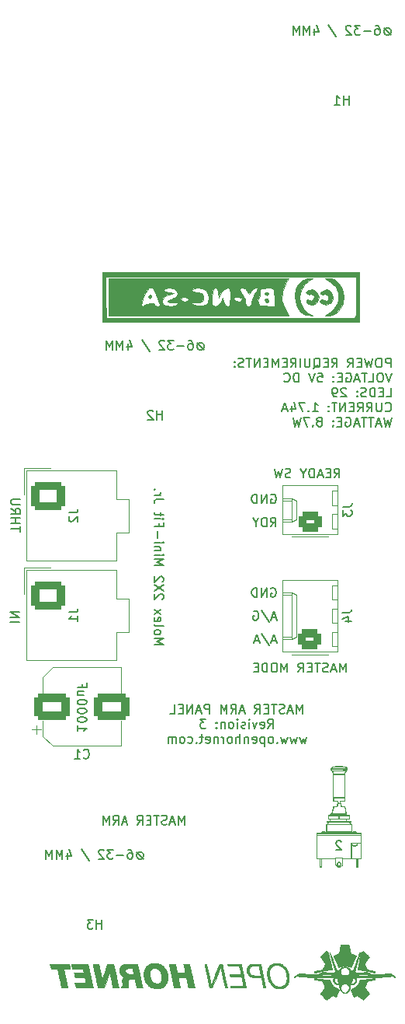
<source format=gbr>
%TF.GenerationSoftware,KiCad,Pcbnew,(6.0.9)*%
%TF.CreationDate,2023-04-01T14:47:23-08:00*%
%TF.ProjectId,MASTER ARM PANEL,4d415354-4552-4204-9152-4d2050414e45,3*%
%TF.SameCoordinates,Original*%
%TF.FileFunction,Legend,Bot*%
%TF.FilePolarity,Positive*%
%FSLAX46Y46*%
G04 Gerber Fmt 4.6, Leading zero omitted, Abs format (unit mm)*
G04 Created by KiCad (PCBNEW (6.0.9)) date 2023-04-01 14:47:23*
%MOMM*%
%LPD*%
G01*
G04 APERTURE LIST*
G04 Aperture macros list*
%AMRoundRect*
0 Rectangle with rounded corners*
0 $1 Rounding radius*
0 $2 $3 $4 $5 $6 $7 $8 $9 X,Y pos of 4 corners*
0 Add a 4 corners polygon primitive as box body*
4,1,4,$2,$3,$4,$5,$6,$7,$8,$9,$2,$3,0*
0 Add four circle primitives for the rounded corners*
1,1,$1+$1,$2,$3*
1,1,$1+$1,$4,$5*
1,1,$1+$1,$6,$7*
1,1,$1+$1,$8,$9*
0 Add four rect primitives between the rounded corners*
20,1,$1+$1,$2,$3,$4,$5,0*
20,1,$1+$1,$4,$5,$6,$7,0*
20,1,$1+$1,$6,$7,$8,$9,0*
20,1,$1+$1,$8,$9,$2,$3,0*%
G04 Aperture macros list end*
%ADD10C,0.150000*%
%ADD11C,0.010000*%
%ADD12C,0.100000*%
%ADD13C,0.120000*%
%ADD14C,2.100000*%
%ADD15C,4.700000*%
%ADD16RoundRect,0.450000X-1.500000X-1.000000X1.500000X-1.000000X1.500000X1.000000X-1.500000X1.000000X0*%
%ADD17RoundRect,0.450001X-1.399999X1.099999X-1.399999X-1.099999X1.399999X-1.099999X1.399999X1.099999X0*%
%ADD18O,3.700000X3.100000*%
%ADD19RoundRect,0.450000X0.845000X-0.620000X0.845000X0.620000X-0.845000X0.620000X-0.845000X-0.620000X0*%
%ADD20O,2.590000X2.140000*%
G04 APERTURE END LIST*
D10*
X82384804Y2493900D02*
X82480042Y2541520D01*
X82622900Y2541520D01*
X82765757Y2493900D01*
X82860995Y2398662D01*
X82908614Y2303424D01*
X82956233Y2112948D01*
X82956233Y1970091D01*
X82908614Y1779615D01*
X82860995Y1684377D01*
X82765757Y1589139D01*
X82622900Y1541520D01*
X82527661Y1541520D01*
X82384804Y1589139D01*
X82337185Y1636758D01*
X82337185Y1970091D01*
X82527661Y1970091D01*
X81908614Y1541520D02*
X81908614Y2541520D01*
X81337185Y1541520D01*
X81337185Y2541520D01*
X80860995Y1541520D02*
X80860995Y2541520D01*
X80622900Y2541520D01*
X80480042Y2493900D01*
X80384804Y2398662D01*
X80337185Y2303424D01*
X80289566Y2112948D01*
X80289566Y1970091D01*
X80337185Y1779615D01*
X80384804Y1684377D01*
X80480042Y1589139D01*
X80622900Y1541520D01*
X80860995Y1541520D01*
X82384804Y12692000D02*
X82480042Y12739620D01*
X82622900Y12739620D01*
X82765757Y12692000D01*
X82860995Y12596762D01*
X82908614Y12501524D01*
X82956233Y12311048D01*
X82956233Y12168191D01*
X82908614Y11977715D01*
X82860995Y11882477D01*
X82765757Y11787239D01*
X82622900Y11739620D01*
X82527661Y11739620D01*
X82384804Y11787239D01*
X82337185Y11834858D01*
X82337185Y12168191D01*
X82527661Y12168191D01*
X81908614Y11739620D02*
X81908614Y12739620D01*
X81337185Y11739620D01*
X81337185Y12739620D01*
X80860995Y11739620D02*
X80860995Y12739620D01*
X80622900Y12739620D01*
X80480042Y12692000D01*
X80384804Y12596762D01*
X80337185Y12501524D01*
X80289566Y12311048D01*
X80289566Y12168191D01*
X80337185Y11977715D01*
X80384804Y11882477D01*
X80480042Y11787239D01*
X80622900Y11739620D01*
X80860995Y11739620D01*
X82337185Y9199620D02*
X82670518Y9675810D01*
X82908614Y9199620D02*
X82908614Y10199620D01*
X82527661Y10199620D01*
X82432423Y10152000D01*
X82384804Y10104381D01*
X82337185Y10009143D01*
X82337185Y9866286D01*
X82384804Y9771048D01*
X82432423Y9723429D01*
X82527661Y9675810D01*
X82908614Y9675810D01*
X81908614Y9199620D02*
X81908614Y10199620D01*
X81670518Y10199620D01*
X81527661Y10152000D01*
X81432423Y10056762D01*
X81384804Y9961524D01*
X81337185Y9771048D01*
X81337185Y9628191D01*
X81384804Y9437715D01*
X81432423Y9342477D01*
X81527661Y9247239D01*
X81670518Y9199620D01*
X81908614Y9199620D01*
X80718138Y9675810D02*
X80718138Y9199620D01*
X81051471Y10199620D02*
X80718138Y9675810D01*
X80384804Y10199620D01*
X95452804Y26545520D02*
X95452804Y27545520D01*
X95071852Y27545520D01*
X94976614Y27497900D01*
X94928995Y27450281D01*
X94881376Y27355043D01*
X94881376Y27212186D01*
X94928995Y27116948D01*
X94976614Y27069329D01*
X95071852Y27021710D01*
X95452804Y27021710D01*
X94262328Y27545520D02*
X94071852Y27545520D01*
X93976614Y27497900D01*
X93881376Y27402662D01*
X93833757Y27212186D01*
X93833757Y26878853D01*
X93881376Y26688377D01*
X93976614Y26593139D01*
X94071852Y26545520D01*
X94262328Y26545520D01*
X94357566Y26593139D01*
X94452804Y26688377D01*
X94500423Y26878853D01*
X94500423Y27212186D01*
X94452804Y27402662D01*
X94357566Y27497900D01*
X94262328Y27545520D01*
X93500423Y27545520D02*
X93262328Y26545520D01*
X93071852Y27259805D01*
X92881376Y26545520D01*
X92643280Y27545520D01*
X92262328Y27069329D02*
X91928995Y27069329D01*
X91786138Y26545520D02*
X92262328Y26545520D01*
X92262328Y27545520D01*
X91786138Y27545520D01*
X90786138Y26545520D02*
X91119471Y27021710D01*
X91357566Y26545520D02*
X91357566Y27545520D01*
X90976614Y27545520D01*
X90881376Y27497900D01*
X90833757Y27450281D01*
X90786138Y27355043D01*
X90786138Y27212186D01*
X90833757Y27116948D01*
X90881376Y27069329D01*
X90976614Y27021710D01*
X91357566Y27021710D01*
X89024233Y26545520D02*
X89357566Y27021710D01*
X89595661Y26545520D02*
X89595661Y27545520D01*
X89214709Y27545520D01*
X89119471Y27497900D01*
X89071852Y27450281D01*
X89024233Y27355043D01*
X89024233Y27212186D01*
X89071852Y27116948D01*
X89119471Y27069329D01*
X89214709Y27021710D01*
X89595661Y27021710D01*
X88595661Y27069329D02*
X88262328Y27069329D01*
X88119471Y26545520D02*
X88595661Y26545520D01*
X88595661Y27545520D01*
X88119471Y27545520D01*
X87024233Y26450281D02*
X87119471Y26497900D01*
X87214709Y26593139D01*
X87357566Y26735996D01*
X87452804Y26783615D01*
X87548042Y26783615D01*
X87500423Y26545520D02*
X87595661Y26593139D01*
X87690900Y26688377D01*
X87738519Y26878853D01*
X87738519Y27212186D01*
X87690900Y27402662D01*
X87595661Y27497900D01*
X87500423Y27545520D01*
X87309947Y27545520D01*
X87214709Y27497900D01*
X87119471Y27402662D01*
X87071852Y27212186D01*
X87071852Y26878853D01*
X87119471Y26688377D01*
X87214709Y26593139D01*
X87309947Y26545520D01*
X87500423Y26545520D01*
X86643280Y27545520D02*
X86643280Y26735996D01*
X86595661Y26640758D01*
X86548042Y26593139D01*
X86452804Y26545520D01*
X86262328Y26545520D01*
X86167090Y26593139D01*
X86119471Y26640758D01*
X86071852Y26735996D01*
X86071852Y27545520D01*
X85595661Y26545520D02*
X85595661Y27545520D01*
X84548042Y26545520D02*
X84881376Y27021710D01*
X85119471Y26545520D02*
X85119471Y27545520D01*
X84738519Y27545520D01*
X84643280Y27497900D01*
X84595661Y27450281D01*
X84548042Y27355043D01*
X84548042Y27212186D01*
X84595661Y27116948D01*
X84643280Y27069329D01*
X84738519Y27021710D01*
X85119471Y27021710D01*
X84119471Y27069329D02*
X83786138Y27069329D01*
X83643280Y26545520D02*
X84119471Y26545520D01*
X84119471Y27545520D01*
X83643280Y27545520D01*
X83214709Y26545520D02*
X83214709Y27545520D01*
X82881376Y26831234D01*
X82548042Y27545520D01*
X82548042Y26545520D01*
X82071852Y27069329D02*
X81738519Y27069329D01*
X81595661Y26545520D02*
X82071852Y26545520D01*
X82071852Y27545520D01*
X81595661Y27545520D01*
X81167090Y26545520D02*
X81167090Y27545520D01*
X80595661Y26545520D01*
X80595661Y27545520D01*
X80262328Y27545520D02*
X79690900Y27545520D01*
X79976614Y26545520D02*
X79976614Y27545520D01*
X79405185Y26593139D02*
X79262328Y26545520D01*
X79024233Y26545520D01*
X78928995Y26593139D01*
X78881376Y26640758D01*
X78833757Y26735996D01*
X78833757Y26831234D01*
X78881376Y26926472D01*
X78928995Y26974091D01*
X79024233Y27021710D01*
X79214709Y27069329D01*
X79309947Y27116948D01*
X79357566Y27164567D01*
X79405185Y27259805D01*
X79405185Y27355043D01*
X79357566Y27450281D01*
X79309947Y27497900D01*
X79214709Y27545520D01*
X78976614Y27545520D01*
X78833757Y27497900D01*
X78405185Y26640758D02*
X78357566Y26593139D01*
X78405185Y26545520D01*
X78452804Y26593139D01*
X78405185Y26640758D01*
X78405185Y26545520D01*
X78405185Y27164567D02*
X78357566Y27116948D01*
X78405185Y27069329D01*
X78452804Y27116948D01*
X78405185Y27164567D01*
X78405185Y27069329D01*
X95595661Y25935520D02*
X95262328Y24935520D01*
X94928995Y25935520D01*
X94405185Y25935520D02*
X94214709Y25935520D01*
X94119471Y25887900D01*
X94024233Y25792662D01*
X93976614Y25602186D01*
X93976614Y25268853D01*
X94024233Y25078377D01*
X94119471Y24983139D01*
X94214709Y24935520D01*
X94405185Y24935520D01*
X94500423Y24983139D01*
X94595661Y25078377D01*
X94643280Y25268853D01*
X94643280Y25602186D01*
X94595661Y25792662D01*
X94500423Y25887900D01*
X94405185Y25935520D01*
X93071852Y24935520D02*
X93548042Y24935520D01*
X93548042Y25935520D01*
X92881376Y25935520D02*
X92309947Y25935520D01*
X92595661Y24935520D02*
X92595661Y25935520D01*
X92024233Y25221234D02*
X91548042Y25221234D01*
X92119471Y24935520D02*
X91786138Y25935520D01*
X91452804Y24935520D01*
X90595661Y25887900D02*
X90690900Y25935520D01*
X90833757Y25935520D01*
X90976614Y25887900D01*
X91071852Y25792662D01*
X91119471Y25697424D01*
X91167090Y25506948D01*
X91167090Y25364091D01*
X91119471Y25173615D01*
X91071852Y25078377D01*
X90976614Y24983139D01*
X90833757Y24935520D01*
X90738519Y24935520D01*
X90595661Y24983139D01*
X90548042Y25030758D01*
X90548042Y25364091D01*
X90738519Y25364091D01*
X90119471Y25459329D02*
X89786138Y25459329D01*
X89643280Y24935520D02*
X90119471Y24935520D01*
X90119471Y25935520D01*
X89643280Y25935520D01*
X89214709Y25030758D02*
X89167090Y24983139D01*
X89214709Y24935520D01*
X89262328Y24983139D01*
X89214709Y25030758D01*
X89214709Y24935520D01*
X89214709Y25554567D02*
X89167090Y25506948D01*
X89214709Y25459329D01*
X89262328Y25506948D01*
X89214709Y25554567D01*
X89214709Y25459329D01*
X87500423Y25935520D02*
X87976614Y25935520D01*
X88024233Y25459329D01*
X87976614Y25506948D01*
X87881376Y25554567D01*
X87643280Y25554567D01*
X87548042Y25506948D01*
X87500423Y25459329D01*
X87452804Y25364091D01*
X87452804Y25125996D01*
X87500423Y25030758D01*
X87548042Y24983139D01*
X87643280Y24935520D01*
X87881376Y24935520D01*
X87976614Y24983139D01*
X88024233Y25030758D01*
X87167090Y25935520D02*
X86833757Y24935520D01*
X86500423Y25935520D01*
X85405185Y24935520D02*
X85405185Y25935520D01*
X85167090Y25935520D01*
X85024233Y25887900D01*
X84928995Y25792662D01*
X84881376Y25697424D01*
X84833757Y25506948D01*
X84833757Y25364091D01*
X84881376Y25173615D01*
X84928995Y25078377D01*
X85024233Y24983139D01*
X85167090Y24935520D01*
X85405185Y24935520D01*
X83833757Y25030758D02*
X83881376Y24983139D01*
X84024233Y24935520D01*
X84119471Y24935520D01*
X84262328Y24983139D01*
X84357566Y25078377D01*
X84405185Y25173615D01*
X84452804Y25364091D01*
X84452804Y25506948D01*
X84405185Y25697424D01*
X84357566Y25792662D01*
X84262328Y25887900D01*
X84119471Y25935520D01*
X84024233Y25935520D01*
X83881376Y25887900D01*
X83833757Y25840281D01*
X94976614Y23325520D02*
X95452804Y23325520D01*
X95452804Y24325520D01*
X94643280Y23849329D02*
X94309947Y23849329D01*
X94167090Y23325520D02*
X94643280Y23325520D01*
X94643280Y24325520D01*
X94167090Y24325520D01*
X93738519Y23325520D02*
X93738519Y24325520D01*
X93500423Y24325520D01*
X93357566Y24277900D01*
X93262328Y24182662D01*
X93214709Y24087424D01*
X93167090Y23896948D01*
X93167090Y23754091D01*
X93214709Y23563615D01*
X93262328Y23468377D01*
X93357566Y23373139D01*
X93500423Y23325520D01*
X93738519Y23325520D01*
X92786138Y23373139D02*
X92643280Y23325520D01*
X92405185Y23325520D01*
X92309947Y23373139D01*
X92262328Y23420758D01*
X92214709Y23515996D01*
X92214709Y23611234D01*
X92262328Y23706472D01*
X92309947Y23754091D01*
X92405185Y23801710D01*
X92595661Y23849329D01*
X92690900Y23896948D01*
X92738519Y23944567D01*
X92786138Y24039805D01*
X92786138Y24135043D01*
X92738519Y24230281D01*
X92690900Y24277900D01*
X92595661Y24325520D01*
X92357566Y24325520D01*
X92214709Y24277900D01*
X91786138Y23420758D02*
X91738519Y23373139D01*
X91786138Y23325520D01*
X91833757Y23373139D01*
X91786138Y23420758D01*
X91786138Y23325520D01*
X91786138Y23944567D02*
X91738519Y23896948D01*
X91786138Y23849329D01*
X91833757Y23896948D01*
X91786138Y23944567D01*
X91786138Y23849329D01*
X90595661Y24230281D02*
X90548042Y24277900D01*
X90452804Y24325520D01*
X90214709Y24325520D01*
X90119471Y24277900D01*
X90071852Y24230281D01*
X90024233Y24135043D01*
X90024233Y24039805D01*
X90071852Y23896948D01*
X90643280Y23325520D01*
X90024233Y23325520D01*
X89548042Y23325520D02*
X89357566Y23325520D01*
X89262328Y23373139D01*
X89214709Y23420758D01*
X89119471Y23563615D01*
X89071852Y23754091D01*
X89071852Y24135043D01*
X89119471Y24230281D01*
X89167090Y24277900D01*
X89262328Y24325520D01*
X89452804Y24325520D01*
X89548042Y24277900D01*
X89595661Y24230281D01*
X89643280Y24135043D01*
X89643280Y23896948D01*
X89595661Y23801710D01*
X89548042Y23754091D01*
X89452804Y23706472D01*
X89262328Y23706472D01*
X89167090Y23754091D01*
X89119471Y23801710D01*
X89071852Y23896948D01*
X94881376Y21810758D02*
X94928995Y21763139D01*
X95071852Y21715520D01*
X95167090Y21715520D01*
X95309947Y21763139D01*
X95405185Y21858377D01*
X95452804Y21953615D01*
X95500423Y22144091D01*
X95500423Y22286948D01*
X95452804Y22477424D01*
X95405185Y22572662D01*
X95309947Y22667900D01*
X95167090Y22715520D01*
X95071852Y22715520D01*
X94928995Y22667900D01*
X94881376Y22620281D01*
X94452804Y22715520D02*
X94452804Y21905996D01*
X94405185Y21810758D01*
X94357566Y21763139D01*
X94262328Y21715520D01*
X94071852Y21715520D01*
X93976614Y21763139D01*
X93928995Y21810758D01*
X93881376Y21905996D01*
X93881376Y22715520D01*
X92833757Y21715520D02*
X93167090Y22191710D01*
X93405185Y21715520D02*
X93405185Y22715520D01*
X93024233Y22715520D01*
X92928995Y22667900D01*
X92881376Y22620281D01*
X92833757Y22525043D01*
X92833757Y22382186D01*
X92881376Y22286948D01*
X92928995Y22239329D01*
X93024233Y22191710D01*
X93405185Y22191710D01*
X91833757Y21715520D02*
X92167090Y22191710D01*
X92405185Y21715520D02*
X92405185Y22715520D01*
X92024233Y22715520D01*
X91928995Y22667900D01*
X91881376Y22620281D01*
X91833757Y22525043D01*
X91833757Y22382186D01*
X91881376Y22286948D01*
X91928995Y22239329D01*
X92024233Y22191710D01*
X92405185Y22191710D01*
X91405185Y22239329D02*
X91071852Y22239329D01*
X90928995Y21715520D02*
X91405185Y21715520D01*
X91405185Y22715520D01*
X90928995Y22715520D01*
X90500423Y21715520D02*
X90500423Y22715520D01*
X89928995Y21715520D01*
X89928995Y22715520D01*
X89595661Y22715520D02*
X89024233Y22715520D01*
X89309947Y21715520D02*
X89309947Y22715520D01*
X88690900Y21810758D02*
X88643280Y21763139D01*
X88690900Y21715520D01*
X88738519Y21763139D01*
X88690900Y21810758D01*
X88690900Y21715520D01*
X88690900Y22334567D02*
X88643280Y22286948D01*
X88690900Y22239329D01*
X88738519Y22286948D01*
X88690900Y22334567D01*
X88690900Y22239329D01*
X86928995Y21715520D02*
X87500423Y21715520D01*
X87214709Y21715520D02*
X87214709Y22715520D01*
X87309947Y22572662D01*
X87405185Y22477424D01*
X87500423Y22429805D01*
X86500423Y21810758D02*
X86452804Y21763139D01*
X86500423Y21715520D01*
X86548042Y21763139D01*
X86500423Y21810758D01*
X86500423Y21715520D01*
X86119471Y22715520D02*
X85452804Y22715520D01*
X85881376Y21715520D01*
X84643280Y22382186D02*
X84643280Y21715520D01*
X84881376Y22763139D02*
X85119471Y22048853D01*
X84500423Y22048853D01*
X84167090Y22001234D02*
X83690900Y22001234D01*
X84262328Y21715520D02*
X83928995Y22715520D01*
X83595661Y21715520D01*
X95548042Y21105520D02*
X95309947Y20105520D01*
X95119471Y20819805D01*
X94928995Y20105520D01*
X94690900Y21105520D01*
X94357566Y20391234D02*
X93881376Y20391234D01*
X94452804Y20105520D02*
X94119471Y21105520D01*
X93786138Y20105520D01*
X93595661Y21105520D02*
X93024233Y21105520D01*
X93309947Y20105520D02*
X93309947Y21105520D01*
X92833757Y21105520D02*
X92262328Y21105520D01*
X92548042Y20105520D02*
X92548042Y21105520D01*
X91976614Y20391234D02*
X91500423Y20391234D01*
X92071852Y20105520D02*
X91738519Y21105520D01*
X91405185Y20105520D01*
X90548042Y21057900D02*
X90643280Y21105520D01*
X90786138Y21105520D01*
X90928995Y21057900D01*
X91024233Y20962662D01*
X91071852Y20867424D01*
X91119471Y20676948D01*
X91119471Y20534091D01*
X91071852Y20343615D01*
X91024233Y20248377D01*
X90928995Y20153139D01*
X90786138Y20105520D01*
X90690900Y20105520D01*
X90548042Y20153139D01*
X90500423Y20200758D01*
X90500423Y20534091D01*
X90690900Y20534091D01*
X90071852Y20629329D02*
X89738519Y20629329D01*
X89595661Y20105520D02*
X90071852Y20105520D01*
X90071852Y21105520D01*
X89595661Y21105520D01*
X89167090Y20200758D02*
X89119471Y20153139D01*
X89167090Y20105520D01*
X89214709Y20153139D01*
X89167090Y20200758D01*
X89167090Y20105520D01*
X89167090Y20724567D02*
X89119471Y20676948D01*
X89167090Y20629329D01*
X89214709Y20676948D01*
X89167090Y20724567D01*
X89167090Y20629329D01*
X87786138Y20676948D02*
X87881376Y20724567D01*
X87928995Y20772186D01*
X87976614Y20867424D01*
X87976614Y20915043D01*
X87928995Y21010281D01*
X87881376Y21057900D01*
X87786138Y21105520D01*
X87595661Y21105520D01*
X87500423Y21057900D01*
X87452804Y21010281D01*
X87405185Y20915043D01*
X87405185Y20867424D01*
X87452804Y20772186D01*
X87500423Y20724567D01*
X87595661Y20676948D01*
X87786138Y20676948D01*
X87881376Y20629329D01*
X87928995Y20581710D01*
X87976614Y20486472D01*
X87976614Y20295996D01*
X87928995Y20200758D01*
X87881376Y20153139D01*
X87786138Y20105520D01*
X87595661Y20105520D01*
X87500423Y20153139D01*
X87452804Y20200758D01*
X87405185Y20295996D01*
X87405185Y20486472D01*
X87452804Y20581710D01*
X87500423Y20629329D01*
X87595661Y20676948D01*
X86976614Y20200758D02*
X86928995Y20153139D01*
X86976614Y20105520D01*
X87024233Y20153139D01*
X86976614Y20200758D01*
X86976614Y20105520D01*
X86595661Y21105520D02*
X85928995Y21105520D01*
X86357566Y20105520D01*
X85643280Y21105520D02*
X85405185Y20105520D01*
X85214709Y20819805D01*
X85024233Y20105520D01*
X84786138Y21105520D01*
X82956233Y-693716D02*
X82480043Y-693716D01*
X83051471Y-979430D02*
X82718138Y20570D01*
X82384805Y-979430D01*
X81337186Y68189D02*
X82194329Y-1217526D01*
X80480043Y-27050D02*
X80575281Y20570D01*
X80718138Y20570D01*
X80860995Y-27050D01*
X80956233Y-122288D01*
X81003852Y-217526D01*
X81051471Y-408002D01*
X81051471Y-550859D01*
X81003852Y-741335D01*
X80956233Y-836573D01*
X80860995Y-931811D01*
X80718138Y-979430D01*
X80622900Y-979430D01*
X80480043Y-931811D01*
X80432424Y-884192D01*
X80432424Y-550859D01*
X80622900Y-550859D01*
X89288571Y14533620D02*
X89621904Y15009810D01*
X89860000Y14533620D02*
X89860000Y15533620D01*
X89479047Y15533620D01*
X89383809Y15486000D01*
X89336190Y15438381D01*
X89288571Y15343143D01*
X89288571Y15200286D01*
X89336190Y15105048D01*
X89383809Y15057429D01*
X89479047Y15009810D01*
X89860000Y15009810D01*
X88860000Y15057429D02*
X88526666Y15057429D01*
X88383809Y14533620D02*
X88860000Y14533620D01*
X88860000Y15533620D01*
X88383809Y15533620D01*
X88002857Y14819334D02*
X87526666Y14819334D01*
X88098095Y14533620D02*
X87764761Y15533620D01*
X87431428Y14533620D01*
X87098095Y14533620D02*
X87098095Y15533620D01*
X86860000Y15533620D01*
X86717142Y15486000D01*
X86621904Y15390762D01*
X86574285Y15295524D01*
X86526666Y15105048D01*
X86526666Y14962191D01*
X86574285Y14771715D01*
X86621904Y14676477D01*
X86717142Y14581239D01*
X86860000Y14533620D01*
X87098095Y14533620D01*
X85907619Y15009810D02*
X85907619Y14533620D01*
X86240952Y15533620D02*
X85907619Y15009810D01*
X85574285Y15533620D01*
X84526666Y14581239D02*
X84383809Y14533620D01*
X84145714Y14533620D01*
X84050476Y14581239D01*
X84002857Y14628858D01*
X83955238Y14724096D01*
X83955238Y14819334D01*
X84002857Y14914572D01*
X84050476Y14962191D01*
X84145714Y15009810D01*
X84336190Y15057429D01*
X84431428Y15105048D01*
X84479047Y15152667D01*
X84526666Y15247905D01*
X84526666Y15343143D01*
X84479047Y15438381D01*
X84431428Y15486000D01*
X84336190Y15533620D01*
X84098095Y15533620D01*
X83955238Y15486000D01*
X83621904Y15533620D02*
X83383809Y14533620D01*
X83193333Y15247905D01*
X83002857Y14533620D01*
X82764761Y15533620D01*
X72981580Y-23261580D02*
X72981580Y-22261580D01*
X72648247Y-22975866D01*
X72314914Y-22261580D01*
X72314914Y-23261580D01*
X71886342Y-22975866D02*
X71410152Y-22975866D01*
X71981580Y-23261580D02*
X71648247Y-22261580D01*
X71314914Y-23261580D01*
X71029200Y-23213961D02*
X70886342Y-23261580D01*
X70648247Y-23261580D01*
X70553009Y-23213961D01*
X70505390Y-23166342D01*
X70457771Y-23071104D01*
X70457771Y-22975866D01*
X70505390Y-22880628D01*
X70553009Y-22833009D01*
X70648247Y-22785390D01*
X70838723Y-22737771D01*
X70933961Y-22690152D01*
X70981580Y-22642533D01*
X71029200Y-22547295D01*
X71029200Y-22452057D01*
X70981580Y-22356819D01*
X70933961Y-22309200D01*
X70838723Y-22261580D01*
X70600628Y-22261580D01*
X70457771Y-22309200D01*
X70172057Y-22261580D02*
X69600628Y-22261580D01*
X69886342Y-23261580D02*
X69886342Y-22261580D01*
X69267295Y-22737771D02*
X68933961Y-22737771D01*
X68791104Y-23261580D02*
X69267295Y-23261580D01*
X69267295Y-22261580D01*
X68791104Y-22261580D01*
X67791104Y-23261580D02*
X68124438Y-22785390D01*
X68362533Y-23261580D02*
X68362533Y-22261580D01*
X67981580Y-22261580D01*
X67886342Y-22309200D01*
X67838723Y-22356819D01*
X67791104Y-22452057D01*
X67791104Y-22594914D01*
X67838723Y-22690152D01*
X67886342Y-22737771D01*
X67981580Y-22785390D01*
X68362533Y-22785390D01*
X66648247Y-22975866D02*
X66172057Y-22975866D01*
X66743485Y-23261580D02*
X66410152Y-22261580D01*
X66076819Y-23261580D01*
X65172057Y-23261580D02*
X65505390Y-22785390D01*
X65743485Y-23261580D02*
X65743485Y-22261580D01*
X65362533Y-22261580D01*
X65267295Y-22309200D01*
X65219676Y-22356819D01*
X65172057Y-22452057D01*
X65172057Y-22594914D01*
X65219676Y-22690152D01*
X65267295Y-22737771D01*
X65362533Y-22785390D01*
X65743485Y-22785390D01*
X64743485Y-23261580D02*
X64743485Y-22261580D01*
X64410152Y-22975866D01*
X64076819Y-22261580D01*
X64076819Y-23261580D01*
X69651619Y-3652380D02*
X70651619Y-3652380D01*
X69937333Y-3319047D01*
X70651619Y-2985714D01*
X69651619Y-2985714D01*
X69651619Y-2366666D02*
X69699238Y-2461904D01*
X69746857Y-2509523D01*
X69842095Y-2557142D01*
X70127809Y-2557142D01*
X70223047Y-2509523D01*
X70270666Y-2461904D01*
X70318285Y-2366666D01*
X70318285Y-2223809D01*
X70270666Y-2128571D01*
X70223047Y-2080952D01*
X70127809Y-2033333D01*
X69842095Y-2033333D01*
X69746857Y-2080952D01*
X69699238Y-2128571D01*
X69651619Y-2223809D01*
X69651619Y-2366666D01*
X69651619Y-1461904D02*
X69699238Y-1557142D01*
X69794476Y-1604761D01*
X70651619Y-1604761D01*
X69699238Y-700000D02*
X69651619Y-795238D01*
X69651619Y-985714D01*
X69699238Y-1080952D01*
X69794476Y-1128571D01*
X70175428Y-1128571D01*
X70270666Y-1080952D01*
X70318285Y-985714D01*
X70318285Y-795238D01*
X70270666Y-700000D01*
X70175428Y-652380D01*
X70080190Y-652380D01*
X69984952Y-1128571D01*
X69651619Y-319047D02*
X70318285Y204762D01*
X70318285Y-319047D02*
X69651619Y204762D01*
X70556380Y1300000D02*
X70604000Y1347620D01*
X70651619Y1442858D01*
X70651619Y1680953D01*
X70604000Y1776191D01*
X70556380Y1823810D01*
X70461142Y1871429D01*
X70365904Y1871429D01*
X70223047Y1823810D01*
X69651619Y1252381D01*
X69651619Y1871429D01*
X70651619Y2204762D02*
X69651619Y2871429D01*
X70651619Y2871429D02*
X69651619Y2204762D01*
X70556380Y3204762D02*
X70604000Y3252381D01*
X70651619Y3347620D01*
X70651619Y3585715D01*
X70604000Y3680953D01*
X70556380Y3728572D01*
X70461142Y3776191D01*
X70365904Y3776191D01*
X70223047Y3728572D01*
X69651619Y3157143D01*
X69651619Y3776191D01*
X69651619Y4966667D02*
X70651619Y4966667D01*
X69937333Y5300000D01*
X70651619Y5633334D01*
X69651619Y5633334D01*
X69651619Y6109524D02*
X70318285Y6109524D01*
X70651619Y6109524D02*
X70604000Y6061905D01*
X70556380Y6109524D01*
X70604000Y6157143D01*
X70651619Y6109524D01*
X70556380Y6109524D01*
X70318285Y6585715D02*
X69651619Y6585715D01*
X70223047Y6585715D02*
X70270666Y6633334D01*
X70318285Y6728572D01*
X70318285Y6871429D01*
X70270666Y6966667D01*
X70175428Y7014286D01*
X69651619Y7014286D01*
X69651619Y7490477D02*
X70318285Y7490477D01*
X70651619Y7490477D02*
X70604000Y7442858D01*
X70556380Y7490477D01*
X70604000Y7538096D01*
X70651619Y7490477D01*
X70556380Y7490477D01*
X70032571Y7966667D02*
X70032571Y8728572D01*
X70175428Y9538096D02*
X70175428Y9204762D01*
X69651619Y9204762D02*
X70651619Y9204762D01*
X70651619Y9680953D01*
X69651619Y10061905D02*
X70318285Y10061905D01*
X70651619Y10061905D02*
X70604000Y10014286D01*
X70556380Y10061905D01*
X70604000Y10109524D01*
X70651619Y10061905D01*
X70556380Y10061905D01*
X70318285Y10395239D02*
X70318285Y10776191D01*
X70651619Y10538096D02*
X69794476Y10538096D01*
X69699238Y10585715D01*
X69651619Y10680953D01*
X69651619Y10776191D01*
X70651619Y12157143D02*
X69937333Y12157143D01*
X69794476Y12109524D01*
X69699238Y12014286D01*
X69651619Y11871429D01*
X69651619Y11776191D01*
X69651619Y12633334D02*
X70318285Y12633334D01*
X70127809Y12633334D02*
X70223047Y12680953D01*
X70270666Y12728572D01*
X70318285Y12823810D01*
X70318285Y12919048D01*
X69746857Y13252381D02*
X69699238Y13300000D01*
X69651619Y13252381D01*
X69699238Y13204762D01*
X69746857Y13252381D01*
X69651619Y13252381D01*
X90558400Y-6644480D02*
X90558400Y-5644480D01*
X90225066Y-6358766D01*
X89891733Y-5644480D01*
X89891733Y-6644480D01*
X89463161Y-6358766D02*
X88986971Y-6358766D01*
X89558400Y-6644480D02*
X89225066Y-5644480D01*
X88891733Y-6644480D01*
X88606019Y-6596861D02*
X88463161Y-6644480D01*
X88225066Y-6644480D01*
X88129828Y-6596861D01*
X88082209Y-6549242D01*
X88034590Y-6454004D01*
X88034590Y-6358766D01*
X88082209Y-6263528D01*
X88129828Y-6215909D01*
X88225066Y-6168290D01*
X88415542Y-6120671D01*
X88510780Y-6073052D01*
X88558400Y-6025433D01*
X88606019Y-5930195D01*
X88606019Y-5834957D01*
X88558400Y-5739719D01*
X88510780Y-5692100D01*
X88415542Y-5644480D01*
X88177447Y-5644480D01*
X88034590Y-5692100D01*
X87748876Y-5644480D02*
X87177447Y-5644480D01*
X87463161Y-6644480D02*
X87463161Y-5644480D01*
X86844114Y-6120671D02*
X86510780Y-6120671D01*
X86367923Y-6644480D02*
X86844114Y-6644480D01*
X86844114Y-5644480D01*
X86367923Y-5644480D01*
X85367923Y-6644480D02*
X85701257Y-6168290D01*
X85939352Y-6644480D02*
X85939352Y-5644480D01*
X85558400Y-5644480D01*
X85463161Y-5692100D01*
X85415542Y-5739719D01*
X85367923Y-5834957D01*
X85367923Y-5977814D01*
X85415542Y-6073052D01*
X85463161Y-6120671D01*
X85558400Y-6168290D01*
X85939352Y-6168290D01*
X84177447Y-6644480D02*
X84177447Y-5644480D01*
X83844114Y-6358766D01*
X83510780Y-5644480D01*
X83510780Y-6644480D01*
X82844114Y-5644480D02*
X82653638Y-5644480D01*
X82558400Y-5692100D01*
X82463161Y-5787338D01*
X82415542Y-5977814D01*
X82415542Y-6311147D01*
X82463161Y-6501623D01*
X82558400Y-6596861D01*
X82653638Y-6644480D01*
X82844114Y-6644480D01*
X82939352Y-6596861D01*
X83034590Y-6501623D01*
X83082209Y-6311147D01*
X83082209Y-5977814D01*
X83034590Y-5787338D01*
X82939352Y-5692100D01*
X82844114Y-5644480D01*
X81986971Y-6644480D02*
X81986971Y-5644480D01*
X81748876Y-5644480D01*
X81606019Y-5692100D01*
X81510780Y-5787338D01*
X81463161Y-5882576D01*
X81415542Y-6073052D01*
X81415542Y-6215909D01*
X81463161Y-6406385D01*
X81510780Y-6501623D01*
X81606019Y-6596861D01*
X81748876Y-6644480D01*
X81986971Y-6644480D01*
X80986971Y-6120671D02*
X80653638Y-6120671D01*
X80510780Y-6644480D02*
X80986971Y-6644480D01*
X80986971Y-5644480D01*
X80510780Y-5644480D01*
X53947619Y-1173809D02*
X54947619Y-1173809D01*
X53947619Y-697619D02*
X54947619Y-697619D01*
X53947619Y-126190D01*
X54947619Y-126190D01*
X61269619Y-12473809D02*
X61269619Y-13045238D01*
X61269619Y-12759523D02*
X62269619Y-12759523D01*
X62126761Y-12854761D01*
X62031523Y-12950000D01*
X61983904Y-13045238D01*
X62269619Y-11854761D02*
X62269619Y-11759523D01*
X62222000Y-11664285D01*
X62174380Y-11616666D01*
X62079142Y-11569047D01*
X61888666Y-11521428D01*
X61650571Y-11521428D01*
X61460095Y-11569047D01*
X61364857Y-11616666D01*
X61317238Y-11664285D01*
X61269619Y-11759523D01*
X61269619Y-11854761D01*
X61317238Y-11950000D01*
X61364857Y-11997619D01*
X61460095Y-12045238D01*
X61650571Y-12092857D01*
X61888666Y-12092857D01*
X62079142Y-12045238D01*
X62174380Y-11997619D01*
X62222000Y-11950000D01*
X62269619Y-11854761D01*
X62269619Y-10902380D02*
X62269619Y-10807142D01*
X62222000Y-10711904D01*
X62174380Y-10664285D01*
X62079142Y-10616666D01*
X61888666Y-10569047D01*
X61650571Y-10569047D01*
X61460095Y-10616666D01*
X61364857Y-10664285D01*
X61317238Y-10711904D01*
X61269619Y-10807142D01*
X61269619Y-10902380D01*
X61317238Y-10997619D01*
X61364857Y-11045238D01*
X61460095Y-11092857D01*
X61650571Y-11140476D01*
X61888666Y-11140476D01*
X62079142Y-11092857D01*
X62174380Y-11045238D01*
X62222000Y-10997619D01*
X62269619Y-10902380D01*
X62269619Y-9950000D02*
X62269619Y-9854761D01*
X62222000Y-9759523D01*
X62174380Y-9711904D01*
X62079142Y-9664285D01*
X61888666Y-9616666D01*
X61650571Y-9616666D01*
X61460095Y-9664285D01*
X61364857Y-9711904D01*
X61317238Y-9759523D01*
X61269619Y-9854761D01*
X61269619Y-9950000D01*
X61317238Y-10045238D01*
X61364857Y-10092857D01*
X61460095Y-10140476D01*
X61650571Y-10188095D01*
X61888666Y-10188095D01*
X62079142Y-10140476D01*
X62174380Y-10092857D01*
X62222000Y-10045238D01*
X62269619Y-9950000D01*
X61936285Y-8759523D02*
X61269619Y-8759523D01*
X61936285Y-9188095D02*
X61412476Y-9188095D01*
X61317238Y-9140476D01*
X61269619Y-9045238D01*
X61269619Y-8902380D01*
X61317238Y-8807142D01*
X61364857Y-8759523D01*
X61793428Y-7950000D02*
X61793428Y-8283333D01*
X61269619Y-8283333D02*
X62269619Y-8283333D01*
X62269619Y-7807142D01*
X82956233Y-3214666D02*
X82480042Y-3214666D01*
X83051471Y-3500380D02*
X82718137Y-2500380D01*
X82384804Y-3500380D01*
X81337185Y-2452761D02*
X82194328Y-3738476D01*
X81051471Y-3214666D02*
X80575280Y-3214666D01*
X81146709Y-3500380D02*
X80813376Y-2500380D01*
X80480042Y-3500380D01*
X85819357Y-11148680D02*
X85819357Y-10148680D01*
X85486023Y-10862966D01*
X85152690Y-10148680D01*
X85152690Y-11148680D01*
X84724119Y-10862966D02*
X84247928Y-10862966D01*
X84819357Y-11148680D02*
X84486023Y-10148680D01*
X84152690Y-11148680D01*
X83866976Y-11101061D02*
X83724119Y-11148680D01*
X83486023Y-11148680D01*
X83390785Y-11101061D01*
X83343166Y-11053442D01*
X83295547Y-10958204D01*
X83295547Y-10862966D01*
X83343166Y-10767728D01*
X83390785Y-10720109D01*
X83486023Y-10672490D01*
X83676500Y-10624871D01*
X83771738Y-10577252D01*
X83819357Y-10529633D01*
X83866976Y-10434395D01*
X83866976Y-10339157D01*
X83819357Y-10243919D01*
X83771738Y-10196300D01*
X83676500Y-10148680D01*
X83438404Y-10148680D01*
X83295547Y-10196300D01*
X83009833Y-10148680D02*
X82438404Y-10148680D01*
X82724119Y-11148680D02*
X82724119Y-10148680D01*
X82105071Y-10624871D02*
X81771738Y-10624871D01*
X81628880Y-11148680D02*
X82105071Y-11148680D01*
X82105071Y-10148680D01*
X81628880Y-10148680D01*
X80628880Y-11148680D02*
X80962214Y-10672490D01*
X81200309Y-11148680D02*
X81200309Y-10148680D01*
X80819357Y-10148680D01*
X80724119Y-10196300D01*
X80676500Y-10243919D01*
X80628880Y-10339157D01*
X80628880Y-10482014D01*
X80676500Y-10577252D01*
X80724119Y-10624871D01*
X80819357Y-10672490D01*
X81200309Y-10672490D01*
X79486023Y-10862966D02*
X79009833Y-10862966D01*
X79581261Y-11148680D02*
X79247928Y-10148680D01*
X78914595Y-11148680D01*
X78009833Y-11148680D02*
X78343166Y-10672490D01*
X78581261Y-11148680D02*
X78581261Y-10148680D01*
X78200309Y-10148680D01*
X78105071Y-10196300D01*
X78057452Y-10243919D01*
X78009833Y-10339157D01*
X78009833Y-10482014D01*
X78057452Y-10577252D01*
X78105071Y-10624871D01*
X78200309Y-10672490D01*
X78581261Y-10672490D01*
X77581261Y-11148680D02*
X77581261Y-10148680D01*
X77247928Y-10862966D01*
X76914595Y-10148680D01*
X76914595Y-11148680D01*
X75676500Y-11148680D02*
X75676500Y-10148680D01*
X75295547Y-10148680D01*
X75200309Y-10196300D01*
X75152690Y-10243919D01*
X75105071Y-10339157D01*
X75105071Y-10482014D01*
X75152690Y-10577252D01*
X75200309Y-10624871D01*
X75295547Y-10672490D01*
X75676500Y-10672490D01*
X74724119Y-10862966D02*
X74247928Y-10862966D01*
X74819357Y-11148680D02*
X74486023Y-10148680D01*
X74152690Y-11148680D01*
X73819357Y-11148680D02*
X73819357Y-10148680D01*
X73247928Y-11148680D01*
X73247928Y-10148680D01*
X72771738Y-10624871D02*
X72438404Y-10624871D01*
X72295547Y-11148680D02*
X72771738Y-11148680D01*
X72771738Y-10148680D01*
X72295547Y-10148680D01*
X71390785Y-11148680D02*
X71866976Y-11148680D01*
X71866976Y-10148680D01*
X82057452Y-12758680D02*
X82390785Y-12282490D01*
X82628880Y-12758680D02*
X82628880Y-11758680D01*
X82247928Y-11758680D01*
X82152690Y-11806300D01*
X82105071Y-11853919D01*
X82057452Y-11949157D01*
X82057452Y-12092014D01*
X82105071Y-12187252D01*
X82152690Y-12234871D01*
X82247928Y-12282490D01*
X82628880Y-12282490D01*
X81247928Y-12711061D02*
X81343166Y-12758680D01*
X81533642Y-12758680D01*
X81628880Y-12711061D01*
X81676500Y-12615823D01*
X81676500Y-12234871D01*
X81628880Y-12139633D01*
X81533642Y-12092014D01*
X81343166Y-12092014D01*
X81247928Y-12139633D01*
X81200309Y-12234871D01*
X81200309Y-12330109D01*
X81676500Y-12425347D01*
X80866976Y-12092014D02*
X80628880Y-12758680D01*
X80390785Y-12092014D01*
X80009833Y-12758680D02*
X80009833Y-12092014D01*
X80009833Y-11758680D02*
X80057452Y-11806300D01*
X80009833Y-11853919D01*
X79962214Y-11806300D01*
X80009833Y-11758680D01*
X80009833Y-11853919D01*
X79581261Y-12711061D02*
X79486023Y-12758680D01*
X79295547Y-12758680D01*
X79200309Y-12711061D01*
X79152690Y-12615823D01*
X79152690Y-12568204D01*
X79200309Y-12472966D01*
X79295547Y-12425347D01*
X79438404Y-12425347D01*
X79533642Y-12377728D01*
X79581261Y-12282490D01*
X79581261Y-12234871D01*
X79533642Y-12139633D01*
X79438404Y-12092014D01*
X79295547Y-12092014D01*
X79200309Y-12139633D01*
X78724119Y-12758680D02*
X78724119Y-12092014D01*
X78724119Y-11758680D02*
X78771738Y-11806300D01*
X78724119Y-11853919D01*
X78676500Y-11806300D01*
X78724119Y-11758680D01*
X78724119Y-11853919D01*
X78105071Y-12758680D02*
X78200309Y-12711061D01*
X78247928Y-12663442D01*
X78295547Y-12568204D01*
X78295547Y-12282490D01*
X78247928Y-12187252D01*
X78200309Y-12139633D01*
X78105071Y-12092014D01*
X77962214Y-12092014D01*
X77866976Y-12139633D01*
X77819357Y-12187252D01*
X77771738Y-12282490D01*
X77771738Y-12568204D01*
X77819357Y-12663442D01*
X77866976Y-12711061D01*
X77962214Y-12758680D01*
X78105071Y-12758680D01*
X77343166Y-12092014D02*
X77343166Y-12758680D01*
X77343166Y-12187252D02*
X77295547Y-12139633D01*
X77200309Y-12092014D01*
X77057452Y-12092014D01*
X76962214Y-12139633D01*
X76914595Y-12234871D01*
X76914595Y-12758680D01*
X76438404Y-12663442D02*
X76390785Y-12711061D01*
X76438404Y-12758680D01*
X76486023Y-12711061D01*
X76438404Y-12663442D01*
X76438404Y-12758680D01*
X76438404Y-12139633D02*
X76390785Y-12187252D01*
X76438404Y-12234871D01*
X76486023Y-12187252D01*
X76438404Y-12139633D01*
X76438404Y-12234871D01*
X75295547Y-11758680D02*
X74676500Y-11758680D01*
X75009833Y-12139633D01*
X74866976Y-12139633D01*
X74771738Y-12187252D01*
X74724119Y-12234871D01*
X74676500Y-12330109D01*
X74676500Y-12568204D01*
X74724119Y-12663442D01*
X74771738Y-12711061D01*
X74866976Y-12758680D01*
X75152690Y-12758680D01*
X75247928Y-12711061D01*
X75295547Y-12663442D01*
X86295547Y-13702014D02*
X86105071Y-14368680D01*
X85914595Y-13892490D01*
X85724119Y-14368680D01*
X85533642Y-13702014D01*
X85247928Y-13702014D02*
X85057452Y-14368680D01*
X84866976Y-13892490D01*
X84676500Y-14368680D01*
X84486023Y-13702014D01*
X84200309Y-13702014D02*
X84009833Y-14368680D01*
X83819357Y-13892490D01*
X83628880Y-14368680D01*
X83438404Y-13702014D01*
X83057452Y-14273442D02*
X83009833Y-14321061D01*
X83057452Y-14368680D01*
X83105071Y-14321061D01*
X83057452Y-14273442D01*
X83057452Y-14368680D01*
X82438404Y-14368680D02*
X82533642Y-14321061D01*
X82581261Y-14273442D01*
X82628880Y-14178204D01*
X82628880Y-13892490D01*
X82581261Y-13797252D01*
X82533642Y-13749633D01*
X82438404Y-13702014D01*
X82295547Y-13702014D01*
X82200309Y-13749633D01*
X82152690Y-13797252D01*
X82105071Y-13892490D01*
X82105071Y-14178204D01*
X82152690Y-14273442D01*
X82200309Y-14321061D01*
X82295547Y-14368680D01*
X82438404Y-14368680D01*
X81676500Y-13702014D02*
X81676500Y-14702014D01*
X81676500Y-13749633D02*
X81581261Y-13702014D01*
X81390785Y-13702014D01*
X81295547Y-13749633D01*
X81247928Y-13797252D01*
X81200309Y-13892490D01*
X81200309Y-14178204D01*
X81247928Y-14273442D01*
X81295547Y-14321061D01*
X81390785Y-14368680D01*
X81581261Y-14368680D01*
X81676500Y-14321061D01*
X80390785Y-14321061D02*
X80486023Y-14368680D01*
X80676500Y-14368680D01*
X80771738Y-14321061D01*
X80819357Y-14225823D01*
X80819357Y-13844871D01*
X80771738Y-13749633D01*
X80676500Y-13702014D01*
X80486023Y-13702014D01*
X80390785Y-13749633D01*
X80343166Y-13844871D01*
X80343166Y-13940109D01*
X80819357Y-14035347D01*
X79914595Y-13702014D02*
X79914595Y-14368680D01*
X79914595Y-13797252D02*
X79866976Y-13749633D01*
X79771738Y-13702014D01*
X79628880Y-13702014D01*
X79533642Y-13749633D01*
X79486023Y-13844871D01*
X79486023Y-14368680D01*
X79009833Y-14368680D02*
X79009833Y-13368680D01*
X78581261Y-14368680D02*
X78581261Y-13844871D01*
X78628880Y-13749633D01*
X78724119Y-13702014D01*
X78866976Y-13702014D01*
X78962214Y-13749633D01*
X79009833Y-13797252D01*
X77962214Y-14368680D02*
X78057452Y-14321061D01*
X78105071Y-14273442D01*
X78152690Y-14178204D01*
X78152690Y-13892490D01*
X78105071Y-13797252D01*
X78057452Y-13749633D01*
X77962214Y-13702014D01*
X77819357Y-13702014D01*
X77724119Y-13749633D01*
X77676500Y-13797252D01*
X77628880Y-13892490D01*
X77628880Y-14178204D01*
X77676500Y-14273442D01*
X77724119Y-14321061D01*
X77819357Y-14368680D01*
X77962214Y-14368680D01*
X77200309Y-14368680D02*
X77200309Y-13702014D01*
X77200309Y-13892490D02*
X77152690Y-13797252D01*
X77105071Y-13749633D01*
X77009833Y-13702014D01*
X76914595Y-13702014D01*
X76581261Y-13702014D02*
X76581261Y-14368680D01*
X76581261Y-13797252D02*
X76533642Y-13749633D01*
X76438404Y-13702014D01*
X76295547Y-13702014D01*
X76200309Y-13749633D01*
X76152690Y-13844871D01*
X76152690Y-14368680D01*
X75295547Y-14321061D02*
X75390785Y-14368680D01*
X75581261Y-14368680D01*
X75676500Y-14321061D01*
X75724119Y-14225823D01*
X75724119Y-13844871D01*
X75676500Y-13749633D01*
X75581261Y-13702014D01*
X75390785Y-13702014D01*
X75295547Y-13749633D01*
X75247928Y-13844871D01*
X75247928Y-13940109D01*
X75724119Y-14035347D01*
X74962214Y-13702014D02*
X74581261Y-13702014D01*
X74819357Y-13368680D02*
X74819357Y-14225823D01*
X74771738Y-14321061D01*
X74676500Y-14368680D01*
X74581261Y-14368680D01*
X74247928Y-14273442D02*
X74200309Y-14321061D01*
X74247928Y-14368680D01*
X74295547Y-14321061D01*
X74247928Y-14273442D01*
X74247928Y-14368680D01*
X73343166Y-14321061D02*
X73438404Y-14368680D01*
X73628880Y-14368680D01*
X73724119Y-14321061D01*
X73771738Y-14273442D01*
X73819357Y-14178204D01*
X73819357Y-13892490D01*
X73771738Y-13797252D01*
X73724119Y-13749633D01*
X73628880Y-13702014D01*
X73438404Y-13702014D01*
X73343166Y-13749633D01*
X72771738Y-14368680D02*
X72866976Y-14321061D01*
X72914595Y-14273442D01*
X72962214Y-14178204D01*
X72962214Y-13892490D01*
X72914595Y-13797252D01*
X72866976Y-13749633D01*
X72771738Y-13702014D01*
X72628880Y-13702014D01*
X72533642Y-13749633D01*
X72486023Y-13797252D01*
X72438404Y-13892490D01*
X72438404Y-14178204D01*
X72486023Y-14273442D01*
X72533642Y-14321061D01*
X72628880Y-14368680D01*
X72771738Y-14368680D01*
X72009833Y-14368680D02*
X72009833Y-13702014D01*
X72009833Y-13797252D02*
X71962214Y-13749633D01*
X71866976Y-13702014D01*
X71724119Y-13702014D01*
X71628880Y-13749633D01*
X71581261Y-13844871D01*
X71581261Y-14368680D01*
X71581261Y-13844871D02*
X71533642Y-13749633D01*
X71438404Y-13702014D01*
X71295547Y-13702014D01*
X71200309Y-13749633D01*
X71152690Y-13844871D01*
X71152690Y-14368680D01*
X55005219Y8656867D02*
X55005219Y9228296D01*
X54005219Y8942581D02*
X55005219Y8942581D01*
X54005219Y9561629D02*
X55005219Y9561629D01*
X54529028Y9561629D02*
X54529028Y10133058D01*
X54005219Y10133058D02*
X55005219Y10133058D01*
X54005219Y11180677D02*
X54481409Y10847343D01*
X54005219Y10609248D02*
X55005219Y10609248D01*
X55005219Y10990200D01*
X54957600Y11085439D01*
X54909980Y11133058D01*
X54814742Y11180677D01*
X54671885Y11180677D01*
X54576647Y11133058D01*
X54529028Y11085439D01*
X54481409Y10990200D01*
X54481409Y10609248D01*
X55005219Y11609248D02*
X54195695Y11609248D01*
X54100457Y11656867D01*
X54052838Y11704486D01*
X54005219Y11799724D01*
X54005219Y11990200D01*
X54052838Y12085439D01*
X54100457Y12133058D01*
X54195695Y12180677D01*
X55005219Y12180677D01*
%TO.C,LOGO3*%
X90059114Y-25114719D02*
X90011495Y-25067100D01*
X89916257Y-25019480D01*
X89678161Y-25019480D01*
X89582923Y-25067100D01*
X89535304Y-25114719D01*
X89487685Y-25209957D01*
X89487685Y-25305195D01*
X89535304Y-25448052D01*
X90106733Y-26019480D01*
X89487685Y-26019480D01*
%TO.C,H1*%
X90890304Y55145520D02*
X90890304Y56145520D01*
X90890304Y55669329D02*
X90318876Y55669329D01*
X90318876Y55145520D02*
X90318876Y56145520D01*
X89318876Y55145520D02*
X89890304Y55145520D01*
X89604590Y55145520D02*
X89604590Y56145520D01*
X89699828Y56002662D01*
X89795066Y55907424D01*
X89890304Y55859805D01*
X95176019Y63527424D02*
X94985542Y63527424D01*
X94795066Y63432186D01*
X94699828Y63241710D01*
X94699828Y63051234D01*
X94795066Y62860758D01*
X94985542Y62765520D01*
X95176019Y62765520D01*
X95366495Y62860758D01*
X95461733Y63051234D01*
X95461733Y63241710D01*
X95366495Y63432186D01*
X95176019Y63527424D01*
X94699828Y63527424D02*
X95461733Y62765520D01*
X93795066Y63765520D02*
X93985542Y63765520D01*
X94080780Y63717900D01*
X94128400Y63670281D01*
X94223638Y63527424D01*
X94271257Y63336948D01*
X94271257Y62955996D01*
X94223638Y62860758D01*
X94176019Y62813139D01*
X94080780Y62765520D01*
X93890304Y62765520D01*
X93795066Y62813139D01*
X93747447Y62860758D01*
X93699828Y62955996D01*
X93699828Y63194091D01*
X93747447Y63289329D01*
X93795066Y63336948D01*
X93890304Y63384567D01*
X94080780Y63384567D01*
X94176019Y63336948D01*
X94223638Y63289329D01*
X94271257Y63194091D01*
X93271257Y63146472D02*
X92509352Y63146472D01*
X92128400Y63765520D02*
X91509352Y63765520D01*
X91842685Y63384567D01*
X91699828Y63384567D01*
X91604590Y63336948D01*
X91556971Y63289329D01*
X91509352Y63194091D01*
X91509352Y62955996D01*
X91556971Y62860758D01*
X91604590Y62813139D01*
X91699828Y62765520D01*
X91985542Y62765520D01*
X92080780Y62813139D01*
X92128400Y62860758D01*
X91128400Y63670281D02*
X91080780Y63717900D01*
X90985542Y63765520D01*
X90747447Y63765520D01*
X90652209Y63717900D01*
X90604590Y63670281D01*
X90556971Y63575043D01*
X90556971Y63479805D01*
X90604590Y63336948D01*
X91176019Y62765520D01*
X90556971Y62765520D01*
X88652209Y63813139D02*
X89509352Y62527424D01*
X87128400Y63432186D02*
X87128400Y62765520D01*
X87366495Y63813139D02*
X87604590Y63098853D01*
X86985542Y63098853D01*
X86604590Y62765520D02*
X86604590Y63765520D01*
X86271257Y63051234D01*
X85937923Y63765520D01*
X85937923Y62765520D01*
X85461733Y62765520D02*
X85461733Y63765520D01*
X85128400Y63051234D01*
X84795066Y63765520D01*
X84795066Y62765520D01*
%TO.C,H2*%
X70510304Y20855520D02*
X70510304Y21855520D01*
X70510304Y21379329D02*
X69938876Y21379329D01*
X69938876Y20855520D02*
X69938876Y21855520D01*
X69510304Y21760281D02*
X69462685Y21807900D01*
X69367447Y21855520D01*
X69129352Y21855520D01*
X69034114Y21807900D01*
X68986495Y21760281D01*
X68938876Y21665043D01*
X68938876Y21569805D01*
X68986495Y21426948D01*
X69557923Y20855520D01*
X68938876Y20855520D01*
X74796019Y29237424D02*
X74605542Y29237424D01*
X74415066Y29142186D01*
X74319828Y28951710D01*
X74319828Y28761234D01*
X74415066Y28570758D01*
X74605542Y28475520D01*
X74796019Y28475520D01*
X74986495Y28570758D01*
X75081733Y28761234D01*
X75081733Y28951710D01*
X74986495Y29142186D01*
X74796019Y29237424D01*
X74319828Y29237424D02*
X75081733Y28475520D01*
X73415066Y29475520D02*
X73605542Y29475520D01*
X73700780Y29427900D01*
X73748400Y29380281D01*
X73843638Y29237424D01*
X73891257Y29046948D01*
X73891257Y28665996D01*
X73843638Y28570758D01*
X73796019Y28523139D01*
X73700780Y28475520D01*
X73510304Y28475520D01*
X73415066Y28523139D01*
X73367447Y28570758D01*
X73319828Y28665996D01*
X73319828Y28904091D01*
X73367447Y28999329D01*
X73415066Y29046948D01*
X73510304Y29094567D01*
X73700780Y29094567D01*
X73796019Y29046948D01*
X73843638Y28999329D01*
X73891257Y28904091D01*
X72891257Y28856472D02*
X72129352Y28856472D01*
X71748400Y29475520D02*
X71129352Y29475520D01*
X71462685Y29094567D01*
X71319828Y29094567D01*
X71224590Y29046948D01*
X71176971Y28999329D01*
X71129352Y28904091D01*
X71129352Y28665996D01*
X71176971Y28570758D01*
X71224590Y28523139D01*
X71319828Y28475520D01*
X71605542Y28475520D01*
X71700780Y28523139D01*
X71748400Y28570758D01*
X70748400Y29380281D02*
X70700780Y29427900D01*
X70605542Y29475520D01*
X70367447Y29475520D01*
X70272209Y29427900D01*
X70224590Y29380281D01*
X70176971Y29285043D01*
X70176971Y29189805D01*
X70224590Y29046948D01*
X70796019Y28475520D01*
X70176971Y28475520D01*
X68272209Y29523139D02*
X69129352Y28237424D01*
X66748400Y29142186D02*
X66748400Y28475520D01*
X66986495Y29523139D02*
X67224590Y28808853D01*
X66605542Y28808853D01*
X66224590Y28475520D02*
X66224590Y29475520D01*
X65891257Y28761234D01*
X65557923Y29475520D01*
X65557923Y28475520D01*
X65081733Y28475520D02*
X65081733Y29475520D01*
X64748400Y28761234D01*
X64415066Y29475520D01*
X64415066Y28475520D01*
%TO.C,H3*%
X63920304Y-34594480D02*
X63920304Y-33594480D01*
X63920304Y-34070671D02*
X63348876Y-34070671D01*
X63348876Y-34594480D02*
X63348876Y-33594480D01*
X62967923Y-33594480D02*
X62348876Y-33594480D01*
X62682209Y-33975433D01*
X62539352Y-33975433D01*
X62444114Y-34023052D01*
X62396495Y-34070671D01*
X62348876Y-34165909D01*
X62348876Y-34404004D01*
X62396495Y-34499242D01*
X62444114Y-34546861D01*
X62539352Y-34594480D01*
X62825066Y-34594480D01*
X62920304Y-34546861D01*
X62967923Y-34499242D01*
X68206019Y-26212576D02*
X68015542Y-26212576D01*
X67825066Y-26307814D01*
X67729828Y-26498290D01*
X67729828Y-26688766D01*
X67825066Y-26879242D01*
X68015542Y-26974480D01*
X68206019Y-26974480D01*
X68396495Y-26879242D01*
X68491733Y-26688766D01*
X68491733Y-26498290D01*
X68396495Y-26307814D01*
X68206019Y-26212576D01*
X67729828Y-26212576D02*
X68491733Y-26974480D01*
X66825066Y-25974480D02*
X67015542Y-25974480D01*
X67110780Y-26022100D01*
X67158400Y-26069719D01*
X67253638Y-26212576D01*
X67301257Y-26403052D01*
X67301257Y-26784004D01*
X67253638Y-26879242D01*
X67206019Y-26926861D01*
X67110780Y-26974480D01*
X66920304Y-26974480D01*
X66825066Y-26926861D01*
X66777447Y-26879242D01*
X66729828Y-26784004D01*
X66729828Y-26545909D01*
X66777447Y-26450671D01*
X66825066Y-26403052D01*
X66920304Y-26355433D01*
X67110780Y-26355433D01*
X67206019Y-26403052D01*
X67253638Y-26450671D01*
X67301257Y-26545909D01*
X66301257Y-26593528D02*
X65539352Y-26593528D01*
X65158400Y-25974480D02*
X64539352Y-25974480D01*
X64872685Y-26355433D01*
X64729828Y-26355433D01*
X64634590Y-26403052D01*
X64586971Y-26450671D01*
X64539352Y-26545909D01*
X64539352Y-26784004D01*
X64586971Y-26879242D01*
X64634590Y-26926861D01*
X64729828Y-26974480D01*
X65015542Y-26974480D01*
X65110780Y-26926861D01*
X65158400Y-26879242D01*
X64158400Y-26069719D02*
X64110780Y-26022100D01*
X64015542Y-25974480D01*
X63777447Y-25974480D01*
X63682209Y-26022100D01*
X63634590Y-26069719D01*
X63586971Y-26164957D01*
X63586971Y-26260195D01*
X63634590Y-26403052D01*
X64206019Y-26974480D01*
X63586971Y-26974480D01*
X61682209Y-25926861D02*
X62539352Y-27212576D01*
X60158400Y-26307814D02*
X60158400Y-26974480D01*
X60396495Y-25926861D02*
X60634590Y-26641147D01*
X60015542Y-26641147D01*
X59634590Y-26974480D02*
X59634590Y-25974480D01*
X59301257Y-26688766D01*
X58967923Y-25974480D01*
X58967923Y-26974480D01*
X58491733Y-26974480D02*
X58491733Y-25974480D01*
X58158400Y-26688766D01*
X57825066Y-25974480D01*
X57825066Y-26974480D01*
%TO.C,C1*%
X61940666Y-15956662D02*
X61988285Y-16004281D01*
X62131142Y-16051900D01*
X62226380Y-16051900D01*
X62369238Y-16004281D01*
X62464476Y-15909043D01*
X62512095Y-15813805D01*
X62559714Y-15623329D01*
X62559714Y-15480472D01*
X62512095Y-15289996D01*
X62464476Y-15194758D01*
X62369238Y-15099520D01*
X62226380Y-15051900D01*
X62131142Y-15051900D01*
X61988285Y-15099520D01*
X61940666Y-15147139D01*
X60988285Y-16051900D02*
X61559714Y-16051900D01*
X61274000Y-16051900D02*
X61274000Y-15051900D01*
X61369238Y-15194758D01*
X61464476Y-15289996D01*
X61559714Y-15337615D01*
%TO.C,J1*%
X60322524Y-116186D02*
X61036810Y-116186D01*
X61179667Y-68567D01*
X61274905Y26671D01*
X61322524Y169528D01*
X61322524Y264766D01*
X61322524Y-1116186D02*
X61322524Y-544758D01*
X61322524Y-830472D02*
X60322524Y-830472D01*
X60465382Y-735234D01*
X60560620Y-639996D01*
X60608239Y-544758D01*
%TO.C,J2*%
X60322524Y10733314D02*
X61036810Y10733314D01*
X61179667Y10780933D01*
X61274905Y10876171D01*
X61322524Y11019028D01*
X61322524Y11114266D01*
X60417763Y10304742D02*
X60370144Y10257123D01*
X60322524Y10161885D01*
X60322524Y9923790D01*
X60370144Y9828552D01*
X60417763Y9780933D01*
X60513001Y9733314D01*
X60608239Y9733314D01*
X60751096Y9780933D01*
X61322524Y10352361D01*
X61322524Y9733314D01*
%TO.C,J3*%
X90220780Y11361234D02*
X90935066Y11361234D01*
X91077923Y11408853D01*
X91173161Y11504091D01*
X91220780Y11646948D01*
X91220780Y11742186D01*
X90220780Y10980281D02*
X90220780Y10361234D01*
X90601733Y10694567D01*
X90601733Y10551710D01*
X90649352Y10456472D01*
X90696971Y10408853D01*
X90792209Y10361234D01*
X91030304Y10361234D01*
X91125542Y10408853D01*
X91173161Y10456472D01*
X91220780Y10551710D01*
X91220780Y10837424D01*
X91173161Y10932662D01*
X91125542Y10980281D01*
%TO.C,J4*%
X90186380Y-174666D02*
X90900666Y-174666D01*
X91043523Y-127047D01*
X91138761Y-31809D01*
X91186380Y111048D01*
X91186380Y206286D01*
X90519714Y-1079428D02*
X91186380Y-1079428D01*
X90138761Y-841333D02*
X90853047Y-603238D01*
X90853047Y-1222285D01*
%TO.C,LOGO3*%
G36*
X89592843Y-27444893D02*
G01*
X89629223Y-27375689D01*
X89687608Y-27326749D01*
X89750969Y-27300515D01*
X89792736Y-27291603D01*
X89828794Y-27296145D01*
X89874870Y-27316238D01*
X89877021Y-27317332D01*
X89935541Y-27363037D01*
X89973530Y-27425166D01*
X89990001Y-27496018D01*
X89983967Y-27567892D01*
X89954444Y-27633086D01*
X89921966Y-27668419D01*
X89875122Y-27690592D01*
X89811657Y-27699786D01*
X89743811Y-27696258D01*
X89683821Y-27680265D01*
X89654245Y-27662810D01*
X89604657Y-27601801D01*
X89582942Y-27529078D01*
X89585151Y-27507438D01*
X89610138Y-27507438D01*
X89624745Y-27570491D01*
X89667979Y-27629096D01*
X89678449Y-27638383D01*
X89724293Y-27659669D01*
X89785297Y-27667109D01*
X89848148Y-27660904D01*
X89899532Y-27641256D01*
X89908275Y-27634901D01*
X89937630Y-27592706D01*
X89953699Y-27533167D01*
X89954363Y-27468658D01*
X89944046Y-27425905D01*
X89916989Y-27388554D01*
X89870790Y-27354211D01*
X89862848Y-27349951D01*
X89822761Y-27330754D01*
X89794734Y-27325085D01*
X89764027Y-27332718D01*
X89728398Y-27347911D01*
X89662933Y-27390516D01*
X89623191Y-27445569D01*
X89610138Y-27507438D01*
X89585151Y-27507438D01*
X89590909Y-27451052D01*
X89592843Y-27444893D01*
G37*
D11*
X89592843Y-27444893D02*
X89629223Y-27375689D01*
X89687608Y-27326749D01*
X89750969Y-27300515D01*
X89792736Y-27291603D01*
X89828794Y-27296145D01*
X89874870Y-27316238D01*
X89877021Y-27317332D01*
X89935541Y-27363037D01*
X89973530Y-27425166D01*
X89990001Y-27496018D01*
X89983967Y-27567892D01*
X89954444Y-27633086D01*
X89921966Y-27668419D01*
X89875122Y-27690592D01*
X89811657Y-27699786D01*
X89743811Y-27696258D01*
X89683821Y-27680265D01*
X89654245Y-27662810D01*
X89604657Y-27601801D01*
X89582942Y-27529078D01*
X89585151Y-27507438D01*
X89610138Y-27507438D01*
X89624745Y-27570491D01*
X89667979Y-27629096D01*
X89678449Y-27638383D01*
X89724293Y-27659669D01*
X89785297Y-27667109D01*
X89848148Y-27660904D01*
X89899532Y-27641256D01*
X89908275Y-27634901D01*
X89937630Y-27592706D01*
X89953699Y-27533167D01*
X89954363Y-27468658D01*
X89944046Y-27425905D01*
X89916989Y-27388554D01*
X89870790Y-27354211D01*
X89862848Y-27349951D01*
X89822761Y-27330754D01*
X89794734Y-27325085D01*
X89764027Y-27332718D01*
X89728398Y-27347911D01*
X89662933Y-27390516D01*
X89623191Y-27445569D01*
X89610138Y-27507438D01*
X89585151Y-27507438D01*
X89590909Y-27451052D01*
X89592843Y-27444893D01*
G36*
X91284350Y-24059064D02*
G01*
X91301163Y-24023478D01*
X91314934Y-24005375D01*
X91332130Y-23993929D01*
X91359700Y-23987622D01*
X91404592Y-23984936D01*
X91473755Y-23984351D01*
X91480193Y-23984350D01*
X91570678Y-23986797D01*
X91633997Y-23995470D01*
X91674449Y-24012369D01*
X91696336Y-24039492D01*
X91703958Y-24078838D01*
X91704150Y-24088437D01*
X91704150Y-24143100D01*
X92212150Y-24143100D01*
X92212150Y-26921225D01*
X91862900Y-26921225D01*
X91862900Y-27841975D01*
X91704150Y-27841975D01*
X91704150Y-27810225D01*
X91735900Y-27810225D01*
X91831150Y-27810225D01*
X91831150Y-26921225D01*
X91735900Y-26921225D01*
X91735900Y-27810225D01*
X91704150Y-27810225D01*
X91704150Y-26921225D01*
X90196025Y-26921225D01*
X90196025Y-27204093D01*
X90194682Y-27334570D01*
X90189984Y-27438263D01*
X90180928Y-27520047D01*
X90166510Y-27584802D01*
X90145728Y-27637405D01*
X90117578Y-27682732D01*
X90090932Y-27714993D01*
X90015109Y-27782327D01*
X89930491Y-27823097D01*
X89830287Y-27840147D01*
X89790169Y-27841037D01*
X89690728Y-27832701D01*
X89611004Y-27806751D01*
X89543041Y-27758920D01*
X89478878Y-27684941D01*
X89466315Y-27667368D01*
X89394337Y-27564198D01*
X89389198Y-27242711D01*
X89384059Y-26921225D01*
X87862400Y-26921225D01*
X87862400Y-27841975D01*
X87703650Y-27841975D01*
X87703650Y-27810225D01*
X87735400Y-27810225D01*
X87830650Y-27810225D01*
X87830650Y-26921225D01*
X87735400Y-26921225D01*
X87735400Y-27810225D01*
X87703650Y-27810225D01*
X87703650Y-26921225D01*
X87354400Y-26921225D01*
X87354400Y-26889475D01*
X87386150Y-26889475D01*
X89368316Y-26889475D01*
X89375079Y-26841850D01*
X89416461Y-26841850D01*
X89421274Y-27197597D01*
X89426087Y-27553345D01*
X89489764Y-27645936D01*
X89557371Y-27726042D01*
X89632943Y-27777689D01*
X89722449Y-27804106D01*
X89791824Y-27809287D01*
X89882921Y-27801651D01*
X89949659Y-27778629D01*
X90002209Y-27746062D01*
X90054390Y-27705153D01*
X90064576Y-27695718D01*
X90095211Y-27661902D01*
X90119024Y-27624095D01*
X90136826Y-27577979D01*
X90149426Y-27519233D01*
X90157635Y-27443538D01*
X90162264Y-27346572D01*
X90164124Y-27224017D01*
X90164275Y-27164406D01*
X90164275Y-26841850D01*
X89416461Y-26841850D01*
X89375079Y-26841850D01*
X89378462Y-26818037D01*
X90188087Y-26818037D01*
X90198233Y-26889475D01*
X91100621Y-26889475D01*
X91132650Y-26889475D01*
X92180400Y-26889475D01*
X92180400Y-25222600D01*
X91787223Y-25222600D01*
X91780487Y-25328396D01*
X91775503Y-25386700D01*
X91766582Y-25424395D01*
X91748956Y-25452614D01*
X91717859Y-25482487D01*
X91712492Y-25487146D01*
X91662105Y-25523470D01*
X91615001Y-25538629D01*
X91590380Y-25540100D01*
X91547229Y-25535815D01*
X91530227Y-25521764D01*
X91529525Y-25516287D01*
X91515724Y-25497135D01*
X91489837Y-25492475D01*
X91457917Y-25500755D01*
X91450150Y-25516287D01*
X91437414Y-25535067D01*
X91403932Y-25539169D01*
X91356792Y-25529187D01*
X91303082Y-25505715D01*
X91299337Y-25503626D01*
X91238250Y-25455155D01*
X91202204Y-25391122D01*
X91188921Y-25307292D01*
X91188759Y-25298055D01*
X91188673Y-25296491D01*
X91212025Y-25296491D01*
X91226578Y-25370456D01*
X91266387Y-25434442D01*
X91317948Y-25474886D01*
X91374091Y-25500671D01*
X91406281Y-25506058D01*
X91414854Y-25491093D01*
X91414431Y-25488506D01*
X91424545Y-25473430D01*
X91454661Y-25464647D01*
X91493589Y-25462548D01*
X91530134Y-25467521D01*
X91553103Y-25479954D01*
X91555181Y-25483617D01*
X91577596Y-25505062D01*
X91615569Y-25504095D01*
X91663131Y-25481647D01*
X91688373Y-25462883D01*
X91719321Y-25434351D01*
X91735688Y-25407323D01*
X91742151Y-25369984D01*
X91743336Y-25323976D01*
X91743837Y-25230537D01*
X91499911Y-25226145D01*
X91397404Y-25224966D01*
X91322393Y-25226354D01*
X91270663Y-25231338D01*
X91237997Y-25240949D01*
X91220178Y-25256217D01*
X91212992Y-25278172D01*
X91212025Y-25296491D01*
X91188673Y-25296491D01*
X91186168Y-25251133D01*
X91177449Y-25228445D01*
X91160431Y-25222649D01*
X91154291Y-25224145D01*
X91149126Y-25230333D01*
X91144852Y-25243725D01*
X91141385Y-25266833D01*
X91138641Y-25302171D01*
X91136537Y-25352250D01*
X91134989Y-25419585D01*
X91133912Y-25506686D01*
X91133224Y-25616068D01*
X91132840Y-25750242D01*
X91132677Y-25911721D01*
X91132650Y-26056037D01*
X91132650Y-26889475D01*
X91100621Y-26889475D01*
X91104671Y-26056037D01*
X91108837Y-25198787D01*
X91644618Y-25194607D01*
X92180400Y-25190427D01*
X92180400Y-24381225D01*
X87386150Y-24381225D01*
X87386150Y-26889475D01*
X87354400Y-26889475D01*
X87354400Y-25541798D01*
X87354441Y-25299376D01*
X87354589Y-25086762D01*
X87354878Y-24902017D01*
X87355343Y-24743198D01*
X87356020Y-24608366D01*
X87356944Y-24495578D01*
X87358149Y-24402894D01*
X87358591Y-24381225D01*
X87359240Y-24349475D01*
X87386150Y-24349475D01*
X92180400Y-24349475D01*
X92180400Y-24174850D01*
X87386150Y-24174850D01*
X87386150Y-24349475D01*
X87359240Y-24349475D01*
X87359671Y-24328374D01*
X87361546Y-24270075D01*
X87363807Y-24226057D01*
X87366490Y-24194380D01*
X87369371Y-24174850D01*
X87369630Y-24173101D01*
X87373262Y-24160280D01*
X87377422Y-24153977D01*
X87379510Y-24152735D01*
X87403677Y-24149336D01*
X87453284Y-24146462D01*
X87522025Y-24144347D01*
X87603593Y-24143221D01*
X87641448Y-24143100D01*
X87878275Y-24143100D01*
X87878275Y-24110306D01*
X87910025Y-24110306D01*
X87911752Y-24124385D01*
X87920525Y-24133729D01*
X87941726Y-24139304D01*
X87980739Y-24142077D01*
X88042947Y-24143015D01*
X88092587Y-24143100D01*
X88275150Y-24143100D01*
X88275150Y-24098650D01*
X88271445Y-24063031D01*
X88256926Y-24039244D01*
X88226487Y-24025013D01*
X88175020Y-24018059D01*
X88097419Y-24016108D01*
X88089971Y-24016100D01*
X88019475Y-24016850D01*
X87974080Y-24019932D01*
X87947154Y-24026591D01*
X87932066Y-24038072D01*
X87926458Y-24046806D01*
X87912616Y-24087842D01*
X87910025Y-24110306D01*
X87878275Y-24110306D01*
X87878275Y-24102853D01*
X87887100Y-24059064D01*
X87903913Y-24023478D01*
X87917684Y-24005375D01*
X87934880Y-23993929D01*
X87962450Y-23987622D01*
X88007342Y-23984936D01*
X88076505Y-23984351D01*
X88082943Y-23984350D01*
X88173428Y-23986797D01*
X88236747Y-23995470D01*
X88277199Y-24012369D01*
X88299086Y-24039492D01*
X88306708Y-24078838D01*
X88306900Y-24088437D01*
X88306900Y-24143100D01*
X88748294Y-24143100D01*
X88757109Y-24117812D01*
X88789456Y-24117812D01*
X88789647Y-24122926D01*
X88795923Y-24127306D01*
X88810510Y-24131009D01*
X88835633Y-24134091D01*
X88873518Y-24136608D01*
X88926391Y-24138615D01*
X88996475Y-24140168D01*
X89085998Y-24141323D01*
X89197185Y-24142137D01*
X89332261Y-24142664D01*
X89493451Y-24142962D01*
X89682981Y-24143086D01*
X89796174Y-24143100D01*
X90812595Y-24143100D01*
X90787652Y-24079600D01*
X90762708Y-24016100D01*
X88818341Y-24016100D01*
X88808751Y-24054312D01*
X88797178Y-24095046D01*
X88789456Y-24117812D01*
X88757109Y-24117812D01*
X88765722Y-24093106D01*
X88777730Y-24054916D01*
X88783127Y-24030363D01*
X88783150Y-24029606D01*
X88768299Y-24024392D01*
X88727836Y-24020113D01*
X88667896Y-24017204D01*
X88594613Y-24016100D01*
X88402150Y-24016100D01*
X88402150Y-23984350D01*
X88433900Y-23984350D01*
X91132650Y-23984350D01*
X91132650Y-23222350D01*
X88433900Y-23222350D01*
X88433900Y-23984350D01*
X88402150Y-23984350D01*
X88402150Y-23612985D01*
X88402100Y-23486250D01*
X88402540Y-23387722D01*
X88404348Y-23313862D01*
X88408405Y-23261130D01*
X88415592Y-23225987D01*
X88417522Y-23222350D01*
X88426788Y-23204893D01*
X88442874Y-23194308D01*
X88464731Y-23190692D01*
X88493238Y-23190506D01*
X88507194Y-23190600D01*
X88542832Y-23188669D01*
X88553157Y-23179482D01*
X88545583Y-23159893D01*
X88530435Y-23106064D01*
X88560708Y-23106064D01*
X88561521Y-23122431D01*
X88565423Y-23136502D01*
X88574494Y-23148453D01*
X88590818Y-23158458D01*
X88616478Y-23166691D01*
X88653555Y-23173328D01*
X88704132Y-23178542D01*
X88770293Y-23182508D01*
X88854119Y-23185401D01*
X88957693Y-23187396D01*
X89083098Y-23188666D01*
X89232416Y-23189387D01*
X89407729Y-23189733D01*
X89611120Y-23189879D01*
X89786496Y-23189964D01*
X90025027Y-23189935D01*
X90233165Y-23189552D01*
X90412262Y-23188794D01*
X90563673Y-23187641D01*
X90688752Y-23186072D01*
X90788854Y-23184067D01*
X90865332Y-23181607D01*
X90919540Y-23178670D01*
X90952834Y-23175236D01*
X90964910Y-23172315D01*
X91005633Y-23140124D01*
X91020844Y-23097575D01*
X91011183Y-23052307D01*
X90977294Y-23011962D01*
X90950043Y-22995338D01*
X90936916Y-22990070D01*
X90919701Y-22985530D01*
X90896103Y-22981664D01*
X90863830Y-22978419D01*
X90820590Y-22975742D01*
X90764089Y-22973578D01*
X90692034Y-22971876D01*
X90602133Y-22970581D01*
X90492093Y-22969640D01*
X90359620Y-22968999D01*
X90202422Y-22968606D01*
X90018206Y-22968408D01*
X89804679Y-22968350D01*
X89790041Y-22968350D01*
X89576043Y-22968372D01*
X89391468Y-22968484D01*
X89233989Y-22968747D01*
X89101280Y-22969227D01*
X88991013Y-22969987D01*
X88900862Y-22971092D01*
X88828500Y-22972604D01*
X88771599Y-22974590D01*
X88727834Y-22977111D01*
X88694877Y-22980232D01*
X88670401Y-22984018D01*
X88652080Y-22988532D01*
X88637587Y-22993839D01*
X88624594Y-23000001D01*
X88623767Y-23000422D01*
X88583719Y-23024237D01*
X88565457Y-23048388D01*
X88560912Y-23084016D01*
X88560900Y-23087228D01*
X88560708Y-23106064D01*
X88530435Y-23106064D01*
X88530220Y-23105300D01*
X88535127Y-23047977D01*
X88558945Y-23002129D01*
X88560900Y-23000100D01*
X88592650Y-22968350D01*
X88544019Y-22968350D01*
X88510984Y-22965465D01*
X88499342Y-22950239D01*
X88500362Y-22916756D01*
X88500744Y-22912787D01*
X88529150Y-22912787D01*
X88531976Y-22917176D01*
X88541783Y-22920999D01*
X88560565Y-22924296D01*
X88590314Y-22927103D01*
X88633022Y-22929458D01*
X88690683Y-22931400D01*
X88765289Y-22932967D01*
X88858834Y-22934195D01*
X88973310Y-22935123D01*
X89110709Y-22935788D01*
X89273025Y-22936230D01*
X89462251Y-22936484D01*
X89680380Y-22936590D01*
X89783275Y-22936600D01*
X90014408Y-22936546D01*
X90215785Y-22936360D01*
X90389397Y-22936003D01*
X90537239Y-22935438D01*
X90661301Y-22934627D01*
X90763578Y-22933532D01*
X90846062Y-22932116D01*
X90910746Y-22930340D01*
X90959623Y-22928166D01*
X90994685Y-22925557D01*
X91017926Y-22922475D01*
X91031338Y-22918882D01*
X91036915Y-22914741D01*
X91037400Y-22912787D01*
X91034573Y-22908398D01*
X91024766Y-22904575D01*
X91005984Y-22901278D01*
X90976235Y-22898471D01*
X90933527Y-22896116D01*
X90875866Y-22894174D01*
X90801260Y-22892607D01*
X90707715Y-22891379D01*
X90593239Y-22890451D01*
X90455840Y-22889786D01*
X90293524Y-22889344D01*
X90104298Y-22889090D01*
X89886169Y-22888984D01*
X89783275Y-22888975D01*
X89552141Y-22889028D01*
X89350764Y-22889214D01*
X89177152Y-22889571D01*
X89029310Y-22890136D01*
X88905248Y-22890947D01*
X88802971Y-22892042D01*
X88720487Y-22893458D01*
X88655803Y-22895234D01*
X88606926Y-22897408D01*
X88571864Y-22900017D01*
X88548623Y-22903099D01*
X88535211Y-22906692D01*
X88529634Y-22910833D01*
X88529150Y-22912787D01*
X88500744Y-22912787D01*
X88505337Y-22865162D01*
X88652181Y-22860598D01*
X88760682Y-22857225D01*
X88830775Y-22857225D01*
X90561150Y-22857225D01*
X90561150Y-22634975D01*
X88830775Y-22634975D01*
X88830775Y-22857225D01*
X88760682Y-22857225D01*
X88799025Y-22856033D01*
X88799025Y-22634975D01*
X88640275Y-22634975D01*
X88640275Y-22603225D01*
X88672025Y-22603225D01*
X89767400Y-22603225D01*
X89799150Y-22603225D01*
X90894525Y-22603225D01*
X90894525Y-22307319D01*
X90618350Y-22270963D01*
X90413151Y-22243951D01*
X90709340Y-22243951D01*
X90711778Y-22247426D01*
X90738558Y-22253044D01*
X90743712Y-22253975D01*
X90820838Y-22265129D01*
X90871304Y-22266388D01*
X90893553Y-22257750D01*
X90894525Y-22253975D01*
X90879800Y-22245856D01*
X90840029Y-22241080D01*
X90787368Y-22240352D01*
X90733714Y-22241850D01*
X90709340Y-22243951D01*
X90413151Y-22243951D01*
X90342175Y-22234608D01*
X90070662Y-22271015D01*
X89799150Y-22307422D01*
X89799150Y-22603225D01*
X89767400Y-22603225D01*
X89767400Y-22306376D01*
X89506932Y-22270055D01*
X89350510Y-22248242D01*
X89623459Y-22248242D01*
X89625084Y-22252390D01*
X89632462Y-22253975D01*
X89726498Y-22264204D01*
X89830982Y-22265295D01*
X89927174Y-22257198D01*
X89942025Y-22254785D01*
X89961776Y-22249707D01*
X89954719Y-22246041D01*
X89919521Y-22243678D01*
X89854854Y-22242508D01*
X89791212Y-22242339D01*
X89708007Y-22243108D01*
X89651594Y-22245112D01*
X89623459Y-22248242D01*
X89350510Y-22248242D01*
X89246465Y-22233733D01*
X88672025Y-22307337D01*
X88672025Y-22603225D01*
X88640275Y-22603225D01*
X88640275Y-22430298D01*
X88640607Y-22342084D01*
X88642023Y-22307337D01*
X88643108Y-22280739D01*
X88647595Y-22255238D01*
X88672025Y-22255238D01*
X88685800Y-22264114D01*
X88728034Y-22265312D01*
X88779181Y-22261221D01*
X88833990Y-22254791D01*
X88874845Y-22248641D01*
X88892935Y-22244097D01*
X88892952Y-22244082D01*
X88881786Y-22241180D01*
X88846207Y-22239054D01*
X88793549Y-22238113D01*
X88785795Y-22238100D01*
X88722261Y-22240383D01*
X88683162Y-22246844D01*
X88672025Y-22255238D01*
X88647595Y-22255238D01*
X88650033Y-22241384D01*
X88663639Y-22219138D01*
X88686182Y-22209121D01*
X88719917Y-22206453D01*
X88743802Y-22206350D01*
X88830775Y-22206350D01*
X90561150Y-22206350D01*
X90561150Y-22111100D01*
X88830775Y-22111100D01*
X88830775Y-22206350D01*
X88743802Y-22206350D01*
X88779128Y-22203659D01*
X88795241Y-22189286D01*
X88801490Y-22153782D01*
X88802035Y-22147493D01*
X88809520Y-22111100D01*
X88810366Y-22106991D01*
X88828556Y-22079350D01*
X88874118Y-22079350D01*
X89717634Y-22079350D01*
X89902624Y-22079326D01*
X90058379Y-22079193D01*
X90187413Y-22078854D01*
X90292238Y-22078217D01*
X90375370Y-22077186D01*
X90439323Y-22075666D01*
X90486610Y-22073563D01*
X90519747Y-22070782D01*
X90541246Y-22067229D01*
X90553622Y-22062809D01*
X90559390Y-22057427D01*
X90561063Y-22050988D01*
X90561150Y-22047600D01*
X90560505Y-22040478D01*
X90556855Y-22034510D01*
X90547622Y-22029593D01*
X90530230Y-22025625D01*
X90502102Y-22022506D01*
X90460662Y-22020132D01*
X90403334Y-22018403D01*
X90327542Y-22017215D01*
X90230707Y-22016468D01*
X90110255Y-22016059D01*
X89963609Y-22015887D01*
X89788192Y-22015850D01*
X89757997Y-22015850D01*
X89577594Y-22015887D01*
X89426233Y-22016066D01*
X89301202Y-22016488D01*
X89199795Y-22017257D01*
X89119300Y-22018474D01*
X89057011Y-22020241D01*
X89010216Y-22022659D01*
X88976207Y-22025832D01*
X88952275Y-22029860D01*
X88935710Y-22034846D01*
X88923805Y-22040892D01*
X88914481Y-22047600D01*
X88874118Y-22079350D01*
X88828556Y-22079350D01*
X88832190Y-22073829D01*
X88874763Y-22037055D01*
X88875665Y-22036368D01*
X88921410Y-22006624D01*
X88963306Y-21987692D01*
X88981535Y-21984100D01*
X88993809Y-21983971D01*
X89003873Y-21981297D01*
X89012703Y-21972648D01*
X89018653Y-21960109D01*
X89056300Y-21960109D01*
X89058619Y-21966154D01*
X89067104Y-21971088D01*
X89084405Y-21975024D01*
X89113171Y-21978073D01*
X89156051Y-21980350D01*
X89215697Y-21981966D01*
X89294758Y-21983036D01*
X89395884Y-21983671D01*
X89521724Y-21983984D01*
X89674928Y-21984090D01*
X89791389Y-21984100D01*
X90533457Y-21984100D01*
X90523103Y-21916631D01*
X90516955Y-21878915D01*
X90506391Y-21816570D01*
X90492550Y-21736226D01*
X90476574Y-21644513D01*
X90463017Y-21567381D01*
X90413285Y-21285600D01*
X90011554Y-21285600D01*
X89953294Y-20936350D01*
X89645511Y-20936350D01*
X89615158Y-21107006D01*
X89584806Y-21277662D01*
X89385819Y-21282080D01*
X89186833Y-21286497D01*
X89126252Y-21604038D01*
X89107411Y-21702243D01*
X89090137Y-21791245D01*
X89075466Y-21865788D01*
X89064433Y-21920616D01*
X89058076Y-21950475D01*
X89057496Y-21952839D01*
X89056300Y-21960109D01*
X89018653Y-21960109D01*
X89021272Y-21954592D01*
X89030554Y-21923698D01*
X89041524Y-21876536D01*
X89055155Y-21809673D01*
X89072421Y-21719680D01*
X89094297Y-21603124D01*
X89103212Y-21555475D01*
X89120879Y-21465160D01*
X89137855Y-21385783D01*
X89152899Y-21322590D01*
X89164773Y-21280831D01*
X89171585Y-21265999D01*
X89193183Y-21261367D01*
X89239536Y-21257563D01*
X89303651Y-21254999D01*
X89372476Y-21254093D01*
X89556990Y-21253850D01*
X89582820Y-21112668D01*
X89594369Y-21046949D01*
X89603252Y-20991458D01*
X89608123Y-20954829D01*
X89608650Y-20947050D01*
X89621946Y-20923410D01*
X89642327Y-20911925D01*
X89662663Y-20901619D01*
X89670277Y-20881828D01*
X89667936Y-20842946D01*
X89666139Y-20829265D01*
X89659994Y-20776216D01*
X89656545Y-20730510D01*
X89656275Y-20719821D01*
X89656275Y-20682350D01*
X89180025Y-20682350D01*
X89180025Y-20650600D01*
X89211775Y-20650600D01*
X89442460Y-20650600D01*
X89539929Y-20651399D01*
X89609009Y-20653982D01*
X89653025Y-20658628D01*
X89675302Y-20665615D01*
X89679459Y-20670443D01*
X89684125Y-20695603D01*
X89690194Y-20742126D01*
X89696099Y-20797443D01*
X89706427Y-20904600D01*
X89874738Y-20904600D01*
X89888538Y-20781568D01*
X89902337Y-20658537D01*
X90136493Y-20654144D01*
X90370650Y-20649751D01*
X90370650Y-20285475D01*
X89211775Y-20285475D01*
X89211775Y-20650600D01*
X89180025Y-20650600D01*
X89180025Y-20483912D01*
X89178862Y-20402519D01*
X89175614Y-20339229D01*
X89170637Y-20298689D01*
X89164742Y-20285475D01*
X89161835Y-20269760D01*
X89160888Y-20253725D01*
X89180025Y-20253725D01*
X90402400Y-20253725D01*
X90402400Y-17745475D01*
X89180025Y-17745475D01*
X89180025Y-20253725D01*
X89160888Y-20253725D01*
X89159089Y-20223255D01*
X89156519Y-20146919D01*
X89154139Y-20041712D01*
X89151963Y-19908594D01*
X89150005Y-19748524D01*
X89148279Y-19562461D01*
X89146800Y-19351366D01*
X89145581Y-19116196D01*
X89144898Y-18940068D01*
X89144167Y-18697782D01*
X89143589Y-18485107D01*
X89142961Y-18299906D01*
X89142084Y-18140041D01*
X89140756Y-18003375D01*
X89138776Y-17887771D01*
X89135943Y-17791092D01*
X89133724Y-17745475D01*
X89132056Y-17711200D01*
X89126914Y-17645958D01*
X89120316Y-17593230D01*
X89112062Y-17550877D01*
X89101949Y-17516763D01*
X89089777Y-17488750D01*
X89075345Y-17464702D01*
X89058452Y-17442480D01*
X89038897Y-17419948D01*
X89016478Y-17394969D01*
X88997516Y-17373168D01*
X88978418Y-17348600D01*
X89018452Y-17348600D01*
X89062005Y-17400193D01*
X89106105Y-17462783D01*
X89140819Y-17531496D01*
X89160894Y-17594935D01*
X89163801Y-17621145D01*
X89163609Y-17644438D01*
X89164551Y-17663468D01*
X89169534Y-17678666D01*
X89181466Y-17690459D01*
X89203254Y-17699278D01*
X89237805Y-17705551D01*
X89288028Y-17709707D01*
X89356830Y-17712176D01*
X89447117Y-17713387D01*
X89561798Y-17713768D01*
X89703781Y-17713750D01*
X89791059Y-17713725D01*
X90398696Y-17713725D01*
X90408269Y-17678006D01*
X90416317Y-17633487D01*
X90418058Y-17608933D01*
X90426700Y-17572145D01*
X90448738Y-17520091D01*
X90478839Y-17463142D01*
X90511670Y-17411670D01*
X90533546Y-17384318D01*
X90566684Y-17348600D01*
X89018452Y-17348600D01*
X88978418Y-17348600D01*
X88940678Y-17300052D01*
X88907558Y-17239207D01*
X88900553Y-17203584D01*
X88926025Y-17203584D01*
X88935470Y-17236304D01*
X88958259Y-17274166D01*
X88958927Y-17275021D01*
X88991829Y-17316850D01*
X89799743Y-17316850D01*
X89980631Y-17316813D01*
X90132388Y-17316638D01*
X90257636Y-17316228D01*
X90358995Y-17315484D01*
X90439084Y-17314310D01*
X90500524Y-17312607D01*
X90545935Y-17310278D01*
X90577937Y-17307225D01*
X90599150Y-17303350D01*
X90612195Y-17298557D01*
X90619692Y-17292748D01*
X90624091Y-17286143D01*
X90637149Y-17245671D01*
X90640525Y-17214706D01*
X90640525Y-17173975D01*
X89783275Y-17173975D01*
X89596534Y-17174010D01*
X89439055Y-17174175D01*
X89308348Y-17174555D01*
X89201925Y-17175236D01*
X89117296Y-17176304D01*
X89051972Y-17177845D01*
X89003466Y-17179945D01*
X88969287Y-17182690D01*
X88946947Y-17186165D01*
X88933957Y-17190458D01*
X88927828Y-17195653D01*
X88926072Y-17201836D01*
X88926025Y-17203584D01*
X88900553Y-17203584D01*
X88896631Y-17183646D01*
X88903676Y-17142225D01*
X88926538Y-17142225D01*
X89783531Y-17142225D01*
X89971486Y-17142152D01*
X90130124Y-17141886D01*
X90261882Y-17141357D01*
X90369191Y-17140495D01*
X90454488Y-17139227D01*
X90520206Y-17137485D01*
X90568779Y-17135197D01*
X90602641Y-17132293D01*
X90624226Y-17128702D01*
X90635970Y-17124353D01*
X90640304Y-17119176D01*
X90640525Y-17117368D01*
X90625014Y-17065101D01*
X90578965Y-17019279D01*
X90545376Y-16999401D01*
X90529114Y-16991741D01*
X90511121Y-16985419D01*
X90488362Y-16980307D01*
X90457800Y-16976277D01*
X90416398Y-16973200D01*
X90361121Y-16970949D01*
X90288931Y-16969396D01*
X90196792Y-16968413D01*
X90081668Y-16967871D01*
X89940522Y-16967643D01*
X89791212Y-16967600D01*
X89624105Y-16967669D01*
X89485729Y-16967960D01*
X89373062Y-16968594D01*
X89283085Y-16969691D01*
X89212779Y-16971373D01*
X89159123Y-16973762D01*
X89119097Y-16976978D01*
X89089682Y-16981145D01*
X89067857Y-16986382D01*
X89050604Y-16992811D01*
X89040199Y-16997794D01*
X88984000Y-17041152D01*
X88953776Y-17085106D01*
X88926538Y-17142225D01*
X88903676Y-17142225D01*
X88906371Y-17126384D01*
X88931016Y-17068663D01*
X88955497Y-17026868D01*
X88984445Y-16994442D01*
X89023019Y-16968938D01*
X89076377Y-16947904D01*
X89149679Y-16928892D01*
X89180162Y-16922870D01*
X89390228Y-16922870D01*
X89416223Y-16926100D01*
X89470682Y-16928697D01*
X89551964Y-16930607D01*
X89658427Y-16931775D01*
X89783275Y-16932146D01*
X89896589Y-16931734D01*
X89996303Y-16930596D01*
X90078975Y-16928834D01*
X90141167Y-16926552D01*
X90179436Y-16923854D01*
X90190342Y-16920844D01*
X90188087Y-16919975D01*
X90154703Y-16915694D01*
X90095543Y-16912275D01*
X90016571Y-16909725D01*
X89923751Y-16908051D01*
X89823046Y-16907259D01*
X89720419Y-16907357D01*
X89621832Y-16908352D01*
X89533251Y-16910249D01*
X89460637Y-16913057D01*
X89409955Y-16916781D01*
X89394337Y-16919064D01*
X89390228Y-16922870D01*
X89180162Y-16922870D01*
X89248081Y-16909453D01*
X89277388Y-16904208D01*
X89417745Y-16885459D01*
X89579549Y-16873848D01*
X89753322Y-16869330D01*
X89929584Y-16871856D01*
X90098857Y-16881378D01*
X90251662Y-16897850D01*
X90323025Y-16909436D01*
X90403819Y-16925876D01*
X90477723Y-16943334D01*
X90536635Y-16959744D01*
X90572456Y-16973036D01*
X90572787Y-16973206D01*
X90624808Y-17013706D01*
X90657038Y-17072780D01*
X90671237Y-17154265D01*
X90672275Y-17190011D01*
X90671131Y-17241941D01*
X90664480Y-17278024D01*
X90647488Y-17309465D01*
X90615322Y-17347466D01*
X90594889Y-17369394D01*
X90548498Y-17423498D01*
X90505699Y-17481319D01*
X90479795Y-17523225D01*
X90442087Y-17594662D01*
X90437606Y-18940068D01*
X90436581Y-19193747D01*
X90435285Y-19423240D01*
X90433729Y-19627670D01*
X90431927Y-19806163D01*
X90429892Y-19957844D01*
X90427637Y-20081838D01*
X90425174Y-20177270D01*
X90422517Y-20243266D01*
X90419678Y-20278949D01*
X90417762Y-20285475D01*
X90411412Y-20300591D01*
X90406505Y-20342948D01*
X90403388Y-20408053D01*
X90402400Y-20483912D01*
X90402400Y-20682350D01*
X89930572Y-20682350D01*
X89920561Y-20765693D01*
X89913273Y-20832252D01*
X89911518Y-20873406D01*
X89916177Y-20895158D01*
X89928131Y-20903510D01*
X89940955Y-20904600D01*
X89956327Y-20906053D01*
X89968019Y-20913753D01*
X89977846Y-20932711D01*
X89987622Y-20967938D01*
X89999160Y-21024446D01*
X90014233Y-21107006D01*
X90040573Y-21253850D01*
X90235663Y-21253850D01*
X90322745Y-21254715D01*
X90382384Y-21257613D01*
X90418845Y-21262992D01*
X90436394Y-21271301D01*
X90438975Y-21275278D01*
X90444041Y-21296685D01*
X90453581Y-21344502D01*
X90466679Y-21413846D01*
X90482421Y-21499839D01*
X90499890Y-21597599D01*
X90506723Y-21636434D01*
X90524745Y-21736175D01*
X90541806Y-21824828D01*
X90556936Y-21897798D01*
X90569164Y-21950491D01*
X90577521Y-21978313D01*
X90579574Y-21981454D01*
X90586208Y-21998761D01*
X90590981Y-22039203D01*
X90592896Y-22094175D01*
X90592900Y-22096547D01*
X90592900Y-22206350D01*
X90926275Y-22206350D01*
X90926275Y-22634975D01*
X90592900Y-22634975D01*
X90592900Y-22856376D01*
X91061212Y-22865162D01*
X91066187Y-22916756D01*
X91066712Y-22952197D01*
X91054161Y-22966156D01*
X91029334Y-22968350D01*
X91001107Y-22970336D01*
X91000509Y-22980284D01*
X91012429Y-22993272D01*
X91042460Y-23043342D01*
X91048800Y-23102024D01*
X91039414Y-23136955D01*
X91025920Y-23168976D01*
X91027571Y-23184768D01*
X91050089Y-23190065D01*
X91092962Y-23190600D01*
X91164400Y-23190600D01*
X91164400Y-24016100D01*
X90981837Y-24016100D01*
X90909961Y-24016786D01*
X90851406Y-24018651D01*
X90812441Y-24021405D01*
X90799275Y-24024547D01*
X90804841Y-24043364D01*
X90818596Y-24079129D01*
X90822277Y-24088047D01*
X90845279Y-24143100D01*
X91275525Y-24143100D01*
X91275525Y-24110306D01*
X91307275Y-24110306D01*
X91309002Y-24124385D01*
X91317775Y-24133729D01*
X91338976Y-24139304D01*
X91377989Y-24142077D01*
X91440197Y-24143015D01*
X91489837Y-24143100D01*
X91672400Y-24143100D01*
X91672400Y-24098650D01*
X91668695Y-24063031D01*
X91654176Y-24039244D01*
X91623737Y-24025013D01*
X91572270Y-24018059D01*
X91494669Y-24016108D01*
X91487221Y-24016100D01*
X91416725Y-24016850D01*
X91371330Y-24019932D01*
X91344404Y-24026591D01*
X91329316Y-24038072D01*
X91323708Y-24046806D01*
X91309866Y-24087842D01*
X91307275Y-24110306D01*
X91275525Y-24110306D01*
X91275525Y-24102853D01*
X91284350Y-24059064D01*
G37*
D12*
X91284350Y-24059064D02*
X91301163Y-24023478D01*
X91314934Y-24005375D01*
X91332130Y-23993929D01*
X91359700Y-23987622D01*
X91404592Y-23984936D01*
X91473755Y-23984351D01*
X91480193Y-23984350D01*
X91570678Y-23986797D01*
X91633997Y-23995470D01*
X91674449Y-24012369D01*
X91696336Y-24039492D01*
X91703958Y-24078838D01*
X91704150Y-24088437D01*
X91704150Y-24143100D01*
X92212150Y-24143100D01*
X92212150Y-26921225D01*
X91862900Y-26921225D01*
X91862900Y-27841975D01*
X91704150Y-27841975D01*
X91704150Y-27810225D01*
X91735900Y-27810225D01*
X91831150Y-27810225D01*
X91831150Y-26921225D01*
X91735900Y-26921225D01*
X91735900Y-27810225D01*
X91704150Y-27810225D01*
X91704150Y-26921225D01*
X90196025Y-26921225D01*
X90196025Y-27204093D01*
X90194682Y-27334570D01*
X90189984Y-27438263D01*
X90180928Y-27520047D01*
X90166510Y-27584802D01*
X90145728Y-27637405D01*
X90117578Y-27682732D01*
X90090932Y-27714993D01*
X90015109Y-27782327D01*
X89930491Y-27823097D01*
X89830287Y-27840147D01*
X89790169Y-27841037D01*
X89690728Y-27832701D01*
X89611004Y-27806751D01*
X89543041Y-27758920D01*
X89478878Y-27684941D01*
X89466315Y-27667368D01*
X89394337Y-27564198D01*
X89389198Y-27242711D01*
X89384059Y-26921225D01*
X87862400Y-26921225D01*
X87862400Y-27841975D01*
X87703650Y-27841975D01*
X87703650Y-27810225D01*
X87735400Y-27810225D01*
X87830650Y-27810225D01*
X87830650Y-26921225D01*
X87735400Y-26921225D01*
X87735400Y-27810225D01*
X87703650Y-27810225D01*
X87703650Y-26921225D01*
X87354400Y-26921225D01*
X87354400Y-26889475D01*
X87386150Y-26889475D01*
X89368316Y-26889475D01*
X89375079Y-26841850D01*
X89416461Y-26841850D01*
X89421274Y-27197597D01*
X89426087Y-27553345D01*
X89489764Y-27645936D01*
X89557371Y-27726042D01*
X89632943Y-27777689D01*
X89722449Y-27804106D01*
X89791824Y-27809287D01*
X89882921Y-27801651D01*
X89949659Y-27778629D01*
X90002209Y-27746062D01*
X90054390Y-27705153D01*
X90064576Y-27695718D01*
X90095211Y-27661902D01*
X90119024Y-27624095D01*
X90136826Y-27577979D01*
X90149426Y-27519233D01*
X90157635Y-27443538D01*
X90162264Y-27346572D01*
X90164124Y-27224017D01*
X90164275Y-27164406D01*
X90164275Y-26841850D01*
X89416461Y-26841850D01*
X89375079Y-26841850D01*
X89378462Y-26818037D01*
X90188087Y-26818037D01*
X90198233Y-26889475D01*
X91100621Y-26889475D01*
X91132650Y-26889475D01*
X92180400Y-26889475D01*
X92180400Y-25222600D01*
X91787223Y-25222600D01*
X91780487Y-25328396D01*
X91775503Y-25386700D01*
X91766582Y-25424395D01*
X91748956Y-25452614D01*
X91717859Y-25482487D01*
X91712492Y-25487146D01*
X91662105Y-25523470D01*
X91615001Y-25538629D01*
X91590380Y-25540100D01*
X91547229Y-25535815D01*
X91530227Y-25521764D01*
X91529525Y-25516287D01*
X91515724Y-25497135D01*
X91489837Y-25492475D01*
X91457917Y-25500755D01*
X91450150Y-25516287D01*
X91437414Y-25535067D01*
X91403932Y-25539169D01*
X91356792Y-25529187D01*
X91303082Y-25505715D01*
X91299337Y-25503626D01*
X91238250Y-25455155D01*
X91202204Y-25391122D01*
X91188921Y-25307292D01*
X91188759Y-25298055D01*
X91188673Y-25296491D01*
X91212025Y-25296491D01*
X91226578Y-25370456D01*
X91266387Y-25434442D01*
X91317948Y-25474886D01*
X91374091Y-25500671D01*
X91406281Y-25506058D01*
X91414854Y-25491093D01*
X91414431Y-25488506D01*
X91424545Y-25473430D01*
X91454661Y-25464647D01*
X91493589Y-25462548D01*
X91530134Y-25467521D01*
X91553103Y-25479954D01*
X91555181Y-25483617D01*
X91577596Y-25505062D01*
X91615569Y-25504095D01*
X91663131Y-25481647D01*
X91688373Y-25462883D01*
X91719321Y-25434351D01*
X91735688Y-25407323D01*
X91742151Y-25369984D01*
X91743336Y-25323976D01*
X91743837Y-25230537D01*
X91499911Y-25226145D01*
X91397404Y-25224966D01*
X91322393Y-25226354D01*
X91270663Y-25231338D01*
X91237997Y-25240949D01*
X91220178Y-25256217D01*
X91212992Y-25278172D01*
X91212025Y-25296491D01*
X91188673Y-25296491D01*
X91186168Y-25251133D01*
X91177449Y-25228445D01*
X91160431Y-25222649D01*
X91154291Y-25224145D01*
X91149126Y-25230333D01*
X91144852Y-25243725D01*
X91141385Y-25266833D01*
X91138641Y-25302171D01*
X91136537Y-25352250D01*
X91134989Y-25419585D01*
X91133912Y-25506686D01*
X91133224Y-25616068D01*
X91132840Y-25750242D01*
X91132677Y-25911721D01*
X91132650Y-26056037D01*
X91132650Y-26889475D01*
X91100621Y-26889475D01*
X91104671Y-26056037D01*
X91108837Y-25198787D01*
X91644618Y-25194607D01*
X92180400Y-25190427D01*
X92180400Y-24381225D01*
X87386150Y-24381225D01*
X87386150Y-26889475D01*
X87354400Y-26889475D01*
X87354400Y-25541798D01*
X87354441Y-25299376D01*
X87354589Y-25086762D01*
X87354878Y-24902017D01*
X87355343Y-24743198D01*
X87356020Y-24608366D01*
X87356944Y-24495578D01*
X87358149Y-24402894D01*
X87358591Y-24381225D01*
X87359240Y-24349475D01*
X87386150Y-24349475D01*
X92180400Y-24349475D01*
X92180400Y-24174850D01*
X87386150Y-24174850D01*
X87386150Y-24349475D01*
X87359240Y-24349475D01*
X87359671Y-24328374D01*
X87361546Y-24270075D01*
X87363807Y-24226057D01*
X87366490Y-24194380D01*
X87369371Y-24174850D01*
X87369630Y-24173101D01*
X87373262Y-24160280D01*
X87377422Y-24153977D01*
X87379510Y-24152735D01*
X87403677Y-24149336D01*
X87453284Y-24146462D01*
X87522025Y-24144347D01*
X87603593Y-24143221D01*
X87641448Y-24143100D01*
X87878275Y-24143100D01*
X87878275Y-24110306D01*
X87910025Y-24110306D01*
X87911752Y-24124385D01*
X87920525Y-24133729D01*
X87941726Y-24139304D01*
X87980739Y-24142077D01*
X88042947Y-24143015D01*
X88092587Y-24143100D01*
X88275150Y-24143100D01*
X88275150Y-24098650D01*
X88271445Y-24063031D01*
X88256926Y-24039244D01*
X88226487Y-24025013D01*
X88175020Y-24018059D01*
X88097419Y-24016108D01*
X88089971Y-24016100D01*
X88019475Y-24016850D01*
X87974080Y-24019932D01*
X87947154Y-24026591D01*
X87932066Y-24038072D01*
X87926458Y-24046806D01*
X87912616Y-24087842D01*
X87910025Y-24110306D01*
X87878275Y-24110306D01*
X87878275Y-24102853D01*
X87887100Y-24059064D01*
X87903913Y-24023478D01*
X87917684Y-24005375D01*
X87934880Y-23993929D01*
X87962450Y-23987622D01*
X88007342Y-23984936D01*
X88076505Y-23984351D01*
X88082943Y-23984350D01*
X88173428Y-23986797D01*
X88236747Y-23995470D01*
X88277199Y-24012369D01*
X88299086Y-24039492D01*
X88306708Y-24078838D01*
X88306900Y-24088437D01*
X88306900Y-24143100D01*
X88748294Y-24143100D01*
X88757109Y-24117812D01*
X88789456Y-24117812D01*
X88789647Y-24122926D01*
X88795923Y-24127306D01*
X88810510Y-24131009D01*
X88835633Y-24134091D01*
X88873518Y-24136608D01*
X88926391Y-24138615D01*
X88996475Y-24140168D01*
X89085998Y-24141323D01*
X89197185Y-24142137D01*
X89332261Y-24142664D01*
X89493451Y-24142962D01*
X89682981Y-24143086D01*
X89796174Y-24143100D01*
X90812595Y-24143100D01*
X90787652Y-24079600D01*
X90762708Y-24016100D01*
X88818341Y-24016100D01*
X88808751Y-24054312D01*
X88797178Y-24095046D01*
X88789456Y-24117812D01*
X88757109Y-24117812D01*
X88765722Y-24093106D01*
X88777730Y-24054916D01*
X88783127Y-24030363D01*
X88783150Y-24029606D01*
X88768299Y-24024392D01*
X88727836Y-24020113D01*
X88667896Y-24017204D01*
X88594613Y-24016100D01*
X88402150Y-24016100D01*
X88402150Y-23984350D01*
X88433900Y-23984350D01*
X91132650Y-23984350D01*
X91132650Y-23222350D01*
X88433900Y-23222350D01*
X88433900Y-23984350D01*
X88402150Y-23984350D01*
X88402150Y-23612985D01*
X88402100Y-23486250D01*
X88402540Y-23387722D01*
X88404348Y-23313862D01*
X88408405Y-23261130D01*
X88415592Y-23225987D01*
X88417522Y-23222350D01*
X88426788Y-23204893D01*
X88442874Y-23194308D01*
X88464731Y-23190692D01*
X88493238Y-23190506D01*
X88507194Y-23190600D01*
X88542832Y-23188669D01*
X88553157Y-23179482D01*
X88545583Y-23159893D01*
X88530435Y-23106064D01*
X88560708Y-23106064D01*
X88561521Y-23122431D01*
X88565423Y-23136502D01*
X88574494Y-23148453D01*
X88590818Y-23158458D01*
X88616478Y-23166691D01*
X88653555Y-23173328D01*
X88704132Y-23178542D01*
X88770293Y-23182508D01*
X88854119Y-23185401D01*
X88957693Y-23187396D01*
X89083098Y-23188666D01*
X89232416Y-23189387D01*
X89407729Y-23189733D01*
X89611120Y-23189879D01*
X89786496Y-23189964D01*
X90025027Y-23189935D01*
X90233165Y-23189552D01*
X90412262Y-23188794D01*
X90563673Y-23187641D01*
X90688752Y-23186072D01*
X90788854Y-23184067D01*
X90865332Y-23181607D01*
X90919540Y-23178670D01*
X90952834Y-23175236D01*
X90964910Y-23172315D01*
X91005633Y-23140124D01*
X91020844Y-23097575D01*
X91011183Y-23052307D01*
X90977294Y-23011962D01*
X90950043Y-22995338D01*
X90936916Y-22990070D01*
X90919701Y-22985530D01*
X90896103Y-22981664D01*
X90863830Y-22978419D01*
X90820590Y-22975742D01*
X90764089Y-22973578D01*
X90692034Y-22971876D01*
X90602133Y-22970581D01*
X90492093Y-22969640D01*
X90359620Y-22968999D01*
X90202422Y-22968606D01*
X90018206Y-22968408D01*
X89804679Y-22968350D01*
X89790041Y-22968350D01*
X89576043Y-22968372D01*
X89391468Y-22968484D01*
X89233989Y-22968747D01*
X89101280Y-22969227D01*
X88991013Y-22969987D01*
X88900862Y-22971092D01*
X88828500Y-22972604D01*
X88771599Y-22974590D01*
X88727834Y-22977111D01*
X88694877Y-22980232D01*
X88670401Y-22984018D01*
X88652080Y-22988532D01*
X88637587Y-22993839D01*
X88624594Y-23000001D01*
X88623767Y-23000422D01*
X88583719Y-23024237D01*
X88565457Y-23048388D01*
X88560912Y-23084016D01*
X88560900Y-23087228D01*
X88560708Y-23106064D01*
X88530435Y-23106064D01*
X88530220Y-23105300D01*
X88535127Y-23047977D01*
X88558945Y-23002129D01*
X88560900Y-23000100D01*
X88592650Y-22968350D01*
X88544019Y-22968350D01*
X88510984Y-22965465D01*
X88499342Y-22950239D01*
X88500362Y-22916756D01*
X88500744Y-22912787D01*
X88529150Y-22912787D01*
X88531976Y-22917176D01*
X88541783Y-22920999D01*
X88560565Y-22924296D01*
X88590314Y-22927103D01*
X88633022Y-22929458D01*
X88690683Y-22931400D01*
X88765289Y-22932967D01*
X88858834Y-22934195D01*
X88973310Y-22935123D01*
X89110709Y-22935788D01*
X89273025Y-22936230D01*
X89462251Y-22936484D01*
X89680380Y-22936590D01*
X89783275Y-22936600D01*
X90014408Y-22936546D01*
X90215785Y-22936360D01*
X90389397Y-22936003D01*
X90537239Y-22935438D01*
X90661301Y-22934627D01*
X90763578Y-22933532D01*
X90846062Y-22932116D01*
X90910746Y-22930340D01*
X90959623Y-22928166D01*
X90994685Y-22925557D01*
X91017926Y-22922475D01*
X91031338Y-22918882D01*
X91036915Y-22914741D01*
X91037400Y-22912787D01*
X91034573Y-22908398D01*
X91024766Y-22904575D01*
X91005984Y-22901278D01*
X90976235Y-22898471D01*
X90933527Y-22896116D01*
X90875866Y-22894174D01*
X90801260Y-22892607D01*
X90707715Y-22891379D01*
X90593239Y-22890451D01*
X90455840Y-22889786D01*
X90293524Y-22889344D01*
X90104298Y-22889090D01*
X89886169Y-22888984D01*
X89783275Y-22888975D01*
X89552141Y-22889028D01*
X89350764Y-22889214D01*
X89177152Y-22889571D01*
X89029310Y-22890136D01*
X88905248Y-22890947D01*
X88802971Y-22892042D01*
X88720487Y-22893458D01*
X88655803Y-22895234D01*
X88606926Y-22897408D01*
X88571864Y-22900017D01*
X88548623Y-22903099D01*
X88535211Y-22906692D01*
X88529634Y-22910833D01*
X88529150Y-22912787D01*
X88500744Y-22912787D01*
X88505337Y-22865162D01*
X88652181Y-22860598D01*
X88760682Y-22857225D01*
X88830775Y-22857225D01*
X90561150Y-22857225D01*
X90561150Y-22634975D01*
X88830775Y-22634975D01*
X88830775Y-22857225D01*
X88760682Y-22857225D01*
X88799025Y-22856033D01*
X88799025Y-22634975D01*
X88640275Y-22634975D01*
X88640275Y-22603225D01*
X88672025Y-22603225D01*
X89767400Y-22603225D01*
X89799150Y-22603225D01*
X90894525Y-22603225D01*
X90894525Y-22307319D01*
X90618350Y-22270963D01*
X90413151Y-22243951D01*
X90709340Y-22243951D01*
X90711778Y-22247426D01*
X90738558Y-22253044D01*
X90743712Y-22253975D01*
X90820838Y-22265129D01*
X90871304Y-22266388D01*
X90893553Y-22257750D01*
X90894525Y-22253975D01*
X90879800Y-22245856D01*
X90840029Y-22241080D01*
X90787368Y-22240352D01*
X90733714Y-22241850D01*
X90709340Y-22243951D01*
X90413151Y-22243951D01*
X90342175Y-22234608D01*
X90070662Y-22271015D01*
X89799150Y-22307422D01*
X89799150Y-22603225D01*
X89767400Y-22603225D01*
X89767400Y-22306376D01*
X89506932Y-22270055D01*
X89350510Y-22248242D01*
X89623459Y-22248242D01*
X89625084Y-22252390D01*
X89632462Y-22253975D01*
X89726498Y-22264204D01*
X89830982Y-22265295D01*
X89927174Y-22257198D01*
X89942025Y-22254785D01*
X89961776Y-22249707D01*
X89954719Y-22246041D01*
X89919521Y-22243678D01*
X89854854Y-22242508D01*
X89791212Y-22242339D01*
X89708007Y-22243108D01*
X89651594Y-22245112D01*
X89623459Y-22248242D01*
X89350510Y-22248242D01*
X89246465Y-22233733D01*
X88672025Y-22307337D01*
X88672025Y-22603225D01*
X88640275Y-22603225D01*
X88640275Y-22430298D01*
X88640607Y-22342084D01*
X88642023Y-22307337D01*
X88643108Y-22280739D01*
X88647595Y-22255238D01*
X88672025Y-22255238D01*
X88685800Y-22264114D01*
X88728034Y-22265312D01*
X88779181Y-22261221D01*
X88833990Y-22254791D01*
X88874845Y-22248641D01*
X88892935Y-22244097D01*
X88892952Y-22244082D01*
X88881786Y-22241180D01*
X88846207Y-22239054D01*
X88793549Y-22238113D01*
X88785795Y-22238100D01*
X88722261Y-22240383D01*
X88683162Y-22246844D01*
X88672025Y-22255238D01*
X88647595Y-22255238D01*
X88650033Y-22241384D01*
X88663639Y-22219138D01*
X88686182Y-22209121D01*
X88719917Y-22206453D01*
X88743802Y-22206350D01*
X88830775Y-22206350D01*
X90561150Y-22206350D01*
X90561150Y-22111100D01*
X88830775Y-22111100D01*
X88830775Y-22206350D01*
X88743802Y-22206350D01*
X88779128Y-22203659D01*
X88795241Y-22189286D01*
X88801490Y-22153782D01*
X88802035Y-22147493D01*
X88809520Y-22111100D01*
X88810366Y-22106991D01*
X88828556Y-22079350D01*
X88874118Y-22079350D01*
X89717634Y-22079350D01*
X89902624Y-22079326D01*
X90058379Y-22079193D01*
X90187413Y-22078854D01*
X90292238Y-22078217D01*
X90375370Y-22077186D01*
X90439323Y-22075666D01*
X90486610Y-22073563D01*
X90519747Y-22070782D01*
X90541246Y-22067229D01*
X90553622Y-22062809D01*
X90559390Y-22057427D01*
X90561063Y-22050988D01*
X90561150Y-22047600D01*
X90560505Y-22040478D01*
X90556855Y-22034510D01*
X90547622Y-22029593D01*
X90530230Y-22025625D01*
X90502102Y-22022506D01*
X90460662Y-22020132D01*
X90403334Y-22018403D01*
X90327542Y-22017215D01*
X90230707Y-22016468D01*
X90110255Y-22016059D01*
X89963609Y-22015887D01*
X89788192Y-22015850D01*
X89757997Y-22015850D01*
X89577594Y-22015887D01*
X89426233Y-22016066D01*
X89301202Y-22016488D01*
X89199795Y-22017257D01*
X89119300Y-22018474D01*
X89057011Y-22020241D01*
X89010216Y-22022659D01*
X88976207Y-22025832D01*
X88952275Y-22029860D01*
X88935710Y-22034846D01*
X88923805Y-22040892D01*
X88914481Y-22047600D01*
X88874118Y-22079350D01*
X88828556Y-22079350D01*
X88832190Y-22073829D01*
X88874763Y-22037055D01*
X88875665Y-22036368D01*
X88921410Y-22006624D01*
X88963306Y-21987692D01*
X88981535Y-21984100D01*
X88993809Y-21983971D01*
X89003873Y-21981297D01*
X89012703Y-21972648D01*
X89018653Y-21960109D01*
X89056300Y-21960109D01*
X89058619Y-21966154D01*
X89067104Y-21971088D01*
X89084405Y-21975024D01*
X89113171Y-21978073D01*
X89156051Y-21980350D01*
X89215697Y-21981966D01*
X89294758Y-21983036D01*
X89395884Y-21983671D01*
X89521724Y-21983984D01*
X89674928Y-21984090D01*
X89791389Y-21984100D01*
X90533457Y-21984100D01*
X90523103Y-21916631D01*
X90516955Y-21878915D01*
X90506391Y-21816570D01*
X90492550Y-21736226D01*
X90476574Y-21644513D01*
X90463017Y-21567381D01*
X90413285Y-21285600D01*
X90011554Y-21285600D01*
X89953294Y-20936350D01*
X89645511Y-20936350D01*
X89615158Y-21107006D01*
X89584806Y-21277662D01*
X89385819Y-21282080D01*
X89186833Y-21286497D01*
X89126252Y-21604038D01*
X89107411Y-21702243D01*
X89090137Y-21791245D01*
X89075466Y-21865788D01*
X89064433Y-21920616D01*
X89058076Y-21950475D01*
X89057496Y-21952839D01*
X89056300Y-21960109D01*
X89018653Y-21960109D01*
X89021272Y-21954592D01*
X89030554Y-21923698D01*
X89041524Y-21876536D01*
X89055155Y-21809673D01*
X89072421Y-21719680D01*
X89094297Y-21603124D01*
X89103212Y-21555475D01*
X89120879Y-21465160D01*
X89137855Y-21385783D01*
X89152899Y-21322590D01*
X89164773Y-21280831D01*
X89171585Y-21265999D01*
X89193183Y-21261367D01*
X89239536Y-21257563D01*
X89303651Y-21254999D01*
X89372476Y-21254093D01*
X89556990Y-21253850D01*
X89582820Y-21112668D01*
X89594369Y-21046949D01*
X89603252Y-20991458D01*
X89608123Y-20954829D01*
X89608650Y-20947050D01*
X89621946Y-20923410D01*
X89642327Y-20911925D01*
X89662663Y-20901619D01*
X89670277Y-20881828D01*
X89667936Y-20842946D01*
X89666139Y-20829265D01*
X89659994Y-20776216D01*
X89656545Y-20730510D01*
X89656275Y-20719821D01*
X89656275Y-20682350D01*
X89180025Y-20682350D01*
X89180025Y-20650600D01*
X89211775Y-20650600D01*
X89442460Y-20650600D01*
X89539929Y-20651399D01*
X89609009Y-20653982D01*
X89653025Y-20658628D01*
X89675302Y-20665615D01*
X89679459Y-20670443D01*
X89684125Y-20695603D01*
X89690194Y-20742126D01*
X89696099Y-20797443D01*
X89706427Y-20904600D01*
X89874738Y-20904600D01*
X89888538Y-20781568D01*
X89902337Y-20658537D01*
X90136493Y-20654144D01*
X90370650Y-20649751D01*
X90370650Y-20285475D01*
X89211775Y-20285475D01*
X89211775Y-20650600D01*
X89180025Y-20650600D01*
X89180025Y-20483912D01*
X89178862Y-20402519D01*
X89175614Y-20339229D01*
X89170637Y-20298689D01*
X89164742Y-20285475D01*
X89161835Y-20269760D01*
X89160888Y-20253725D01*
X89180025Y-20253725D01*
X90402400Y-20253725D01*
X90402400Y-17745475D01*
X89180025Y-17745475D01*
X89180025Y-20253725D01*
X89160888Y-20253725D01*
X89159089Y-20223255D01*
X89156519Y-20146919D01*
X89154139Y-20041712D01*
X89151963Y-19908594D01*
X89150005Y-19748524D01*
X89148279Y-19562461D01*
X89146800Y-19351366D01*
X89145581Y-19116196D01*
X89144898Y-18940068D01*
X89144167Y-18697782D01*
X89143589Y-18485107D01*
X89142961Y-18299906D01*
X89142084Y-18140041D01*
X89140756Y-18003375D01*
X89138776Y-17887771D01*
X89135943Y-17791092D01*
X89133724Y-17745475D01*
X89132056Y-17711200D01*
X89126914Y-17645958D01*
X89120316Y-17593230D01*
X89112062Y-17550877D01*
X89101949Y-17516763D01*
X89089777Y-17488750D01*
X89075345Y-17464702D01*
X89058452Y-17442480D01*
X89038897Y-17419948D01*
X89016478Y-17394969D01*
X88997516Y-17373168D01*
X88978418Y-17348600D01*
X89018452Y-17348600D01*
X89062005Y-17400193D01*
X89106105Y-17462783D01*
X89140819Y-17531496D01*
X89160894Y-17594935D01*
X89163801Y-17621145D01*
X89163609Y-17644438D01*
X89164551Y-17663468D01*
X89169534Y-17678666D01*
X89181466Y-17690459D01*
X89203254Y-17699278D01*
X89237805Y-17705551D01*
X89288028Y-17709707D01*
X89356830Y-17712176D01*
X89447117Y-17713387D01*
X89561798Y-17713768D01*
X89703781Y-17713750D01*
X89791059Y-17713725D01*
X90398696Y-17713725D01*
X90408269Y-17678006D01*
X90416317Y-17633487D01*
X90418058Y-17608933D01*
X90426700Y-17572145D01*
X90448738Y-17520091D01*
X90478839Y-17463142D01*
X90511670Y-17411670D01*
X90533546Y-17384318D01*
X90566684Y-17348600D01*
X89018452Y-17348600D01*
X88978418Y-17348600D01*
X88940678Y-17300052D01*
X88907558Y-17239207D01*
X88900553Y-17203584D01*
X88926025Y-17203584D01*
X88935470Y-17236304D01*
X88958259Y-17274166D01*
X88958927Y-17275021D01*
X88991829Y-17316850D01*
X89799743Y-17316850D01*
X89980631Y-17316813D01*
X90132388Y-17316638D01*
X90257636Y-17316228D01*
X90358995Y-17315484D01*
X90439084Y-17314310D01*
X90500524Y-17312607D01*
X90545935Y-17310278D01*
X90577937Y-17307225D01*
X90599150Y-17303350D01*
X90612195Y-17298557D01*
X90619692Y-17292748D01*
X90624091Y-17286143D01*
X90637149Y-17245671D01*
X90640525Y-17214706D01*
X90640525Y-17173975D01*
X89783275Y-17173975D01*
X89596534Y-17174010D01*
X89439055Y-17174175D01*
X89308348Y-17174555D01*
X89201925Y-17175236D01*
X89117296Y-17176304D01*
X89051972Y-17177845D01*
X89003466Y-17179945D01*
X88969287Y-17182690D01*
X88946947Y-17186165D01*
X88933957Y-17190458D01*
X88927828Y-17195653D01*
X88926072Y-17201836D01*
X88926025Y-17203584D01*
X88900553Y-17203584D01*
X88896631Y-17183646D01*
X88903676Y-17142225D01*
X88926538Y-17142225D01*
X89783531Y-17142225D01*
X89971486Y-17142152D01*
X90130124Y-17141886D01*
X90261882Y-17141357D01*
X90369191Y-17140495D01*
X90454488Y-17139227D01*
X90520206Y-17137485D01*
X90568779Y-17135197D01*
X90602641Y-17132293D01*
X90624226Y-17128702D01*
X90635970Y-17124353D01*
X90640304Y-17119176D01*
X90640525Y-17117368D01*
X90625014Y-17065101D01*
X90578965Y-17019279D01*
X90545376Y-16999401D01*
X90529114Y-16991741D01*
X90511121Y-16985419D01*
X90488362Y-16980307D01*
X90457800Y-16976277D01*
X90416398Y-16973200D01*
X90361121Y-16970949D01*
X90288931Y-16969396D01*
X90196792Y-16968413D01*
X90081668Y-16967871D01*
X89940522Y-16967643D01*
X89791212Y-16967600D01*
X89624105Y-16967669D01*
X89485729Y-16967960D01*
X89373062Y-16968594D01*
X89283085Y-16969691D01*
X89212779Y-16971373D01*
X89159123Y-16973762D01*
X89119097Y-16976978D01*
X89089682Y-16981145D01*
X89067857Y-16986382D01*
X89050604Y-16992811D01*
X89040199Y-16997794D01*
X88984000Y-17041152D01*
X88953776Y-17085106D01*
X88926538Y-17142225D01*
X88903676Y-17142225D01*
X88906371Y-17126384D01*
X88931016Y-17068663D01*
X88955497Y-17026868D01*
X88984445Y-16994442D01*
X89023019Y-16968938D01*
X89076377Y-16947904D01*
X89149679Y-16928892D01*
X89180162Y-16922870D01*
X89390228Y-16922870D01*
X89416223Y-16926100D01*
X89470682Y-16928697D01*
X89551964Y-16930607D01*
X89658427Y-16931775D01*
X89783275Y-16932146D01*
X89896589Y-16931734D01*
X89996303Y-16930596D01*
X90078975Y-16928834D01*
X90141167Y-16926552D01*
X90179436Y-16923854D01*
X90190342Y-16920844D01*
X90188087Y-16919975D01*
X90154703Y-16915694D01*
X90095543Y-16912275D01*
X90016571Y-16909725D01*
X89923751Y-16908051D01*
X89823046Y-16907259D01*
X89720419Y-16907357D01*
X89621832Y-16908352D01*
X89533251Y-16910249D01*
X89460637Y-16913057D01*
X89409955Y-16916781D01*
X89394337Y-16919064D01*
X89390228Y-16922870D01*
X89180162Y-16922870D01*
X89248081Y-16909453D01*
X89277388Y-16904208D01*
X89417745Y-16885459D01*
X89579549Y-16873848D01*
X89753322Y-16869330D01*
X89929584Y-16871856D01*
X90098857Y-16881378D01*
X90251662Y-16897850D01*
X90323025Y-16909436D01*
X90403819Y-16925876D01*
X90477723Y-16943334D01*
X90536635Y-16959744D01*
X90572456Y-16973036D01*
X90572787Y-16973206D01*
X90624808Y-17013706D01*
X90657038Y-17072780D01*
X90671237Y-17154265D01*
X90672275Y-17190011D01*
X90671131Y-17241941D01*
X90664480Y-17278024D01*
X90647488Y-17309465D01*
X90615322Y-17347466D01*
X90594889Y-17369394D01*
X90548498Y-17423498D01*
X90505699Y-17481319D01*
X90479795Y-17523225D01*
X90442087Y-17594662D01*
X90437606Y-18940068D01*
X90436581Y-19193747D01*
X90435285Y-19423240D01*
X90433729Y-19627670D01*
X90431927Y-19806163D01*
X90429892Y-19957844D01*
X90427637Y-20081838D01*
X90425174Y-20177270D01*
X90422517Y-20243266D01*
X90419678Y-20278949D01*
X90417762Y-20285475D01*
X90411412Y-20300591D01*
X90406505Y-20342948D01*
X90403388Y-20408053D01*
X90402400Y-20483912D01*
X90402400Y-20682350D01*
X89930572Y-20682350D01*
X89920561Y-20765693D01*
X89913273Y-20832252D01*
X89911518Y-20873406D01*
X89916177Y-20895158D01*
X89928131Y-20903510D01*
X89940955Y-20904600D01*
X89956327Y-20906053D01*
X89968019Y-20913753D01*
X89977846Y-20932711D01*
X89987622Y-20967938D01*
X89999160Y-21024446D01*
X90014233Y-21107006D01*
X90040573Y-21253850D01*
X90235663Y-21253850D01*
X90322745Y-21254715D01*
X90382384Y-21257613D01*
X90418845Y-21262992D01*
X90436394Y-21271301D01*
X90438975Y-21275278D01*
X90444041Y-21296685D01*
X90453581Y-21344502D01*
X90466679Y-21413846D01*
X90482421Y-21499839D01*
X90499890Y-21597599D01*
X90506723Y-21636434D01*
X90524745Y-21736175D01*
X90541806Y-21824828D01*
X90556936Y-21897798D01*
X90569164Y-21950491D01*
X90577521Y-21978313D01*
X90579574Y-21981454D01*
X90586208Y-21998761D01*
X90590981Y-22039203D01*
X90592896Y-22094175D01*
X90592900Y-22096547D01*
X90592900Y-22206350D01*
X90926275Y-22206350D01*
X90926275Y-22634975D01*
X90592900Y-22634975D01*
X90592900Y-22856376D01*
X91061212Y-22865162D01*
X91066187Y-22916756D01*
X91066712Y-22952197D01*
X91054161Y-22966156D01*
X91029334Y-22968350D01*
X91001107Y-22970336D01*
X91000509Y-22980284D01*
X91012429Y-22993272D01*
X91042460Y-23043342D01*
X91048800Y-23102024D01*
X91039414Y-23136955D01*
X91025920Y-23168976D01*
X91027571Y-23184768D01*
X91050089Y-23190065D01*
X91092962Y-23190600D01*
X91164400Y-23190600D01*
X91164400Y-24016100D01*
X90981837Y-24016100D01*
X90909961Y-24016786D01*
X90851406Y-24018651D01*
X90812441Y-24021405D01*
X90799275Y-24024547D01*
X90804841Y-24043364D01*
X90818596Y-24079129D01*
X90822277Y-24088047D01*
X90845279Y-24143100D01*
X91275525Y-24143100D01*
X91275525Y-24110306D01*
X91307275Y-24110306D01*
X91309002Y-24124385D01*
X91317775Y-24133729D01*
X91338976Y-24139304D01*
X91377989Y-24142077D01*
X91440197Y-24143015D01*
X91489837Y-24143100D01*
X91672400Y-24143100D01*
X91672400Y-24098650D01*
X91668695Y-24063031D01*
X91654176Y-24039244D01*
X91623737Y-24025013D01*
X91572270Y-24018059D01*
X91494669Y-24016108D01*
X91487221Y-24016100D01*
X91416725Y-24016850D01*
X91371330Y-24019932D01*
X91344404Y-24026591D01*
X91329316Y-24038072D01*
X91323708Y-24046806D01*
X91309866Y-24087842D01*
X91307275Y-24110306D01*
X91275525Y-24110306D01*
X91275525Y-24102853D01*
X91284350Y-24059064D01*
D13*
%TO.C,C1*%
X57514000Y-7203957D02*
X57514000Y-8889520D01*
X58578437Y-6139520D02*
X66034000Y-6139520D01*
X57514000Y-7203957D02*
X58578437Y-6139520D01*
X56774000Y-13409520D02*
X56774000Y-12409520D01*
X66034000Y-14659520D02*
X66034000Y-11909520D01*
X57514000Y-13595083D02*
X58578437Y-14659520D01*
X66034000Y-6139520D02*
X66034000Y-8889520D01*
X56274000Y-12909520D02*
X57274000Y-12909520D01*
X58578437Y-14659520D02*
X66034000Y-14659520D01*
X57514000Y-13595083D02*
X57514000Y-11909520D01*
%TO.C,J1*%
X66909520Y-2259520D02*
X66909520Y-449520D01*
X55689520Y-5359520D02*
X65509520Y-5359520D01*
X66909520Y1360480D02*
X66909520Y-449520D01*
X65509520Y1360480D02*
X66909520Y1360480D01*
X55689520Y4460480D02*
X65509520Y4460480D01*
X65509520Y-2259520D02*
X66909520Y-2259520D01*
X55449520Y1850480D02*
X55449520Y4700480D01*
X55449520Y4700480D02*
X58299520Y4700480D01*
X65509520Y4460480D02*
X65509520Y1360480D01*
X65509520Y-5359520D02*
X65509520Y-2259520D01*
X55689520Y-449520D02*
X55689520Y4460480D01*
X55689520Y-449520D02*
X55689520Y-5359520D01*
%TO.C,J2*%
X66909520Y8589980D02*
X66909520Y10399980D01*
X55689520Y5489980D02*
X65509520Y5489980D01*
X66909520Y12209980D02*
X66909520Y10399980D01*
X65509520Y12209980D02*
X66909520Y12209980D01*
X55689520Y15309980D02*
X65509520Y15309980D01*
X65509520Y8589980D02*
X66909520Y8589980D01*
X55449520Y12699980D02*
X55449520Y15549980D01*
X55449520Y15549980D02*
X58299520Y15549980D01*
X65509520Y15309980D02*
X65509520Y12209980D01*
X65509520Y5489980D02*
X65509520Y8589980D01*
X55689520Y10399980D02*
X55689520Y15309980D01*
X55689520Y10399980D02*
X55689520Y5489980D01*
%TO.C,J3*%
X83658400Y8377900D02*
X83658400Y13677900D01*
X89078400Y10557900D02*
X89678400Y10557900D01*
X88648400Y8087900D02*
X84648400Y8087900D01*
X89678400Y8377900D02*
X83658400Y8377900D01*
X89678400Y11497900D02*
X89078400Y11497900D01*
X84658400Y12297900D02*
X83658400Y12297900D01*
X83658400Y12047900D02*
X84658400Y12047900D01*
X89078400Y8957900D02*
X89078400Y10557900D01*
X89078400Y11497900D02*
X89078400Y13097900D01*
X85188400Y12047900D02*
X84658400Y12297900D01*
X84658400Y9757900D02*
X84658400Y12297900D01*
X83658400Y9757900D02*
X84658400Y9757900D01*
X83658400Y10007900D02*
X84658400Y10007900D01*
X84658400Y9757900D02*
X85188400Y10007900D01*
X89678400Y13677900D02*
X89678400Y8377900D01*
X89678400Y8957900D02*
X89078400Y8957900D01*
X83658400Y13677900D02*
X89678400Y13677900D01*
X89078400Y13097900D02*
X89678400Y13097900D01*
X85188400Y10007900D02*
X85188400Y12047900D01*
%TO.C,J4*%
X84624000Y2032000D02*
X83624000Y2032000D01*
X89044000Y1232000D02*
X89044000Y2832000D01*
X89044000Y-1308000D02*
X89044000Y292000D01*
X84624000Y-3048000D02*
X84624000Y2032000D01*
X88614000Y-4718000D02*
X84614000Y-4718000D01*
X89644000Y1232000D02*
X89044000Y1232000D01*
X89644000Y-4428000D02*
X83624000Y-4428000D01*
X84624000Y-3048000D02*
X85154000Y-2798000D01*
X85154000Y-2798000D02*
X85154000Y1782000D01*
X89044000Y2832000D02*
X89644000Y2832000D01*
X89644000Y-1308000D02*
X89044000Y-1308000D01*
X83624000Y1782000D02*
X84624000Y1782000D01*
X89644000Y3412000D02*
X89644000Y-4428000D01*
X85154000Y1782000D02*
X84624000Y2032000D01*
X83624000Y-2798000D02*
X84624000Y-2798000D01*
X89044000Y-3848000D02*
X89044000Y-2248000D01*
X83624000Y-4428000D02*
X83624000Y3412000D01*
X89644000Y-3848000D02*
X89044000Y-3848000D01*
X89044000Y292000D02*
X89644000Y292000D01*
X89044000Y-2248000D02*
X89644000Y-2248000D01*
X83624000Y3412000D02*
X89644000Y3412000D01*
X83624000Y-3048000D02*
X84624000Y-3048000D01*
%TO.C,LOGO2*%
G36*
X90591248Y-36360314D02*
G01*
X90644713Y-36360369D01*
X90691311Y-36360485D01*
X90731533Y-36360686D01*
X90765864Y-36360992D01*
X90794794Y-36361427D01*
X90818811Y-36362011D01*
X90838403Y-36362769D01*
X90854057Y-36363721D01*
X90866263Y-36364891D01*
X90875507Y-36366300D01*
X90882279Y-36367971D01*
X90887066Y-36369925D01*
X90890357Y-36372185D01*
X90892639Y-36374774D01*
X90894401Y-36377713D01*
X90896130Y-36381025D01*
X90896892Y-36383706D01*
X90899223Y-36394262D01*
X90902902Y-36412190D01*
X90907821Y-36436923D01*
X90913869Y-36467894D01*
X90920939Y-36504536D01*
X90928922Y-36546283D01*
X90937709Y-36592566D01*
X90947191Y-36642818D01*
X90957260Y-36696473D01*
X90967806Y-36752964D01*
X90978722Y-36811723D01*
X90990354Y-36874278D01*
X91002290Y-36937976D01*
X91013430Y-36996906D01*
X91023695Y-37050673D01*
X91033009Y-37098879D01*
X91041294Y-37141129D01*
X91048472Y-37177027D01*
X91054465Y-37206176D01*
X91059195Y-37228180D01*
X91062585Y-37242643D01*
X91064558Y-37249168D01*
X91065064Y-37250128D01*
X91074057Y-37262566D01*
X91084895Y-37272473D01*
X91089476Y-37274816D01*
X91101583Y-37280296D01*
X91120324Y-37288455D01*
X91145047Y-37299017D01*
X91175097Y-37311709D01*
X91209820Y-37326255D01*
X91248562Y-37342381D01*
X91290670Y-37359812D01*
X91335489Y-37378272D01*
X91382365Y-37397487D01*
X91393976Y-37402239D01*
X91447314Y-37424157D01*
X91495728Y-37444207D01*
X91538849Y-37462229D01*
X91576312Y-37478067D01*
X91607746Y-37491563D01*
X91632786Y-37502559D01*
X91651062Y-37510898D01*
X91662207Y-37516422D01*
X91665853Y-37518973D01*
X91665112Y-37520846D01*
X91661284Y-37529889D01*
X91654362Y-37546013D01*
X91644527Y-37568801D01*
X91631961Y-37597835D01*
X91616844Y-37632700D01*
X91599358Y-37672979D01*
X91579683Y-37718255D01*
X91558001Y-37768110D01*
X91534493Y-37822130D01*
X91509340Y-37879896D01*
X91482723Y-37940992D01*
X91454823Y-38005001D01*
X91425822Y-38071507D01*
X91395900Y-38140092D01*
X91376745Y-38183972D01*
X91347380Y-38251171D01*
X91319029Y-38315970D01*
X91291872Y-38377958D01*
X91266092Y-38436722D01*
X91241872Y-38491849D01*
X91219392Y-38542926D01*
X91198836Y-38589541D01*
X91180384Y-38631281D01*
X91164220Y-38667733D01*
X91150525Y-38698486D01*
X91139481Y-38723126D01*
X91131270Y-38741241D01*
X91126074Y-38752418D01*
X91124076Y-38756244D01*
X91120972Y-38755575D01*
X91110818Y-38752823D01*
X91095029Y-38748315D01*
X91074995Y-38742447D01*
X91052109Y-38735619D01*
X91009364Y-38723174D01*
X90947805Y-38706507D01*
X90884305Y-38690618D01*
X90820509Y-38675868D01*
X90758065Y-38662618D01*
X90698619Y-38651229D01*
X90643818Y-38642063D01*
X90595309Y-38635479D01*
X90578540Y-38633858D01*
X90546429Y-38631862D01*
X90509237Y-38630576D01*
X90468653Y-38629979D01*
X90426371Y-38630051D01*
X90384080Y-38630771D01*
X90343473Y-38632118D01*
X90306241Y-38634071D01*
X90274075Y-38636611D01*
X90248666Y-38639716D01*
X90205041Y-38647104D01*
X90143666Y-38658870D01*
X90078151Y-38672753D01*
X90010618Y-38688263D01*
X89943192Y-38704908D01*
X89877996Y-38722197D01*
X89817153Y-38739636D01*
X89803895Y-38743572D01*
X89783501Y-38749372D01*
X89769343Y-38752875D01*
X89760224Y-38754306D01*
X89754948Y-38753891D01*
X89752318Y-38751855D01*
X89751383Y-38749925D01*
X89747196Y-38740813D01*
X89739857Y-38724647D01*
X89729555Y-38701845D01*
X89716475Y-38672821D01*
X89700805Y-38637992D01*
X89682731Y-38597775D01*
X89662440Y-38552584D01*
X89640119Y-38502836D01*
X89615954Y-38448947D01*
X89590133Y-38391334D01*
X89562841Y-38330411D01*
X89534267Y-38266595D01*
X89504596Y-38200303D01*
X89474016Y-38131949D01*
X89466481Y-38115105D01*
X89430064Y-38033639D01*
X89396967Y-37959518D01*
X89367053Y-37892428D01*
X89340187Y-37832058D01*
X89316234Y-37778095D01*
X89295057Y-37730227D01*
X89276521Y-37688141D01*
X89260489Y-37651525D01*
X89246828Y-37620068D01*
X89235399Y-37593455D01*
X89226068Y-37571376D01*
X89218700Y-37553518D01*
X89213157Y-37539569D01*
X89209305Y-37529215D01*
X89207008Y-37522146D01*
X89206129Y-37518048D01*
X89206534Y-37516610D01*
X89210397Y-37515413D01*
X89221971Y-37511150D01*
X89239946Y-37504173D01*
X89263572Y-37494793D01*
X89292099Y-37483321D01*
X89324779Y-37470068D01*
X89360861Y-37455344D01*
X89399596Y-37439462D01*
X89440235Y-37422730D01*
X89482027Y-37405462D01*
X89524223Y-37387967D01*
X89566074Y-37370556D01*
X89606830Y-37353541D01*
X89645742Y-37337232D01*
X89682059Y-37321940D01*
X89715033Y-37307977D01*
X89743913Y-37295653D01*
X89767950Y-37285279D01*
X89786396Y-37277166D01*
X89798499Y-37271625D01*
X89803510Y-37268967D01*
X89811592Y-37260074D01*
X89819293Y-37248631D01*
X89820162Y-37245817D01*
X89822685Y-37235001D01*
X89826556Y-37216808D01*
X89831664Y-37191814D01*
X89837896Y-37160591D01*
X89845141Y-37123714D01*
X89853287Y-37081756D01*
X89862222Y-37035290D01*
X89871834Y-36984892D01*
X89882013Y-36931135D01*
X89892644Y-36874592D01*
X89903618Y-36815838D01*
X89910899Y-36776784D01*
X89921626Y-36719479D01*
X89931914Y-36664785D01*
X89941653Y-36613274D01*
X89950734Y-36565517D01*
X89959046Y-36522087D01*
X89966479Y-36483554D01*
X89972924Y-36450489D01*
X89978271Y-36423465D01*
X89982410Y-36403052D01*
X89985230Y-36389823D01*
X89986622Y-36384347D01*
X89993110Y-36375477D01*
X90003089Y-36367349D01*
X90005020Y-36366402D01*
X90008365Y-36365355D01*
X90013237Y-36364434D01*
X90020132Y-36363631D01*
X90029545Y-36362938D01*
X90041973Y-36362347D01*
X90057911Y-36361850D01*
X90077855Y-36361440D01*
X90102300Y-36361107D01*
X90131742Y-36360845D01*
X90166676Y-36360645D01*
X90207599Y-36360499D01*
X90255006Y-36360400D01*
X90309393Y-36360339D01*
X90371255Y-36360308D01*
X90441088Y-36360300D01*
X90461769Y-36360300D01*
X90530430Y-36360299D01*
X90591248Y-36360314D01*
G37*
D11*
X90591248Y-36360314D02*
X90644713Y-36360369D01*
X90691311Y-36360485D01*
X90731533Y-36360686D01*
X90765864Y-36360992D01*
X90794794Y-36361427D01*
X90818811Y-36362011D01*
X90838403Y-36362769D01*
X90854057Y-36363721D01*
X90866263Y-36364891D01*
X90875507Y-36366300D01*
X90882279Y-36367971D01*
X90887066Y-36369925D01*
X90890357Y-36372185D01*
X90892639Y-36374774D01*
X90894401Y-36377713D01*
X90896130Y-36381025D01*
X90896892Y-36383706D01*
X90899223Y-36394262D01*
X90902902Y-36412190D01*
X90907821Y-36436923D01*
X90913869Y-36467894D01*
X90920939Y-36504536D01*
X90928922Y-36546283D01*
X90937709Y-36592566D01*
X90947191Y-36642818D01*
X90957260Y-36696473D01*
X90967806Y-36752964D01*
X90978722Y-36811723D01*
X90990354Y-36874278D01*
X91002290Y-36937976D01*
X91013430Y-36996906D01*
X91023695Y-37050673D01*
X91033009Y-37098879D01*
X91041294Y-37141129D01*
X91048472Y-37177027D01*
X91054465Y-37206176D01*
X91059195Y-37228180D01*
X91062585Y-37242643D01*
X91064558Y-37249168D01*
X91065064Y-37250128D01*
X91074057Y-37262566D01*
X91084895Y-37272473D01*
X91089476Y-37274816D01*
X91101583Y-37280296D01*
X91120324Y-37288455D01*
X91145047Y-37299017D01*
X91175097Y-37311709D01*
X91209820Y-37326255D01*
X91248562Y-37342381D01*
X91290670Y-37359812D01*
X91335489Y-37378272D01*
X91382365Y-37397487D01*
X91393976Y-37402239D01*
X91447314Y-37424157D01*
X91495728Y-37444207D01*
X91538849Y-37462229D01*
X91576312Y-37478067D01*
X91607746Y-37491563D01*
X91632786Y-37502559D01*
X91651062Y-37510898D01*
X91662207Y-37516422D01*
X91665853Y-37518973D01*
X91665112Y-37520846D01*
X91661284Y-37529889D01*
X91654362Y-37546013D01*
X91644527Y-37568801D01*
X91631961Y-37597835D01*
X91616844Y-37632700D01*
X91599358Y-37672979D01*
X91579683Y-37718255D01*
X91558001Y-37768110D01*
X91534493Y-37822130D01*
X91509340Y-37879896D01*
X91482723Y-37940992D01*
X91454823Y-38005001D01*
X91425822Y-38071507D01*
X91395900Y-38140092D01*
X91376745Y-38183972D01*
X91347380Y-38251171D01*
X91319029Y-38315970D01*
X91291872Y-38377958D01*
X91266092Y-38436722D01*
X91241872Y-38491849D01*
X91219392Y-38542926D01*
X91198836Y-38589541D01*
X91180384Y-38631281D01*
X91164220Y-38667733D01*
X91150525Y-38698486D01*
X91139481Y-38723126D01*
X91131270Y-38741241D01*
X91126074Y-38752418D01*
X91124076Y-38756244D01*
X91120972Y-38755575D01*
X91110818Y-38752823D01*
X91095029Y-38748315D01*
X91074995Y-38742447D01*
X91052109Y-38735619D01*
X91009364Y-38723174D01*
X90947805Y-38706507D01*
X90884305Y-38690618D01*
X90820509Y-38675868D01*
X90758065Y-38662618D01*
X90698619Y-38651229D01*
X90643818Y-38642063D01*
X90595309Y-38635479D01*
X90578540Y-38633858D01*
X90546429Y-38631862D01*
X90509237Y-38630576D01*
X90468653Y-38629979D01*
X90426371Y-38630051D01*
X90384080Y-38630771D01*
X90343473Y-38632118D01*
X90306241Y-38634071D01*
X90274075Y-38636611D01*
X90248666Y-38639716D01*
X90205041Y-38647104D01*
X90143666Y-38658870D01*
X90078151Y-38672753D01*
X90010618Y-38688263D01*
X89943192Y-38704908D01*
X89877996Y-38722197D01*
X89817153Y-38739636D01*
X89803895Y-38743572D01*
X89783501Y-38749372D01*
X89769343Y-38752875D01*
X89760224Y-38754306D01*
X89754948Y-38753891D01*
X89752318Y-38751855D01*
X89751383Y-38749925D01*
X89747196Y-38740813D01*
X89739857Y-38724647D01*
X89729555Y-38701845D01*
X89716475Y-38672821D01*
X89700805Y-38637992D01*
X89682731Y-38597775D01*
X89662440Y-38552584D01*
X89640119Y-38502836D01*
X89615954Y-38448947D01*
X89590133Y-38391334D01*
X89562841Y-38330411D01*
X89534267Y-38266595D01*
X89504596Y-38200303D01*
X89474016Y-38131949D01*
X89466481Y-38115105D01*
X89430064Y-38033639D01*
X89396967Y-37959518D01*
X89367053Y-37892428D01*
X89340187Y-37832058D01*
X89316234Y-37778095D01*
X89295057Y-37730227D01*
X89276521Y-37688141D01*
X89260489Y-37651525D01*
X89246828Y-37620068D01*
X89235399Y-37593455D01*
X89226068Y-37571376D01*
X89218700Y-37553518D01*
X89213157Y-37539569D01*
X89209305Y-37529215D01*
X89207008Y-37522146D01*
X89206129Y-37518048D01*
X89206534Y-37516610D01*
X89210397Y-37515413D01*
X89221971Y-37511150D01*
X89239946Y-37504173D01*
X89263572Y-37494793D01*
X89292099Y-37483321D01*
X89324779Y-37470068D01*
X89360861Y-37455344D01*
X89399596Y-37439462D01*
X89440235Y-37422730D01*
X89482027Y-37405462D01*
X89524223Y-37387967D01*
X89566074Y-37370556D01*
X89606830Y-37353541D01*
X89645742Y-37337232D01*
X89682059Y-37321940D01*
X89715033Y-37307977D01*
X89743913Y-37295653D01*
X89767950Y-37285279D01*
X89786396Y-37277166D01*
X89798499Y-37271625D01*
X89803510Y-37268967D01*
X89811592Y-37260074D01*
X89819293Y-37248631D01*
X89820162Y-37245817D01*
X89822685Y-37235001D01*
X89826556Y-37216808D01*
X89831664Y-37191814D01*
X89837896Y-37160591D01*
X89845141Y-37123714D01*
X89853287Y-37081756D01*
X89862222Y-37035290D01*
X89871834Y-36984892D01*
X89882013Y-36931135D01*
X89892644Y-36874592D01*
X89903618Y-36815838D01*
X89910899Y-36776784D01*
X89921626Y-36719479D01*
X89931914Y-36664785D01*
X89941653Y-36613274D01*
X89950734Y-36565517D01*
X89959046Y-36522087D01*
X89966479Y-36483554D01*
X89972924Y-36450489D01*
X89978271Y-36423465D01*
X89982410Y-36403052D01*
X89985230Y-36389823D01*
X89986622Y-36384347D01*
X89993110Y-36375477D01*
X90003089Y-36367349D01*
X90005020Y-36366402D01*
X90008365Y-36365355D01*
X90013237Y-36364434D01*
X90020132Y-36363631D01*
X90029545Y-36362938D01*
X90041973Y-36362347D01*
X90057911Y-36361850D01*
X90077855Y-36361440D01*
X90102300Y-36361107D01*
X90131742Y-36360845D01*
X90166676Y-36360645D01*
X90207599Y-36360499D01*
X90255006Y-36360400D01*
X90309393Y-36360339D01*
X90371255Y-36360308D01*
X90441088Y-36360300D01*
X90461769Y-36360300D01*
X90530430Y-36360299D01*
X90591248Y-36360314D01*
G36*
X92772722Y-37324400D02*
G01*
X92784289Y-37335963D01*
X92833349Y-37385006D01*
X92876826Y-37428501D01*
X92915043Y-37466813D01*
X92948325Y-37500308D01*
X92976997Y-37529351D01*
X93001383Y-37554308D01*
X93021808Y-37575545D01*
X93038595Y-37593427D01*
X93052070Y-37608319D01*
X93062557Y-37620588D01*
X93070380Y-37630599D01*
X93075864Y-37638717D01*
X93079333Y-37645307D01*
X93081112Y-37650737D01*
X93081525Y-37655370D01*
X93080896Y-37659573D01*
X93079551Y-37663711D01*
X93077813Y-37668150D01*
X93077082Y-37669513D01*
X93072116Y-37677402D01*
X93062829Y-37691553D01*
X93049554Y-37711475D01*
X93032625Y-37736675D01*
X93012376Y-37766660D01*
X92989140Y-37800938D01*
X92963251Y-37839015D01*
X92935042Y-37880400D01*
X92904848Y-37924600D01*
X92873001Y-37971122D01*
X92839836Y-38019474D01*
X92825223Y-38040762D01*
X92792542Y-38088416D01*
X92761292Y-38134039D01*
X92731809Y-38177137D01*
X92704431Y-38217216D01*
X92679494Y-38253782D01*
X92657335Y-38286338D01*
X92638291Y-38314392D01*
X92622698Y-38337449D01*
X92610893Y-38355013D01*
X92603214Y-38366591D01*
X92599996Y-38371688D01*
X92598632Y-38374379D01*
X92596429Y-38379391D01*
X92594915Y-38384680D01*
X92594281Y-38390783D01*
X92594716Y-38398234D01*
X92596412Y-38407570D01*
X92599557Y-38419325D01*
X92604343Y-38434035D01*
X92610959Y-38452236D01*
X92619595Y-38474463D01*
X92630442Y-38501253D01*
X92643690Y-38533139D01*
X92659528Y-38570659D01*
X92678147Y-38614347D01*
X92699737Y-38664739D01*
X92724489Y-38722371D01*
X92744462Y-38768842D01*
X92765832Y-38818507D01*
X92784320Y-38861356D01*
X92800171Y-38897916D01*
X92813634Y-38928718D01*
X92824956Y-38954291D01*
X92834384Y-38975164D01*
X92842166Y-38991865D01*
X92848549Y-39004925D01*
X92853780Y-39014871D01*
X92858107Y-39022234D01*
X92861777Y-39027543D01*
X92865038Y-39031325D01*
X92868136Y-39034112D01*
X92871320Y-39036431D01*
X92873148Y-39037597D01*
X92877021Y-39039608D01*
X92882245Y-39041715D01*
X92889318Y-39044019D01*
X92898738Y-39046623D01*
X92911005Y-39049630D01*
X92926616Y-39053141D01*
X92946069Y-39057259D01*
X92969864Y-39062085D01*
X92998498Y-39067723D01*
X93032469Y-39074273D01*
X93072277Y-39081839D01*
X93118419Y-39090523D01*
X93171395Y-39100426D01*
X93231701Y-39111651D01*
X93299837Y-39124301D01*
X93360671Y-39135626D01*
X93421938Y-39147122D01*
X93478759Y-39157880D01*
X93530702Y-39167815D01*
X93577336Y-39176841D01*
X93618229Y-39184874D01*
X93652949Y-39191830D01*
X93681063Y-39197623D01*
X93702141Y-39202168D01*
X93715751Y-39205380D01*
X93721459Y-39207175D01*
X93725745Y-39210285D01*
X93731514Y-39216402D01*
X93735665Y-39224697D01*
X93738453Y-39236426D01*
X93740129Y-39252846D01*
X93740950Y-39275212D01*
X93741166Y-39304782D01*
X93741150Y-39315193D01*
X93740907Y-39339212D01*
X93740306Y-39356136D01*
X93739268Y-39366974D01*
X93737709Y-39372736D01*
X93735550Y-39374433D01*
X93734490Y-39374271D01*
X93726387Y-39372529D01*
X93711038Y-39369009D01*
X93689141Y-39363879D01*
X93661395Y-39357304D01*
X93628496Y-39349451D01*
X93591142Y-39340486D01*
X93550030Y-39330575D01*
X93505859Y-39319885D01*
X93459325Y-39308581D01*
X93441914Y-39304344D01*
X93381236Y-39289588D01*
X93325835Y-39276153D01*
X93275029Y-39263904D01*
X93228137Y-39252704D01*
X93184478Y-39242418D01*
X93143370Y-39232910D01*
X93104131Y-39224043D01*
X93066082Y-39215682D01*
X93028539Y-39207691D01*
X92990822Y-39199934D01*
X92952249Y-39192275D01*
X92912140Y-39184578D01*
X92869812Y-39176707D01*
X92824584Y-39168526D01*
X92775776Y-39159899D01*
X92722705Y-39150691D01*
X92664690Y-39140765D01*
X92601050Y-39129985D01*
X92531104Y-39118216D01*
X92454170Y-39105322D01*
X92369567Y-39091166D01*
X92345438Y-39087125D01*
X92282836Y-39076589D01*
X92222382Y-39066346D01*
X92164642Y-39056493D01*
X92110177Y-39047131D01*
X92059554Y-39038356D01*
X92013335Y-39030270D01*
X91972085Y-39022971D01*
X91936369Y-39016557D01*
X91906749Y-39011128D01*
X91883790Y-39006783D01*
X91868056Y-39003620D01*
X91860112Y-39001740D01*
X91850237Y-38998518D01*
X91838978Y-38993955D01*
X91833835Y-38989940D01*
X91833451Y-38985653D01*
X91834968Y-38980851D01*
X91838509Y-38969295D01*
X91842765Y-38955156D01*
X91844220Y-38949239D01*
X91847402Y-38935329D01*
X91852198Y-38913909D01*
X91858522Y-38885371D01*
X91866289Y-38850106D01*
X91875414Y-38808508D01*
X91885811Y-38760967D01*
X91897395Y-38707877D01*
X91910081Y-38649628D01*
X91923783Y-38586613D01*
X91938415Y-38519225D01*
X91953893Y-38447854D01*
X91970131Y-38372893D01*
X91987044Y-38294734D01*
X92004546Y-38213769D01*
X92022552Y-38130391D01*
X92040977Y-38044990D01*
X92232185Y-37158283D01*
X92331568Y-37089635D01*
X92345945Y-37079714D01*
X92372249Y-37061675D01*
X92392947Y-37047736D01*
X92408941Y-37037373D01*
X92421133Y-37030062D01*
X92430426Y-37025277D01*
X92437722Y-37022496D01*
X92443923Y-37021192D01*
X92449931Y-37020843D01*
X92468912Y-37020700D01*
X92772722Y-37324400D01*
G37*
X92772722Y-37324400D02*
X92784289Y-37335963D01*
X92833349Y-37385006D01*
X92876826Y-37428501D01*
X92915043Y-37466813D01*
X92948325Y-37500308D01*
X92976997Y-37529351D01*
X93001383Y-37554308D01*
X93021808Y-37575545D01*
X93038595Y-37593427D01*
X93052070Y-37608319D01*
X93062557Y-37620588D01*
X93070380Y-37630599D01*
X93075864Y-37638717D01*
X93079333Y-37645307D01*
X93081112Y-37650737D01*
X93081525Y-37655370D01*
X93080896Y-37659573D01*
X93079551Y-37663711D01*
X93077813Y-37668150D01*
X93077082Y-37669513D01*
X93072116Y-37677402D01*
X93062829Y-37691553D01*
X93049554Y-37711475D01*
X93032625Y-37736675D01*
X93012376Y-37766660D01*
X92989140Y-37800938D01*
X92963251Y-37839015D01*
X92935042Y-37880400D01*
X92904848Y-37924600D01*
X92873001Y-37971122D01*
X92839836Y-38019474D01*
X92825223Y-38040762D01*
X92792542Y-38088416D01*
X92761292Y-38134039D01*
X92731809Y-38177137D01*
X92704431Y-38217216D01*
X92679494Y-38253782D01*
X92657335Y-38286338D01*
X92638291Y-38314392D01*
X92622698Y-38337449D01*
X92610893Y-38355013D01*
X92603214Y-38366591D01*
X92599996Y-38371688D01*
X92598632Y-38374379D01*
X92596429Y-38379391D01*
X92594915Y-38384680D01*
X92594281Y-38390783D01*
X92594716Y-38398234D01*
X92596412Y-38407570D01*
X92599557Y-38419325D01*
X92604343Y-38434035D01*
X92610959Y-38452236D01*
X92619595Y-38474463D01*
X92630442Y-38501253D01*
X92643690Y-38533139D01*
X92659528Y-38570659D01*
X92678147Y-38614347D01*
X92699737Y-38664739D01*
X92724489Y-38722371D01*
X92744462Y-38768842D01*
X92765832Y-38818507D01*
X92784320Y-38861356D01*
X92800171Y-38897916D01*
X92813634Y-38928718D01*
X92824956Y-38954291D01*
X92834384Y-38975164D01*
X92842166Y-38991865D01*
X92848549Y-39004925D01*
X92853780Y-39014871D01*
X92858107Y-39022234D01*
X92861777Y-39027543D01*
X92865038Y-39031325D01*
X92868136Y-39034112D01*
X92871320Y-39036431D01*
X92873148Y-39037597D01*
X92877021Y-39039608D01*
X92882245Y-39041715D01*
X92889318Y-39044019D01*
X92898738Y-39046623D01*
X92911005Y-39049630D01*
X92926616Y-39053141D01*
X92946069Y-39057259D01*
X92969864Y-39062085D01*
X92998498Y-39067723D01*
X93032469Y-39074273D01*
X93072277Y-39081839D01*
X93118419Y-39090523D01*
X93171395Y-39100426D01*
X93231701Y-39111651D01*
X93299837Y-39124301D01*
X93360671Y-39135626D01*
X93421938Y-39147122D01*
X93478759Y-39157880D01*
X93530702Y-39167815D01*
X93577336Y-39176841D01*
X93618229Y-39184874D01*
X93652949Y-39191830D01*
X93681063Y-39197623D01*
X93702141Y-39202168D01*
X93715751Y-39205380D01*
X93721459Y-39207175D01*
X93725745Y-39210285D01*
X93731514Y-39216402D01*
X93735665Y-39224697D01*
X93738453Y-39236426D01*
X93740129Y-39252846D01*
X93740950Y-39275212D01*
X93741166Y-39304782D01*
X93741150Y-39315193D01*
X93740907Y-39339212D01*
X93740306Y-39356136D01*
X93739268Y-39366974D01*
X93737709Y-39372736D01*
X93735550Y-39374433D01*
X93734490Y-39374271D01*
X93726387Y-39372529D01*
X93711038Y-39369009D01*
X93689141Y-39363879D01*
X93661395Y-39357304D01*
X93628496Y-39349451D01*
X93591142Y-39340486D01*
X93550030Y-39330575D01*
X93505859Y-39319885D01*
X93459325Y-39308581D01*
X93441914Y-39304344D01*
X93381236Y-39289588D01*
X93325835Y-39276153D01*
X93275029Y-39263904D01*
X93228137Y-39252704D01*
X93184478Y-39242418D01*
X93143370Y-39232910D01*
X93104131Y-39224043D01*
X93066082Y-39215682D01*
X93028539Y-39207691D01*
X92990822Y-39199934D01*
X92952249Y-39192275D01*
X92912140Y-39184578D01*
X92869812Y-39176707D01*
X92824584Y-39168526D01*
X92775776Y-39159899D01*
X92722705Y-39150691D01*
X92664690Y-39140765D01*
X92601050Y-39129985D01*
X92531104Y-39118216D01*
X92454170Y-39105322D01*
X92369567Y-39091166D01*
X92345438Y-39087125D01*
X92282836Y-39076589D01*
X92222382Y-39066346D01*
X92164642Y-39056493D01*
X92110177Y-39047131D01*
X92059554Y-39038356D01*
X92013335Y-39030270D01*
X91972085Y-39022971D01*
X91936369Y-39016557D01*
X91906749Y-39011128D01*
X91883790Y-39006783D01*
X91868056Y-39003620D01*
X91860112Y-39001740D01*
X91850237Y-38998518D01*
X91838978Y-38993955D01*
X91833835Y-38989940D01*
X91833451Y-38985653D01*
X91834968Y-38980851D01*
X91838509Y-38969295D01*
X91842765Y-38955156D01*
X91844220Y-38949239D01*
X91847402Y-38935329D01*
X91852198Y-38913909D01*
X91858522Y-38885371D01*
X91866289Y-38850106D01*
X91875414Y-38808508D01*
X91885811Y-38760967D01*
X91897395Y-38707877D01*
X91910081Y-38649628D01*
X91923783Y-38586613D01*
X91938415Y-38519225D01*
X91953893Y-38447854D01*
X91970131Y-38372893D01*
X91987044Y-38294734D01*
X92004546Y-38213769D01*
X92022552Y-38130391D01*
X92040977Y-38044990D01*
X92232185Y-37158283D01*
X92331568Y-37089635D01*
X92345945Y-37079714D01*
X92372249Y-37061675D01*
X92392947Y-37047736D01*
X92408941Y-37037373D01*
X92421133Y-37030062D01*
X92430426Y-37025277D01*
X92437722Y-37022496D01*
X92443923Y-37021192D01*
X92449931Y-37020843D01*
X92468912Y-37020700D01*
X92772722Y-37324400D01*
G36*
X61596025Y-38400768D02*
G01*
X61691422Y-38400777D01*
X61778997Y-38400795D01*
X61859086Y-38400825D01*
X61932022Y-38400870D01*
X61998140Y-38400932D01*
X62057774Y-38401015D01*
X62111258Y-38401120D01*
X62158926Y-38401252D01*
X62201113Y-38401411D01*
X62238153Y-38401602D01*
X62270381Y-38401827D01*
X62298129Y-38402089D01*
X62321734Y-38402390D01*
X62341528Y-38402734D01*
X62357846Y-38403122D01*
X62371023Y-38403558D01*
X62381392Y-38404044D01*
X62389289Y-38404584D01*
X62395046Y-38405179D01*
X62398999Y-38405833D01*
X62401481Y-38406549D01*
X62402827Y-38407328D01*
X62403371Y-38408174D01*
X62403645Y-38409365D01*
X62405491Y-38417834D01*
X62408996Y-38434119D01*
X62414095Y-38457903D01*
X62420718Y-38488869D01*
X62428800Y-38526700D01*
X62438272Y-38571080D01*
X62449068Y-38621691D01*
X62461118Y-38678217D01*
X62474357Y-38740340D01*
X62488716Y-38807744D01*
X62504127Y-38880113D01*
X62520525Y-38957128D01*
X62537840Y-39038473D01*
X62556005Y-39123832D01*
X62574954Y-39212887D01*
X62594618Y-39305321D01*
X62614930Y-39400818D01*
X62635822Y-39499061D01*
X62657227Y-39599733D01*
X62679078Y-39702516D01*
X62689323Y-39750712D01*
X62710979Y-39852580D01*
X62732159Y-39952201D01*
X62752796Y-40049256D01*
X62772821Y-40143429D01*
X62792168Y-40234401D01*
X62810768Y-40321855D01*
X62828554Y-40405474D01*
X62845459Y-40484939D01*
X62861415Y-40559933D01*
X62876354Y-40630140D01*
X62890209Y-40695240D01*
X62902913Y-40754917D01*
X62914396Y-40808852D01*
X62924593Y-40856729D01*
X62933436Y-40898230D01*
X62940856Y-40933037D01*
X62946786Y-40960832D01*
X62951159Y-40981299D01*
X62953908Y-40994119D01*
X62954963Y-40998975D01*
X62957284Y-41008500D01*
X61082967Y-41008500D01*
X61028776Y-40755558D01*
X61028257Y-40753138D01*
X61018592Y-40708066D01*
X61009421Y-40665378D01*
X61000905Y-40625810D01*
X60993202Y-40590100D01*
X60986473Y-40558984D01*
X60980876Y-40533200D01*
X60976571Y-40513485D01*
X60973717Y-40500575D01*
X60972474Y-40495208D01*
X60972403Y-40494513D01*
X60972987Y-40493557D01*
X60974757Y-40492697D01*
X60978115Y-40491927D01*
X60983468Y-40491241D01*
X60991219Y-40490636D01*
X61001773Y-40490106D01*
X61015536Y-40489646D01*
X61032910Y-40489251D01*
X61054301Y-40488917D01*
X61080113Y-40488638D01*
X61110751Y-40488409D01*
X61146620Y-40488226D01*
X61188123Y-40488083D01*
X61235666Y-40487976D01*
X61289653Y-40487899D01*
X61350489Y-40487848D01*
X61418577Y-40487818D01*
X61494323Y-40487803D01*
X61578131Y-40487799D01*
X61638967Y-40487786D01*
X61721937Y-40487721D01*
X61798833Y-40487601D01*
X61869438Y-40487430D01*
X61933535Y-40487208D01*
X61990906Y-40486937D01*
X62041334Y-40486619D01*
X62084600Y-40486253D01*
X62120488Y-40485843D01*
X62148779Y-40485390D01*
X62169257Y-40484894D01*
X62181703Y-40484358D01*
X62185900Y-40483783D01*
X62185653Y-40482317D01*
X62183956Y-40473662D01*
X62180795Y-40457994D01*
X62176342Y-40436142D01*
X62170768Y-40408934D01*
X62164245Y-40377200D01*
X62156945Y-40341767D01*
X62149039Y-40303464D01*
X62140699Y-40263120D01*
X62132097Y-40221564D01*
X62123404Y-40179623D01*
X62114792Y-40138127D01*
X62106433Y-40097904D01*
X62098499Y-40059783D01*
X62091160Y-40024592D01*
X62084590Y-39993160D01*
X62078958Y-39966315D01*
X62074438Y-39944886D01*
X62071201Y-39929702D01*
X62069418Y-39921591D01*
X62067205Y-39912066D01*
X61538119Y-39912066D01*
X61472626Y-39912039D01*
X61408804Y-39911959D01*
X61347872Y-39911830D01*
X61290336Y-39911654D01*
X61236705Y-39911435D01*
X61187485Y-39911177D01*
X61143182Y-39910883D01*
X61104305Y-39910556D01*
X61071359Y-39910200D01*
X61044852Y-39909818D01*
X61025291Y-39909413D01*
X61013182Y-39908989D01*
X61009033Y-39908549D01*
X61008419Y-39905090D01*
X61006202Y-39893972D01*
X61002518Y-39875941D01*
X60997520Y-39851737D01*
X60991361Y-39822102D01*
X60984197Y-39787778D01*
X60976182Y-39749504D01*
X60967468Y-39708022D01*
X60958212Y-39664074D01*
X60950583Y-39627904D01*
X60941622Y-39585412D01*
X60933265Y-39545781D01*
X60925675Y-39509787D01*
X60919017Y-39478204D01*
X60913453Y-39451806D01*
X60909146Y-39431369D01*
X60906260Y-39417667D01*
X60904959Y-39411475D01*
X60902527Y-39399833D01*
X61429913Y-39399833D01*
X61498492Y-39399822D01*
X61572166Y-39399779D01*
X61638059Y-39399699D01*
X61696543Y-39399579D01*
X61747989Y-39399415D01*
X61792770Y-39399204D01*
X61831256Y-39398941D01*
X61863820Y-39398623D01*
X61890834Y-39398246D01*
X61912668Y-39397807D01*
X61929695Y-39397301D01*
X61942286Y-39396726D01*
X61950813Y-39396076D01*
X61955648Y-39395349D01*
X61957162Y-39394541D01*
X61956726Y-39391902D01*
X61954699Y-39381599D01*
X61951164Y-39364307D01*
X61946280Y-39340787D01*
X61940207Y-39311800D01*
X61933105Y-39278108D01*
X61925133Y-39240473D01*
X61916451Y-39199655D01*
X61907219Y-39156416D01*
X61857413Y-38923583D01*
X61280823Y-38922509D01*
X61241844Y-38922429D01*
X61173971Y-38922249D01*
X61108737Y-38922026D01*
X61046627Y-38921765D01*
X60988129Y-38921468D01*
X60933726Y-38921141D01*
X60883904Y-38920787D01*
X60839150Y-38920409D01*
X60799949Y-38920012D01*
X60766786Y-38919600D01*
X60740148Y-38919177D01*
X60720519Y-38918745D01*
X60708386Y-38918310D01*
X60704233Y-38917876D01*
X60704228Y-38917803D01*
X60703261Y-38912535D01*
X60700718Y-38899758D01*
X60696750Y-38880192D01*
X60691504Y-38854562D01*
X60685130Y-38823588D01*
X60677776Y-38787995D01*
X60669590Y-38748503D01*
X60660721Y-38705836D01*
X60651319Y-38660716D01*
X60650578Y-38657167D01*
X60641213Y-38612224D01*
X60632393Y-38569801D01*
X60624267Y-38530618D01*
X60616983Y-38495396D01*
X60610691Y-38464857D01*
X60605538Y-38439721D01*
X60601673Y-38420709D01*
X60599245Y-38408542D01*
X60598402Y-38403941D01*
X60602203Y-38403649D01*
X60614092Y-38403352D01*
X60633688Y-38403063D01*
X60660603Y-38402785D01*
X60694449Y-38402519D01*
X60734837Y-38402267D01*
X60781379Y-38402029D01*
X60833686Y-38401808D01*
X60891371Y-38401604D01*
X60954044Y-38401419D01*
X61021318Y-38401254D01*
X61092803Y-38401110D01*
X61168112Y-38400990D01*
X61246856Y-38400894D01*
X61328647Y-38400824D01*
X61413096Y-38400781D01*
X61499815Y-38400766D01*
X61596025Y-38400768D01*
G37*
X61596025Y-38400768D02*
X61691422Y-38400777D01*
X61778997Y-38400795D01*
X61859086Y-38400825D01*
X61932022Y-38400870D01*
X61998140Y-38400932D01*
X62057774Y-38401015D01*
X62111258Y-38401120D01*
X62158926Y-38401252D01*
X62201113Y-38401411D01*
X62238153Y-38401602D01*
X62270381Y-38401827D01*
X62298129Y-38402089D01*
X62321734Y-38402390D01*
X62341528Y-38402734D01*
X62357846Y-38403122D01*
X62371023Y-38403558D01*
X62381392Y-38404044D01*
X62389289Y-38404584D01*
X62395046Y-38405179D01*
X62398999Y-38405833D01*
X62401481Y-38406549D01*
X62402827Y-38407328D01*
X62403371Y-38408174D01*
X62403645Y-38409365D01*
X62405491Y-38417834D01*
X62408996Y-38434119D01*
X62414095Y-38457903D01*
X62420718Y-38488869D01*
X62428800Y-38526700D01*
X62438272Y-38571080D01*
X62449068Y-38621691D01*
X62461118Y-38678217D01*
X62474357Y-38740340D01*
X62488716Y-38807744D01*
X62504127Y-38880113D01*
X62520525Y-38957128D01*
X62537840Y-39038473D01*
X62556005Y-39123832D01*
X62574954Y-39212887D01*
X62594618Y-39305321D01*
X62614930Y-39400818D01*
X62635822Y-39499061D01*
X62657227Y-39599733D01*
X62679078Y-39702516D01*
X62689323Y-39750712D01*
X62710979Y-39852580D01*
X62732159Y-39952201D01*
X62752796Y-40049256D01*
X62772821Y-40143429D01*
X62792168Y-40234401D01*
X62810768Y-40321855D01*
X62828554Y-40405474D01*
X62845459Y-40484939D01*
X62861415Y-40559933D01*
X62876354Y-40630140D01*
X62890209Y-40695240D01*
X62902913Y-40754917D01*
X62914396Y-40808852D01*
X62924593Y-40856729D01*
X62933436Y-40898230D01*
X62940856Y-40933037D01*
X62946786Y-40960832D01*
X62951159Y-40981299D01*
X62953908Y-40994119D01*
X62954963Y-40998975D01*
X62957284Y-41008500D01*
X61082967Y-41008500D01*
X61028776Y-40755558D01*
X61028257Y-40753138D01*
X61018592Y-40708066D01*
X61009421Y-40665378D01*
X61000905Y-40625810D01*
X60993202Y-40590100D01*
X60986473Y-40558984D01*
X60980876Y-40533200D01*
X60976571Y-40513485D01*
X60973717Y-40500575D01*
X60972474Y-40495208D01*
X60972403Y-40494513D01*
X60972987Y-40493557D01*
X60974757Y-40492697D01*
X60978115Y-40491927D01*
X60983468Y-40491241D01*
X60991219Y-40490636D01*
X61001773Y-40490106D01*
X61015536Y-40489646D01*
X61032910Y-40489251D01*
X61054301Y-40488917D01*
X61080113Y-40488638D01*
X61110751Y-40488409D01*
X61146620Y-40488226D01*
X61188123Y-40488083D01*
X61235666Y-40487976D01*
X61289653Y-40487899D01*
X61350489Y-40487848D01*
X61418577Y-40487818D01*
X61494323Y-40487803D01*
X61578131Y-40487799D01*
X61638967Y-40487786D01*
X61721937Y-40487721D01*
X61798833Y-40487601D01*
X61869438Y-40487430D01*
X61933535Y-40487208D01*
X61990906Y-40486937D01*
X62041334Y-40486619D01*
X62084600Y-40486253D01*
X62120488Y-40485843D01*
X62148779Y-40485390D01*
X62169257Y-40484894D01*
X62181703Y-40484358D01*
X62185900Y-40483783D01*
X62185653Y-40482317D01*
X62183956Y-40473662D01*
X62180795Y-40457994D01*
X62176342Y-40436142D01*
X62170768Y-40408934D01*
X62164245Y-40377200D01*
X62156945Y-40341767D01*
X62149039Y-40303464D01*
X62140699Y-40263120D01*
X62132097Y-40221564D01*
X62123404Y-40179623D01*
X62114792Y-40138127D01*
X62106433Y-40097904D01*
X62098499Y-40059783D01*
X62091160Y-40024592D01*
X62084590Y-39993160D01*
X62078958Y-39966315D01*
X62074438Y-39944886D01*
X62071201Y-39929702D01*
X62069418Y-39921591D01*
X62067205Y-39912066D01*
X61538119Y-39912066D01*
X61472626Y-39912039D01*
X61408804Y-39911959D01*
X61347872Y-39911830D01*
X61290336Y-39911654D01*
X61236705Y-39911435D01*
X61187485Y-39911177D01*
X61143182Y-39910883D01*
X61104305Y-39910556D01*
X61071359Y-39910200D01*
X61044852Y-39909818D01*
X61025291Y-39909413D01*
X61013182Y-39908989D01*
X61009033Y-39908549D01*
X61008419Y-39905090D01*
X61006202Y-39893972D01*
X61002518Y-39875941D01*
X60997520Y-39851737D01*
X60991361Y-39822102D01*
X60984197Y-39787778D01*
X60976182Y-39749504D01*
X60967468Y-39708022D01*
X60958212Y-39664074D01*
X60950583Y-39627904D01*
X60941622Y-39585412D01*
X60933265Y-39545781D01*
X60925675Y-39509787D01*
X60919017Y-39478204D01*
X60913453Y-39451806D01*
X60909146Y-39431369D01*
X60906260Y-39417667D01*
X60904959Y-39411475D01*
X60902527Y-39399833D01*
X61429913Y-39399833D01*
X61498492Y-39399822D01*
X61572166Y-39399779D01*
X61638059Y-39399699D01*
X61696543Y-39399579D01*
X61747989Y-39399415D01*
X61792770Y-39399204D01*
X61831256Y-39398941D01*
X61863820Y-39398623D01*
X61890834Y-39398246D01*
X61912668Y-39397807D01*
X61929695Y-39397301D01*
X61942286Y-39396726D01*
X61950813Y-39396076D01*
X61955648Y-39395349D01*
X61957162Y-39394541D01*
X61956726Y-39391902D01*
X61954699Y-39381599D01*
X61951164Y-39364307D01*
X61946280Y-39340787D01*
X61940207Y-39311800D01*
X61933105Y-39278108D01*
X61925133Y-39240473D01*
X61916451Y-39199655D01*
X61907219Y-39156416D01*
X61857413Y-38923583D01*
X61280823Y-38922509D01*
X61241844Y-38922429D01*
X61173971Y-38922249D01*
X61108737Y-38922026D01*
X61046627Y-38921765D01*
X60988129Y-38921468D01*
X60933726Y-38921141D01*
X60883904Y-38920787D01*
X60839150Y-38920409D01*
X60799949Y-38920012D01*
X60766786Y-38919600D01*
X60740148Y-38919177D01*
X60720519Y-38918745D01*
X60708386Y-38918310D01*
X60704233Y-38917876D01*
X60704228Y-38917803D01*
X60703261Y-38912535D01*
X60700718Y-38899758D01*
X60696750Y-38880192D01*
X60691504Y-38854562D01*
X60685130Y-38823588D01*
X60677776Y-38787995D01*
X60669590Y-38748503D01*
X60660721Y-38705836D01*
X60651319Y-38660716D01*
X60650578Y-38657167D01*
X60641213Y-38612224D01*
X60632393Y-38569801D01*
X60624267Y-38530618D01*
X60616983Y-38495396D01*
X60610691Y-38464857D01*
X60605538Y-38439721D01*
X60601673Y-38420709D01*
X60599245Y-38408542D01*
X60598402Y-38403941D01*
X60602203Y-38403649D01*
X60614092Y-38403352D01*
X60633688Y-38403063D01*
X60660603Y-38402785D01*
X60694449Y-38402519D01*
X60734837Y-38402267D01*
X60781379Y-38402029D01*
X60833686Y-38401808D01*
X60891371Y-38401604D01*
X60954044Y-38401419D01*
X61021318Y-38401254D01*
X61092803Y-38401110D01*
X61168112Y-38400990D01*
X61246856Y-38400894D01*
X61328647Y-38400824D01*
X61413096Y-38400781D01*
X61499815Y-38400766D01*
X61596025Y-38400768D01*
G36*
X78406995Y-38400768D02*
G01*
X78484841Y-38400790D01*
X78560201Y-38400834D01*
X78632647Y-38400899D01*
X78701752Y-38400984D01*
X78767088Y-38401088D01*
X78828230Y-38401209D01*
X78884748Y-38401346D01*
X78936218Y-38401499D01*
X78982210Y-38401666D01*
X79022298Y-38401845D01*
X79056056Y-38402036D01*
X79083055Y-38402236D01*
X79102869Y-38402446D01*
X79115071Y-38402664D01*
X79119233Y-38402888D01*
X79119445Y-38403989D01*
X79121134Y-38412252D01*
X79124454Y-38428332D01*
X79129340Y-38451913D01*
X79135726Y-38482679D01*
X79143547Y-38520317D01*
X79152736Y-38564511D01*
X79163229Y-38614945D01*
X79174959Y-38671305D01*
X79187861Y-38733276D01*
X79201870Y-38800542D01*
X79216919Y-38872788D01*
X79232943Y-38949699D01*
X79249877Y-39030960D01*
X79267654Y-39116256D01*
X79286210Y-39205271D01*
X79305478Y-39297691D01*
X79325393Y-39393200D01*
X79345889Y-39491484D01*
X79366901Y-39592226D01*
X79388363Y-39695113D01*
X79398725Y-39744783D01*
X79420010Y-39846822D01*
X79440828Y-39946619D01*
X79461111Y-40043856D01*
X79480793Y-40138215D01*
X79499808Y-40229378D01*
X79518089Y-40317026D01*
X79535570Y-40400841D01*
X79552185Y-40480506D01*
X79567867Y-40555701D01*
X79582550Y-40626109D01*
X79596167Y-40691411D01*
X79608652Y-40751288D01*
X79619940Y-40805424D01*
X79629962Y-40853499D01*
X79638654Y-40895196D01*
X79645948Y-40930195D01*
X79651779Y-40958179D01*
X79656080Y-40978830D01*
X79658784Y-40991829D01*
X79659825Y-40996858D01*
X79662158Y-41008500D01*
X78014494Y-41008500D01*
X78012299Y-40998975D01*
X78011592Y-40995702D01*
X78009203Y-40983422D01*
X78005957Y-40965738D01*
X78002115Y-40944176D01*
X77997939Y-40920262D01*
X77993688Y-40895524D01*
X77989624Y-40871487D01*
X77986010Y-40849678D01*
X77983104Y-40831623D01*
X77981169Y-40818850D01*
X77980466Y-40812884D01*
X77980487Y-40812574D01*
X77980946Y-40811624D01*
X77982297Y-40810761D01*
X77984918Y-40809980D01*
X77989187Y-40809277D01*
X77995485Y-40808648D01*
X78004189Y-40808089D01*
X78015678Y-40807595D01*
X78030331Y-40807163D01*
X78048527Y-40806789D01*
X78070644Y-40806469D01*
X78097062Y-40806197D01*
X78128159Y-40805971D01*
X78164314Y-40805787D01*
X78205905Y-40805639D01*
X78253311Y-40805524D01*
X78306912Y-40805439D01*
X78367085Y-40805378D01*
X78434211Y-40805337D01*
X78508666Y-40805314D01*
X78590831Y-40805302D01*
X78681083Y-40805300D01*
X78701917Y-40805299D01*
X78800080Y-40805270D01*
X78889970Y-40805201D01*
X78971746Y-40805090D01*
X79045569Y-40804935D01*
X79111600Y-40804737D01*
X79169999Y-40804493D01*
X79220927Y-40804203D01*
X79264544Y-40803866D01*
X79301010Y-40803480D01*
X79330486Y-40803045D01*
X79353133Y-40802560D01*
X79369110Y-40802024D01*
X79378579Y-40801435D01*
X79381700Y-40800793D01*
X79380917Y-40796507D01*
X79378501Y-40784400D01*
X79374552Y-40764991D01*
X79369177Y-40738782D01*
X79362478Y-40706277D01*
X79354559Y-40667977D01*
X79345527Y-40624386D01*
X79335483Y-40576006D01*
X79324533Y-40523340D01*
X79312780Y-40466891D01*
X79300329Y-40407161D01*
X79287285Y-40344653D01*
X79273750Y-40279870D01*
X79260677Y-40217318D01*
X79247620Y-40154815D01*
X79235153Y-40095106D01*
X79223380Y-40038691D01*
X79212405Y-39986070D01*
X79202331Y-39937741D01*
X79193263Y-39894204D01*
X79185305Y-39855958D01*
X79178560Y-39823503D01*
X79173134Y-39797338D01*
X79169129Y-39777962D01*
X79166649Y-39765874D01*
X79165800Y-39761574D01*
X79161847Y-39761354D01*
X79149889Y-39761121D01*
X79130395Y-39760884D01*
X79103837Y-39760644D01*
X79070685Y-39760405D01*
X79031411Y-39760167D01*
X78986486Y-39759935D01*
X78936380Y-39759709D01*
X78881566Y-39759492D01*
X78822515Y-39759286D01*
X78759697Y-39759094D01*
X78693584Y-39758918D01*
X78624648Y-39758760D01*
X78553358Y-39758622D01*
X77940917Y-39757549D01*
X77920696Y-39660183D01*
X77917271Y-39643601D01*
X77911854Y-39616970D01*
X77907198Y-39593572D01*
X77903548Y-39574671D01*
X77901151Y-39561528D01*
X77900254Y-39555408D01*
X77900352Y-39554745D01*
X77901163Y-39553786D01*
X77903135Y-39552922D01*
X77906673Y-39552149D01*
X77912183Y-39551461D01*
X77920072Y-39550853D01*
X77930744Y-39550320D01*
X77944606Y-39549858D01*
X77962065Y-39549461D01*
X77983524Y-39549125D01*
X78009392Y-39548844D01*
X78040073Y-39548614D01*
X78075973Y-39548430D01*
X78117499Y-39548286D01*
X78165056Y-39548178D01*
X78219050Y-39548100D01*
X78279888Y-39548049D01*
X78347974Y-39548018D01*
X78423715Y-39548003D01*
X78507516Y-39548000D01*
X79115000Y-39548000D01*
X79114837Y-39538475D01*
X79114806Y-39538111D01*
X79113626Y-39531343D01*
X79110827Y-39516932D01*
X79106523Y-39495418D01*
X79100825Y-39467346D01*
X79093844Y-39433257D01*
X79085693Y-39393694D01*
X79076484Y-39349200D01*
X79066329Y-39300318D01*
X79055340Y-39247589D01*
X79043628Y-39191556D01*
X79031307Y-39132762D01*
X79018487Y-39071750D01*
X78922299Y-38614550D01*
X78301380Y-38613477D01*
X78234162Y-38613359D01*
X78155726Y-38613211D01*
X78085037Y-38613062D01*
X78021693Y-38612906D01*
X77965290Y-38612738D01*
X77915426Y-38612552D01*
X77871698Y-38612343D01*
X77833702Y-38612104D01*
X77801037Y-38611832D01*
X77773298Y-38611520D01*
X77750083Y-38611163D01*
X77730988Y-38610755D01*
X77715612Y-38610291D01*
X77703551Y-38609765D01*
X77694402Y-38609172D01*
X77687761Y-38608507D01*
X77683227Y-38607764D01*
X77680396Y-38606937D01*
X77678865Y-38606021D01*
X77678231Y-38605010D01*
X77677793Y-38603405D01*
X77675496Y-38594240D01*
X77671710Y-38578672D01*
X77666747Y-38558006D01*
X77660923Y-38533547D01*
X77654550Y-38506600D01*
X77651889Y-38495323D01*
X77645699Y-38469237D01*
X77640181Y-38446175D01*
X77635652Y-38427440D01*
X77632424Y-38414338D01*
X77630814Y-38408175D01*
X77630766Y-38407427D01*
X77631439Y-38406565D01*
X77633269Y-38405780D01*
X77636620Y-38405070D01*
X77641859Y-38404429D01*
X77649351Y-38403855D01*
X77659461Y-38403345D01*
X77672556Y-38402893D01*
X77689000Y-38402498D01*
X77709158Y-38402154D01*
X77733398Y-38401859D01*
X77762083Y-38401608D01*
X77795580Y-38401399D01*
X77834254Y-38401228D01*
X77878471Y-38401090D01*
X77928595Y-38400982D01*
X77984993Y-38400901D01*
X78048031Y-38400843D01*
X78118073Y-38400804D01*
X78195485Y-38400780D01*
X78280632Y-38400769D01*
X78373881Y-38400766D01*
X78406995Y-38400768D01*
G37*
X78406995Y-38400768D02*
X78484841Y-38400790D01*
X78560201Y-38400834D01*
X78632647Y-38400899D01*
X78701752Y-38400984D01*
X78767088Y-38401088D01*
X78828230Y-38401209D01*
X78884748Y-38401346D01*
X78936218Y-38401499D01*
X78982210Y-38401666D01*
X79022298Y-38401845D01*
X79056056Y-38402036D01*
X79083055Y-38402236D01*
X79102869Y-38402446D01*
X79115071Y-38402664D01*
X79119233Y-38402888D01*
X79119445Y-38403989D01*
X79121134Y-38412252D01*
X79124454Y-38428332D01*
X79129340Y-38451913D01*
X79135726Y-38482679D01*
X79143547Y-38520317D01*
X79152736Y-38564511D01*
X79163229Y-38614945D01*
X79174959Y-38671305D01*
X79187861Y-38733276D01*
X79201870Y-38800542D01*
X79216919Y-38872788D01*
X79232943Y-38949699D01*
X79249877Y-39030960D01*
X79267654Y-39116256D01*
X79286210Y-39205271D01*
X79305478Y-39297691D01*
X79325393Y-39393200D01*
X79345889Y-39491484D01*
X79366901Y-39592226D01*
X79388363Y-39695113D01*
X79398725Y-39744783D01*
X79420010Y-39846822D01*
X79440828Y-39946619D01*
X79461111Y-40043856D01*
X79480793Y-40138215D01*
X79499808Y-40229378D01*
X79518089Y-40317026D01*
X79535570Y-40400841D01*
X79552185Y-40480506D01*
X79567867Y-40555701D01*
X79582550Y-40626109D01*
X79596167Y-40691411D01*
X79608652Y-40751288D01*
X79619940Y-40805424D01*
X79629962Y-40853499D01*
X79638654Y-40895196D01*
X79645948Y-40930195D01*
X79651779Y-40958179D01*
X79656080Y-40978830D01*
X79658784Y-40991829D01*
X79659825Y-40996858D01*
X79662158Y-41008500D01*
X78014494Y-41008500D01*
X78012299Y-40998975D01*
X78011592Y-40995702D01*
X78009203Y-40983422D01*
X78005957Y-40965738D01*
X78002115Y-40944176D01*
X77997939Y-40920262D01*
X77993688Y-40895524D01*
X77989624Y-40871487D01*
X77986010Y-40849678D01*
X77983104Y-40831623D01*
X77981169Y-40818850D01*
X77980466Y-40812884D01*
X77980487Y-40812574D01*
X77980946Y-40811624D01*
X77982297Y-40810761D01*
X77984918Y-40809980D01*
X77989187Y-40809277D01*
X77995485Y-40808648D01*
X78004189Y-40808089D01*
X78015678Y-40807595D01*
X78030331Y-40807163D01*
X78048527Y-40806789D01*
X78070644Y-40806469D01*
X78097062Y-40806197D01*
X78128159Y-40805971D01*
X78164314Y-40805787D01*
X78205905Y-40805639D01*
X78253311Y-40805524D01*
X78306912Y-40805439D01*
X78367085Y-40805378D01*
X78434211Y-40805337D01*
X78508666Y-40805314D01*
X78590831Y-40805302D01*
X78681083Y-40805300D01*
X78701917Y-40805299D01*
X78800080Y-40805270D01*
X78889970Y-40805201D01*
X78971746Y-40805090D01*
X79045569Y-40804935D01*
X79111600Y-40804737D01*
X79169999Y-40804493D01*
X79220927Y-40804203D01*
X79264544Y-40803866D01*
X79301010Y-40803480D01*
X79330486Y-40803045D01*
X79353133Y-40802560D01*
X79369110Y-40802024D01*
X79378579Y-40801435D01*
X79381700Y-40800793D01*
X79380917Y-40796507D01*
X79378501Y-40784400D01*
X79374552Y-40764991D01*
X79369177Y-40738782D01*
X79362478Y-40706277D01*
X79354559Y-40667977D01*
X79345527Y-40624386D01*
X79335483Y-40576006D01*
X79324533Y-40523340D01*
X79312780Y-40466891D01*
X79300329Y-40407161D01*
X79287285Y-40344653D01*
X79273750Y-40279870D01*
X79260677Y-40217318D01*
X79247620Y-40154815D01*
X79235153Y-40095106D01*
X79223380Y-40038691D01*
X79212405Y-39986070D01*
X79202331Y-39937741D01*
X79193263Y-39894204D01*
X79185305Y-39855958D01*
X79178560Y-39823503D01*
X79173134Y-39797338D01*
X79169129Y-39777962D01*
X79166649Y-39765874D01*
X79165800Y-39761574D01*
X79161847Y-39761354D01*
X79149889Y-39761121D01*
X79130395Y-39760884D01*
X79103837Y-39760644D01*
X79070685Y-39760405D01*
X79031411Y-39760167D01*
X78986486Y-39759935D01*
X78936380Y-39759709D01*
X78881566Y-39759492D01*
X78822515Y-39759286D01*
X78759697Y-39759094D01*
X78693584Y-39758918D01*
X78624648Y-39758760D01*
X78553358Y-39758622D01*
X77940917Y-39757549D01*
X77920696Y-39660183D01*
X77917271Y-39643601D01*
X77911854Y-39616970D01*
X77907198Y-39593572D01*
X77903548Y-39574671D01*
X77901151Y-39561528D01*
X77900254Y-39555408D01*
X77900352Y-39554745D01*
X77901163Y-39553786D01*
X77903135Y-39552922D01*
X77906673Y-39552149D01*
X77912183Y-39551461D01*
X77920072Y-39550853D01*
X77930744Y-39550320D01*
X77944606Y-39549858D01*
X77962065Y-39549461D01*
X77983524Y-39549125D01*
X78009392Y-39548844D01*
X78040073Y-39548614D01*
X78075973Y-39548430D01*
X78117499Y-39548286D01*
X78165056Y-39548178D01*
X78219050Y-39548100D01*
X78279888Y-39548049D01*
X78347974Y-39548018D01*
X78423715Y-39548003D01*
X78507516Y-39548000D01*
X79115000Y-39548000D01*
X79114837Y-39538475D01*
X79114806Y-39538111D01*
X79113626Y-39531343D01*
X79110827Y-39516932D01*
X79106523Y-39495418D01*
X79100825Y-39467346D01*
X79093844Y-39433257D01*
X79085693Y-39393694D01*
X79076484Y-39349200D01*
X79066329Y-39300318D01*
X79055340Y-39247589D01*
X79043628Y-39191556D01*
X79031307Y-39132762D01*
X79018487Y-39071750D01*
X78922299Y-38614550D01*
X78301380Y-38613477D01*
X78234162Y-38613359D01*
X78155726Y-38613211D01*
X78085037Y-38613062D01*
X78021693Y-38612906D01*
X77965290Y-38612738D01*
X77915426Y-38612552D01*
X77871698Y-38612343D01*
X77833702Y-38612104D01*
X77801037Y-38611832D01*
X77773298Y-38611520D01*
X77750083Y-38611163D01*
X77730988Y-38610755D01*
X77715612Y-38610291D01*
X77703551Y-38609765D01*
X77694402Y-38609172D01*
X77687761Y-38608507D01*
X77683227Y-38607764D01*
X77680396Y-38606937D01*
X77678865Y-38606021D01*
X77678231Y-38605010D01*
X77677793Y-38603405D01*
X77675496Y-38594240D01*
X77671710Y-38578672D01*
X77666747Y-38558006D01*
X77660923Y-38533547D01*
X77654550Y-38506600D01*
X77651889Y-38495323D01*
X77645699Y-38469237D01*
X77640181Y-38446175D01*
X77635652Y-38427440D01*
X77632424Y-38414338D01*
X77630814Y-38408175D01*
X77630766Y-38407427D01*
X77631439Y-38406565D01*
X77633269Y-38405780D01*
X77636620Y-38405070D01*
X77641859Y-38404429D01*
X77649351Y-38403855D01*
X77659461Y-38403345D01*
X77672556Y-38402893D01*
X77689000Y-38402498D01*
X77709158Y-38402154D01*
X77733398Y-38401859D01*
X77762083Y-38401608D01*
X77795580Y-38401399D01*
X77834254Y-38401228D01*
X77878471Y-38401090D01*
X77928595Y-38400982D01*
X77984993Y-38400901D01*
X78048031Y-38400843D01*
X78118073Y-38400804D01*
X78195485Y-38400780D01*
X78280632Y-38400769D01*
X78373881Y-38400766D01*
X78406995Y-38400768D01*
G36*
X87151713Y-39979816D02*
G01*
X87158401Y-39980463D01*
X87173014Y-39982015D01*
X87195141Y-39984426D01*
X87224373Y-39987650D01*
X87260299Y-39991639D01*
X87302509Y-39996350D01*
X87350593Y-40001734D01*
X87404141Y-40007747D01*
X87462742Y-40014342D01*
X87525986Y-40021473D01*
X87593463Y-40029094D01*
X87664763Y-40037159D01*
X87739475Y-40045621D01*
X87817189Y-40054435D01*
X87897496Y-40063554D01*
X87979984Y-40072933D01*
X87997312Y-40074904D01*
X88079209Y-40084221D01*
X88158752Y-40093269D01*
X88235539Y-40102004D01*
X88309164Y-40110378D01*
X88379225Y-40118347D01*
X88445317Y-40125863D01*
X88507035Y-40132881D01*
X88563977Y-40139356D01*
X88615738Y-40145241D01*
X88661915Y-40150491D01*
X88702103Y-40155058D01*
X88735898Y-40158899D01*
X88762896Y-40161966D01*
X88782694Y-40164213D01*
X88794888Y-40165595D01*
X88799073Y-40166066D01*
X88799327Y-40166551D01*
X88801322Y-40172389D01*
X88804515Y-40182717D01*
X88807069Y-40189686D01*
X88812997Y-40204103D01*
X88821730Y-40224506D01*
X88832859Y-40249992D01*
X88845974Y-40279656D01*
X88860663Y-40312596D01*
X88876518Y-40347907D01*
X88893127Y-40384687D01*
X88910079Y-40422030D01*
X88926966Y-40459035D01*
X88943375Y-40494797D01*
X88958898Y-40528412D01*
X88973124Y-40558977D01*
X88985641Y-40585589D01*
X88996041Y-40607343D01*
X89003912Y-40623336D01*
X89008844Y-40632665D01*
X89020090Y-40650939D01*
X89047002Y-40689545D01*
X89078493Y-40729443D01*
X89112949Y-40768831D01*
X89148754Y-40805910D01*
X89184294Y-40838878D01*
X89217955Y-40865935D01*
X89223282Y-40869528D01*
X89236091Y-40877609D01*
X89254768Y-40889061D01*
X89278620Y-40903481D01*
X89306956Y-40920463D01*
X89339083Y-40939602D01*
X89374311Y-40960493D01*
X89411946Y-40982731D01*
X89451297Y-41005910D01*
X89491673Y-41029625D01*
X89532381Y-41053471D01*
X89572730Y-41077044D01*
X89612027Y-41099937D01*
X89649580Y-41121746D01*
X89684699Y-41142066D01*
X89716691Y-41160491D01*
X89744863Y-41176616D01*
X89768525Y-41190036D01*
X89786985Y-41200346D01*
X89799549Y-41207141D01*
X89805528Y-41210015D01*
X89809567Y-41212293D01*
X89811237Y-41217374D01*
X89803842Y-41235439D01*
X89781458Y-41289988D01*
X89758404Y-41345987D01*
X89734910Y-41402890D01*
X89711204Y-41460152D01*
X89687515Y-41517227D01*
X89664073Y-41573568D01*
X89641107Y-41628631D01*
X89618845Y-41681868D01*
X89597517Y-41732736D01*
X89577351Y-41780687D01*
X89558578Y-41825175D01*
X89541425Y-41865656D01*
X89526123Y-41901583D01*
X89512899Y-41932410D01*
X89501984Y-41957592D01*
X89493606Y-41976583D01*
X89487994Y-41988837D01*
X89485377Y-41993808D01*
X89477710Y-41999716D01*
X89464550Y-42003333D01*
X89461653Y-42002752D01*
X89450740Y-41998557D01*
X89433016Y-41990460D01*
X89408842Y-41978641D01*
X89378581Y-41963279D01*
X89342594Y-41944554D01*
X89301246Y-41922643D01*
X89287059Y-41915071D01*
X89251772Y-41896284D01*
X89222900Y-41881033D01*
X89199675Y-41868962D01*
X89181331Y-41859714D01*
X89167102Y-41852935D01*
X89156221Y-41848270D01*
X89147919Y-41845361D01*
X89141432Y-41843855D01*
X89135992Y-41843395D01*
X89130832Y-41843625D01*
X89129690Y-41843749D01*
X89125563Y-41844604D01*
X89120461Y-41846379D01*
X89113923Y-41849375D01*
X89105489Y-41853891D01*
X89094697Y-41860226D01*
X89081087Y-41868678D01*
X89064198Y-41879549D01*
X89043569Y-41893137D01*
X89018740Y-41909741D01*
X88989248Y-41929661D01*
X88954634Y-41953196D01*
X88914437Y-41980645D01*
X88868195Y-42012308D01*
X88815449Y-42048484D01*
X88789699Y-42066154D01*
X88744573Y-42097116D01*
X88701109Y-42126935D01*
X88659900Y-42155204D01*
X88621535Y-42181518D01*
X88586606Y-42205473D01*
X88555703Y-42226663D01*
X88529418Y-42244682D01*
X88508340Y-42259127D01*
X88493062Y-42269590D01*
X88484173Y-42275668D01*
X88477140Y-42280730D01*
X88469817Y-42286425D01*
X88463333Y-42291445D01*
X88457302Y-42295499D01*
X88451343Y-42298296D01*
X88445072Y-42299545D01*
X88438105Y-42298955D01*
X88430059Y-42296237D01*
X88420550Y-42291098D01*
X88409196Y-42283248D01*
X88395614Y-42272396D01*
X88379418Y-42258251D01*
X88360227Y-42240523D01*
X88337657Y-42218921D01*
X88311324Y-42193153D01*
X88280846Y-42162930D01*
X88245838Y-42127959D01*
X88205918Y-42087951D01*
X88160702Y-42042615D01*
X88109807Y-41991659D01*
X88070289Y-41952134D01*
X88025017Y-41906830D01*
X87985132Y-41866867D01*
X87950293Y-41831890D01*
X87920161Y-41801541D01*
X87894394Y-41775462D01*
X87872653Y-41753296D01*
X87854598Y-41734687D01*
X87839887Y-41719276D01*
X87828182Y-41706707D01*
X87819141Y-41696623D01*
X87812425Y-41688665D01*
X87807692Y-41682478D01*
X87804604Y-41677703D01*
X87802819Y-41673984D01*
X87801998Y-41670963D01*
X87801800Y-41668284D01*
X87805233Y-41651665D01*
X87815850Y-41632333D01*
X87819466Y-41627048D01*
X87827790Y-41614899D01*
X87840209Y-41596778D01*
X87856355Y-41573227D01*
X87875855Y-41544786D01*
X87898340Y-41511996D01*
X87923437Y-41475398D01*
X87950777Y-41435532D01*
X87979989Y-41392940D01*
X88010701Y-41348161D01*
X88042543Y-41301738D01*
X88071280Y-41259817D01*
X88101771Y-41215279D01*
X88130653Y-41173031D01*
X88157572Y-41133595D01*
X88182175Y-41097491D01*
X88204106Y-41065240D01*
X88223011Y-41037363D01*
X88238538Y-41014379D01*
X88250331Y-40996812D01*
X88258036Y-40985180D01*
X88261300Y-40980004D01*
X88261599Y-40979413D01*
X88265724Y-40966619D01*
X88267440Y-40952420D01*
X88267157Y-40950133D01*
X88264584Y-40940598D01*
X88259279Y-40924622D01*
X88251175Y-40902031D01*
X88240207Y-40872656D01*
X88226310Y-40836323D01*
X88209418Y-40792861D01*
X88189466Y-40742099D01*
X88166390Y-40683865D01*
X88140122Y-40617987D01*
X88120108Y-40567955D01*
X88098869Y-40514993D01*
X88080319Y-40468966D01*
X88064228Y-40429364D01*
X88050365Y-40395676D01*
X88038499Y-40367391D01*
X88028399Y-40344000D01*
X88019834Y-40324991D01*
X88012573Y-40309853D01*
X88006384Y-40298077D01*
X88001038Y-40289152D01*
X87996302Y-40282567D01*
X87991946Y-40277811D01*
X87987739Y-40274375D01*
X87983449Y-40271747D01*
X87982428Y-40271421D01*
X87974273Y-40269570D01*
X87958599Y-40266338D01*
X87935987Y-40261836D01*
X87907017Y-40256177D01*
X87872269Y-40249471D01*
X87832323Y-40241829D01*
X87787760Y-40233362D01*
X87739159Y-40224182D01*
X87687101Y-40214399D01*
X87632165Y-40204126D01*
X87574932Y-40193472D01*
X87566600Y-40191924D01*
X87506785Y-40180757D01*
X87450013Y-40170067D01*
X87396814Y-40159958D01*
X87347717Y-40150535D01*
X87303250Y-40141902D01*
X87263941Y-40134161D01*
X87230319Y-40127418D01*
X87202912Y-40121776D01*
X87182250Y-40117340D01*
X87168860Y-40114212D01*
X87163271Y-40112498D01*
X87155142Y-40105449D01*
X87148641Y-40094426D01*
X87144401Y-40078779D01*
X87142096Y-40057259D01*
X87141400Y-40028619D01*
X87141433Y-40010581D01*
X87141726Y-39995661D01*
X87142573Y-39986563D01*
X87144267Y-39981846D01*
X87147103Y-39980071D01*
X87151375Y-39979799D01*
X87151713Y-39979816D01*
G37*
X87151713Y-39979816D02*
X87158401Y-39980463D01*
X87173014Y-39982015D01*
X87195141Y-39984426D01*
X87224373Y-39987650D01*
X87260299Y-39991639D01*
X87302509Y-39996350D01*
X87350593Y-40001734D01*
X87404141Y-40007747D01*
X87462742Y-40014342D01*
X87525986Y-40021473D01*
X87593463Y-40029094D01*
X87664763Y-40037159D01*
X87739475Y-40045621D01*
X87817189Y-40054435D01*
X87897496Y-40063554D01*
X87979984Y-40072933D01*
X87997312Y-40074904D01*
X88079209Y-40084221D01*
X88158752Y-40093269D01*
X88235539Y-40102004D01*
X88309164Y-40110378D01*
X88379225Y-40118347D01*
X88445317Y-40125863D01*
X88507035Y-40132881D01*
X88563977Y-40139356D01*
X88615738Y-40145241D01*
X88661915Y-40150491D01*
X88702103Y-40155058D01*
X88735898Y-40158899D01*
X88762896Y-40161966D01*
X88782694Y-40164213D01*
X88794888Y-40165595D01*
X88799073Y-40166066D01*
X88799327Y-40166551D01*
X88801322Y-40172389D01*
X88804515Y-40182717D01*
X88807069Y-40189686D01*
X88812997Y-40204103D01*
X88821730Y-40224506D01*
X88832859Y-40249992D01*
X88845974Y-40279656D01*
X88860663Y-40312596D01*
X88876518Y-40347907D01*
X88893127Y-40384687D01*
X88910079Y-40422030D01*
X88926966Y-40459035D01*
X88943375Y-40494797D01*
X88958898Y-40528412D01*
X88973124Y-40558977D01*
X88985641Y-40585589D01*
X88996041Y-40607343D01*
X89003912Y-40623336D01*
X89008844Y-40632665D01*
X89020090Y-40650939D01*
X89047002Y-40689545D01*
X89078493Y-40729443D01*
X89112949Y-40768831D01*
X89148754Y-40805910D01*
X89184294Y-40838878D01*
X89217955Y-40865935D01*
X89223282Y-40869528D01*
X89236091Y-40877609D01*
X89254768Y-40889061D01*
X89278620Y-40903481D01*
X89306956Y-40920463D01*
X89339083Y-40939602D01*
X89374311Y-40960493D01*
X89411946Y-40982731D01*
X89451297Y-41005910D01*
X89491673Y-41029625D01*
X89532381Y-41053471D01*
X89572730Y-41077044D01*
X89612027Y-41099937D01*
X89649580Y-41121746D01*
X89684699Y-41142066D01*
X89716691Y-41160491D01*
X89744863Y-41176616D01*
X89768525Y-41190036D01*
X89786985Y-41200346D01*
X89799549Y-41207141D01*
X89805528Y-41210015D01*
X89809567Y-41212293D01*
X89811237Y-41217374D01*
X89803842Y-41235439D01*
X89781458Y-41289988D01*
X89758404Y-41345987D01*
X89734910Y-41402890D01*
X89711204Y-41460152D01*
X89687515Y-41517227D01*
X89664073Y-41573568D01*
X89641107Y-41628631D01*
X89618845Y-41681868D01*
X89597517Y-41732736D01*
X89577351Y-41780687D01*
X89558578Y-41825175D01*
X89541425Y-41865656D01*
X89526123Y-41901583D01*
X89512899Y-41932410D01*
X89501984Y-41957592D01*
X89493606Y-41976583D01*
X89487994Y-41988837D01*
X89485377Y-41993808D01*
X89477710Y-41999716D01*
X89464550Y-42003333D01*
X89461653Y-42002752D01*
X89450740Y-41998557D01*
X89433016Y-41990460D01*
X89408842Y-41978641D01*
X89378581Y-41963279D01*
X89342594Y-41944554D01*
X89301246Y-41922643D01*
X89287059Y-41915071D01*
X89251772Y-41896284D01*
X89222900Y-41881033D01*
X89199675Y-41868962D01*
X89181331Y-41859714D01*
X89167102Y-41852935D01*
X89156221Y-41848270D01*
X89147919Y-41845361D01*
X89141432Y-41843855D01*
X89135992Y-41843395D01*
X89130832Y-41843625D01*
X89129690Y-41843749D01*
X89125563Y-41844604D01*
X89120461Y-41846379D01*
X89113923Y-41849375D01*
X89105489Y-41853891D01*
X89094697Y-41860226D01*
X89081087Y-41868678D01*
X89064198Y-41879549D01*
X89043569Y-41893137D01*
X89018740Y-41909741D01*
X88989248Y-41929661D01*
X88954634Y-41953196D01*
X88914437Y-41980645D01*
X88868195Y-42012308D01*
X88815449Y-42048484D01*
X88789699Y-42066154D01*
X88744573Y-42097116D01*
X88701109Y-42126935D01*
X88659900Y-42155204D01*
X88621535Y-42181518D01*
X88586606Y-42205473D01*
X88555703Y-42226663D01*
X88529418Y-42244682D01*
X88508340Y-42259127D01*
X88493062Y-42269590D01*
X88484173Y-42275668D01*
X88477140Y-42280730D01*
X88469817Y-42286425D01*
X88463333Y-42291445D01*
X88457302Y-42295499D01*
X88451343Y-42298296D01*
X88445072Y-42299545D01*
X88438105Y-42298955D01*
X88430059Y-42296237D01*
X88420550Y-42291098D01*
X88409196Y-42283248D01*
X88395614Y-42272396D01*
X88379418Y-42258251D01*
X88360227Y-42240523D01*
X88337657Y-42218921D01*
X88311324Y-42193153D01*
X88280846Y-42162930D01*
X88245838Y-42127959D01*
X88205918Y-42087951D01*
X88160702Y-42042615D01*
X88109807Y-41991659D01*
X88070289Y-41952134D01*
X88025017Y-41906830D01*
X87985132Y-41866867D01*
X87950293Y-41831890D01*
X87920161Y-41801541D01*
X87894394Y-41775462D01*
X87872653Y-41753296D01*
X87854598Y-41734687D01*
X87839887Y-41719276D01*
X87828182Y-41706707D01*
X87819141Y-41696623D01*
X87812425Y-41688665D01*
X87807692Y-41682478D01*
X87804604Y-41677703D01*
X87802819Y-41673984D01*
X87801998Y-41670963D01*
X87801800Y-41668284D01*
X87805233Y-41651665D01*
X87815850Y-41632333D01*
X87819466Y-41627048D01*
X87827790Y-41614899D01*
X87840209Y-41596778D01*
X87856355Y-41573227D01*
X87875855Y-41544786D01*
X87898340Y-41511996D01*
X87923437Y-41475398D01*
X87950777Y-41435532D01*
X87979989Y-41392940D01*
X88010701Y-41348161D01*
X88042543Y-41301738D01*
X88071280Y-41259817D01*
X88101771Y-41215279D01*
X88130653Y-41173031D01*
X88157572Y-41133595D01*
X88182175Y-41097491D01*
X88204106Y-41065240D01*
X88223011Y-41037363D01*
X88238538Y-41014379D01*
X88250331Y-40996812D01*
X88258036Y-40985180D01*
X88261300Y-40980004D01*
X88261599Y-40979413D01*
X88265724Y-40966619D01*
X88267440Y-40952420D01*
X88267157Y-40950133D01*
X88264584Y-40940598D01*
X88259279Y-40924622D01*
X88251175Y-40902031D01*
X88240207Y-40872656D01*
X88226310Y-40836323D01*
X88209418Y-40792861D01*
X88189466Y-40742099D01*
X88166390Y-40683865D01*
X88140122Y-40617987D01*
X88120108Y-40567955D01*
X88098869Y-40514993D01*
X88080319Y-40468966D01*
X88064228Y-40429364D01*
X88050365Y-40395676D01*
X88038499Y-40367391D01*
X88028399Y-40344000D01*
X88019834Y-40324991D01*
X88012573Y-40309853D01*
X88006384Y-40298077D01*
X88001038Y-40289152D01*
X87996302Y-40282567D01*
X87991946Y-40277811D01*
X87987739Y-40274375D01*
X87983449Y-40271747D01*
X87982428Y-40271421D01*
X87974273Y-40269570D01*
X87958599Y-40266338D01*
X87935987Y-40261836D01*
X87907017Y-40256177D01*
X87872269Y-40249471D01*
X87832323Y-40241829D01*
X87787760Y-40233362D01*
X87739159Y-40224182D01*
X87687101Y-40214399D01*
X87632165Y-40204126D01*
X87574932Y-40193472D01*
X87566600Y-40191924D01*
X87506785Y-40180757D01*
X87450013Y-40170067D01*
X87396814Y-40159958D01*
X87347717Y-40150535D01*
X87303250Y-40141902D01*
X87263941Y-40134161D01*
X87230319Y-40127418D01*
X87202912Y-40121776D01*
X87182250Y-40117340D01*
X87168860Y-40114212D01*
X87163271Y-40112498D01*
X87155142Y-40105449D01*
X87148641Y-40094426D01*
X87144401Y-40078779D01*
X87142096Y-40057259D01*
X87141400Y-40028619D01*
X87141433Y-40010581D01*
X87141726Y-39995661D01*
X87142573Y-39986563D01*
X87144267Y-39981846D01*
X87147103Y-39980071D01*
X87151375Y-39979799D01*
X87151713Y-39979816D01*
G36*
X63279690Y-38400770D02*
G01*
X63338562Y-38400818D01*
X63389614Y-38400929D01*
X63433322Y-38401111D01*
X63470160Y-38401372D01*
X63500601Y-38401719D01*
X63525120Y-38402160D01*
X63544192Y-38402704D01*
X63558291Y-38403358D01*
X63567891Y-38404129D01*
X63573466Y-38405027D01*
X63575491Y-38406058D01*
X63575964Y-38408028D01*
X63578104Y-38417662D01*
X63581874Y-38434938D01*
X63587193Y-38459468D01*
X63593975Y-38490861D01*
X63602137Y-38528726D01*
X63611595Y-38572674D01*
X63622265Y-38622314D01*
X63634064Y-38677257D01*
X63646909Y-38737112D01*
X63660714Y-38801488D01*
X63675396Y-38869997D01*
X63690872Y-38942247D01*
X63707058Y-39017849D01*
X63723870Y-39096412D01*
X63741223Y-39177546D01*
X63759036Y-39260861D01*
X63770706Y-39315424D01*
X63788216Y-39397146D01*
X63805220Y-39476348D01*
X63821636Y-39552645D01*
X63837380Y-39625653D01*
X63852368Y-39694987D01*
X63866515Y-39760264D01*
X63879739Y-39821101D01*
X63891955Y-39877112D01*
X63903080Y-39927913D01*
X63913030Y-39973122D01*
X63921720Y-40012353D01*
X63929068Y-40045223D01*
X63934989Y-40071348D01*
X63939400Y-40090344D01*
X63942216Y-40101826D01*
X63943354Y-40105411D01*
X63944597Y-40102093D01*
X63948529Y-40091112D01*
X63955010Y-40072828D01*
X63963911Y-40047612D01*
X63975099Y-40015836D01*
X63988446Y-39977870D01*
X64003822Y-39934088D01*
X64021095Y-39884859D01*
X64040136Y-39830555D01*
X64060814Y-39771548D01*
X64083000Y-39708210D01*
X64106562Y-39640911D01*
X64131372Y-39570024D01*
X64157297Y-39495919D01*
X64184209Y-39418969D01*
X64211977Y-39339544D01*
X64240471Y-39258016D01*
X64264820Y-39188340D01*
X64292712Y-39108529D01*
X64319768Y-39031117D01*
X64345857Y-38956478D01*
X64370849Y-38884985D01*
X64394614Y-38817011D01*
X64417020Y-38752927D01*
X64437938Y-38693108D01*
X64457237Y-38637926D01*
X64474787Y-38587754D01*
X64490458Y-38542965D01*
X64504118Y-38503931D01*
X64515638Y-38471026D01*
X64524887Y-38444623D01*
X64531734Y-38425093D01*
X64536050Y-38412811D01*
X64537704Y-38408149D01*
X64538020Y-38407498D01*
X64539305Y-38406221D01*
X64541862Y-38405120D01*
X64546247Y-38404184D01*
X64553011Y-38403402D01*
X64562709Y-38402766D01*
X64575893Y-38402262D01*
X64593118Y-38401883D01*
X64614936Y-38401616D01*
X64641900Y-38401451D01*
X64674565Y-38401379D01*
X64713482Y-38401388D01*
X64759207Y-38401468D01*
X64812291Y-38401608D01*
X64873289Y-38401799D01*
X65206019Y-38402883D01*
X65480084Y-39698283D01*
X65491829Y-39753804D01*
X65513408Y-39855842D01*
X65534497Y-39955600D01*
X65555029Y-40052761D01*
X65574936Y-40147009D01*
X65594154Y-40238028D01*
X65612615Y-40325504D01*
X65630253Y-40409119D01*
X65647001Y-40488558D01*
X65662793Y-40563504D01*
X65677562Y-40633643D01*
X65691242Y-40698658D01*
X65703767Y-40758233D01*
X65715069Y-40812052D01*
X65725082Y-40859800D01*
X65733740Y-40901160D01*
X65740977Y-40935816D01*
X65746725Y-40963454D01*
X65750918Y-40983756D01*
X65753490Y-40996407D01*
X65754374Y-41001091D01*
X65754106Y-41002402D01*
X65752770Y-41003632D01*
X65749792Y-41004685D01*
X65744604Y-41005575D01*
X65736636Y-41006315D01*
X65725321Y-41006919D01*
X65710088Y-41007401D01*
X65690370Y-41007775D01*
X65665598Y-41008053D01*
X65635203Y-41008250D01*
X65598617Y-41008380D01*
X65555270Y-41008455D01*
X65504594Y-41008491D01*
X65446019Y-41008500D01*
X65433159Y-41008498D01*
X65373860Y-41008458D01*
X65322451Y-41008355D01*
X65278451Y-41008179D01*
X65241378Y-41007924D01*
X65210754Y-41007580D01*
X65186097Y-41007140D01*
X65166926Y-41006596D01*
X65152760Y-41005938D01*
X65143120Y-41005160D01*
X65137523Y-41004253D01*
X65135491Y-41003208D01*
X65135049Y-41001354D01*
X65132963Y-40991881D01*
X65129259Y-40974755D01*
X65124021Y-40950365D01*
X65117331Y-40919104D01*
X65109272Y-40881361D01*
X65099927Y-40837527D01*
X65089380Y-40787994D01*
X65077714Y-40733153D01*
X65065011Y-40673393D01*
X65051356Y-40609106D01*
X65036830Y-40540682D01*
X65021518Y-40468513D01*
X65005502Y-40392989D01*
X64988865Y-40314501D01*
X64971691Y-40233440D01*
X64954063Y-40150197D01*
X64943051Y-40098204D01*
X64925705Y-40016382D01*
X64908863Y-39937031D01*
X64892607Y-39860537D01*
X64877022Y-39787289D01*
X64862189Y-39717673D01*
X64848192Y-39652078D01*
X64835114Y-39590891D01*
X64823039Y-39534500D01*
X64812048Y-39483292D01*
X64802225Y-39437655D01*
X64793653Y-39397977D01*
X64786415Y-39364644D01*
X64780595Y-39338045D01*
X64776275Y-39318567D01*
X64773537Y-39306598D01*
X64772467Y-39302526D01*
X64772466Y-39302526D01*
X64770850Y-39306459D01*
X64766503Y-39317994D01*
X64759557Y-39336769D01*
X64750145Y-39362417D01*
X64738398Y-39394576D01*
X64724449Y-39432879D01*
X64708430Y-39476962D01*
X64690473Y-39526462D01*
X64670710Y-39581012D01*
X64649272Y-39640249D01*
X64626293Y-39703809D01*
X64601904Y-39771326D01*
X64576237Y-39842436D01*
X64549424Y-39916775D01*
X64521598Y-39993977D01*
X64492890Y-40073679D01*
X64463433Y-40155516D01*
X64156517Y-41008457D01*
X63825717Y-41008478D01*
X63494918Y-41008500D01*
X63492597Y-40998975D01*
X63492319Y-40997721D01*
X63490466Y-40989111D01*
X63486951Y-40972684D01*
X63481843Y-40948760D01*
X63475209Y-40917654D01*
X63467117Y-40879686D01*
X63457635Y-40835171D01*
X63446829Y-40784429D01*
X63434768Y-40727776D01*
X63421519Y-40665530D01*
X63407150Y-40598008D01*
X63391728Y-40525529D01*
X63375321Y-40448410D01*
X63357997Y-40366968D01*
X63339822Y-40281521D01*
X63320866Y-40192386D01*
X63301194Y-40099882D01*
X63280875Y-40004325D01*
X63259977Y-39906033D01*
X63238566Y-39805324D01*
X63216711Y-39702516D01*
X63206388Y-39653955D01*
X63184738Y-39552125D01*
X63163566Y-39452556D01*
X63142938Y-39355565D01*
X63122922Y-39261468D01*
X63103586Y-39170582D01*
X63084998Y-39083226D01*
X63067223Y-38999714D01*
X63050331Y-38920365D01*
X63034389Y-38845495D01*
X63019464Y-38775421D01*
X63005623Y-38710459D01*
X62992934Y-38650928D01*
X62981466Y-38597143D01*
X62971284Y-38549422D01*
X62962457Y-38508081D01*
X62955052Y-38473437D01*
X62949137Y-38445808D01*
X62944779Y-38425510D01*
X62942046Y-38412860D01*
X62941004Y-38408175D01*
X62940941Y-38407929D01*
X62941039Y-38406574D01*
X62942356Y-38405400D01*
X62945449Y-38404396D01*
X62950878Y-38403547D01*
X62959198Y-38402842D01*
X62970967Y-38402267D01*
X62986743Y-38401808D01*
X63007083Y-38401453D01*
X63032546Y-38401188D01*
X63063687Y-38401002D01*
X63101065Y-38400879D01*
X63145238Y-38400808D01*
X63196762Y-38400774D01*
X63256195Y-38400766D01*
X63279690Y-38400770D01*
G37*
X63279690Y-38400770D02*
X63338562Y-38400818D01*
X63389614Y-38400929D01*
X63433322Y-38401111D01*
X63470160Y-38401372D01*
X63500601Y-38401719D01*
X63525120Y-38402160D01*
X63544192Y-38402704D01*
X63558291Y-38403358D01*
X63567891Y-38404129D01*
X63573466Y-38405027D01*
X63575491Y-38406058D01*
X63575964Y-38408028D01*
X63578104Y-38417662D01*
X63581874Y-38434938D01*
X63587193Y-38459468D01*
X63593975Y-38490861D01*
X63602137Y-38528726D01*
X63611595Y-38572674D01*
X63622265Y-38622314D01*
X63634064Y-38677257D01*
X63646909Y-38737112D01*
X63660714Y-38801488D01*
X63675396Y-38869997D01*
X63690872Y-38942247D01*
X63707058Y-39017849D01*
X63723870Y-39096412D01*
X63741223Y-39177546D01*
X63759036Y-39260861D01*
X63770706Y-39315424D01*
X63788216Y-39397146D01*
X63805220Y-39476348D01*
X63821636Y-39552645D01*
X63837380Y-39625653D01*
X63852368Y-39694987D01*
X63866515Y-39760264D01*
X63879739Y-39821101D01*
X63891955Y-39877112D01*
X63903080Y-39927913D01*
X63913030Y-39973122D01*
X63921720Y-40012353D01*
X63929068Y-40045223D01*
X63934989Y-40071348D01*
X63939400Y-40090344D01*
X63942216Y-40101826D01*
X63943354Y-40105411D01*
X63944597Y-40102093D01*
X63948529Y-40091112D01*
X63955010Y-40072828D01*
X63963911Y-40047612D01*
X63975099Y-40015836D01*
X63988446Y-39977870D01*
X64003822Y-39934088D01*
X64021095Y-39884859D01*
X64040136Y-39830555D01*
X64060814Y-39771548D01*
X64083000Y-39708210D01*
X64106562Y-39640911D01*
X64131372Y-39570024D01*
X64157297Y-39495919D01*
X64184209Y-39418969D01*
X64211977Y-39339544D01*
X64240471Y-39258016D01*
X64264820Y-39188340D01*
X64292712Y-39108529D01*
X64319768Y-39031117D01*
X64345857Y-38956478D01*
X64370849Y-38884985D01*
X64394614Y-38817011D01*
X64417020Y-38752927D01*
X64437938Y-38693108D01*
X64457237Y-38637926D01*
X64474787Y-38587754D01*
X64490458Y-38542965D01*
X64504118Y-38503931D01*
X64515638Y-38471026D01*
X64524887Y-38444623D01*
X64531734Y-38425093D01*
X64536050Y-38412811D01*
X64537704Y-38408149D01*
X64538020Y-38407498D01*
X64539305Y-38406221D01*
X64541862Y-38405120D01*
X64546247Y-38404184D01*
X64553011Y-38403402D01*
X64562709Y-38402766D01*
X64575893Y-38402262D01*
X64593118Y-38401883D01*
X64614936Y-38401616D01*
X64641900Y-38401451D01*
X64674565Y-38401379D01*
X64713482Y-38401388D01*
X64759207Y-38401468D01*
X64812291Y-38401608D01*
X64873289Y-38401799D01*
X65206019Y-38402883D01*
X65480084Y-39698283D01*
X65491829Y-39753804D01*
X65513408Y-39855842D01*
X65534497Y-39955600D01*
X65555029Y-40052761D01*
X65574936Y-40147009D01*
X65594154Y-40238028D01*
X65612615Y-40325504D01*
X65630253Y-40409119D01*
X65647001Y-40488558D01*
X65662793Y-40563504D01*
X65677562Y-40633643D01*
X65691242Y-40698658D01*
X65703767Y-40758233D01*
X65715069Y-40812052D01*
X65725082Y-40859800D01*
X65733740Y-40901160D01*
X65740977Y-40935816D01*
X65746725Y-40963454D01*
X65750918Y-40983756D01*
X65753490Y-40996407D01*
X65754374Y-41001091D01*
X65754106Y-41002402D01*
X65752770Y-41003632D01*
X65749792Y-41004685D01*
X65744604Y-41005575D01*
X65736636Y-41006315D01*
X65725321Y-41006919D01*
X65710088Y-41007401D01*
X65690370Y-41007775D01*
X65665598Y-41008053D01*
X65635203Y-41008250D01*
X65598617Y-41008380D01*
X65555270Y-41008455D01*
X65504594Y-41008491D01*
X65446019Y-41008500D01*
X65433159Y-41008498D01*
X65373860Y-41008458D01*
X65322451Y-41008355D01*
X65278451Y-41008179D01*
X65241378Y-41007924D01*
X65210754Y-41007580D01*
X65186097Y-41007140D01*
X65166926Y-41006596D01*
X65152760Y-41005938D01*
X65143120Y-41005160D01*
X65137523Y-41004253D01*
X65135491Y-41003208D01*
X65135049Y-41001354D01*
X65132963Y-40991881D01*
X65129259Y-40974755D01*
X65124021Y-40950365D01*
X65117331Y-40919104D01*
X65109272Y-40881361D01*
X65099927Y-40837527D01*
X65089380Y-40787994D01*
X65077714Y-40733153D01*
X65065011Y-40673393D01*
X65051356Y-40609106D01*
X65036830Y-40540682D01*
X65021518Y-40468513D01*
X65005502Y-40392989D01*
X64988865Y-40314501D01*
X64971691Y-40233440D01*
X64954063Y-40150197D01*
X64943051Y-40098204D01*
X64925705Y-40016382D01*
X64908863Y-39937031D01*
X64892607Y-39860537D01*
X64877022Y-39787289D01*
X64862189Y-39717673D01*
X64848192Y-39652078D01*
X64835114Y-39590891D01*
X64823039Y-39534500D01*
X64812048Y-39483292D01*
X64802225Y-39437655D01*
X64793653Y-39397977D01*
X64786415Y-39364644D01*
X64780595Y-39338045D01*
X64776275Y-39318567D01*
X64773537Y-39306598D01*
X64772467Y-39302526D01*
X64772466Y-39302526D01*
X64770850Y-39306459D01*
X64766503Y-39317994D01*
X64759557Y-39336769D01*
X64750145Y-39362417D01*
X64738398Y-39394576D01*
X64724449Y-39432879D01*
X64708430Y-39476962D01*
X64690473Y-39526462D01*
X64670710Y-39581012D01*
X64649272Y-39640249D01*
X64626293Y-39703809D01*
X64601904Y-39771326D01*
X64576237Y-39842436D01*
X64549424Y-39916775D01*
X64521598Y-39993977D01*
X64492890Y-40073679D01*
X64463433Y-40155516D01*
X64156517Y-41008457D01*
X63825717Y-41008478D01*
X63494918Y-41008500D01*
X63492597Y-40998975D01*
X63492319Y-40997721D01*
X63490466Y-40989111D01*
X63486951Y-40972684D01*
X63481843Y-40948760D01*
X63475209Y-40917654D01*
X63467117Y-40879686D01*
X63457635Y-40835171D01*
X63446829Y-40784429D01*
X63434768Y-40727776D01*
X63421519Y-40665530D01*
X63407150Y-40598008D01*
X63391728Y-40525529D01*
X63375321Y-40448410D01*
X63357997Y-40366968D01*
X63339822Y-40281521D01*
X63320866Y-40192386D01*
X63301194Y-40099882D01*
X63280875Y-40004325D01*
X63259977Y-39906033D01*
X63238566Y-39805324D01*
X63216711Y-39702516D01*
X63206388Y-39653955D01*
X63184738Y-39552125D01*
X63163566Y-39452556D01*
X63142938Y-39355565D01*
X63122922Y-39261468D01*
X63103586Y-39170582D01*
X63084998Y-39083226D01*
X63067223Y-38999714D01*
X63050331Y-38920365D01*
X63034389Y-38845495D01*
X63019464Y-38775421D01*
X63005623Y-38710459D01*
X62992934Y-38650928D01*
X62981466Y-38597143D01*
X62971284Y-38549422D01*
X62962457Y-38508081D01*
X62955052Y-38473437D01*
X62949137Y-38445808D01*
X62944779Y-38425510D01*
X62942046Y-38412860D01*
X62941004Y-38408175D01*
X62940941Y-38407929D01*
X62941039Y-38406574D01*
X62942356Y-38405400D01*
X62945449Y-38404396D01*
X62950878Y-38403547D01*
X62959198Y-38402842D01*
X62970967Y-38402267D01*
X62986743Y-38401808D01*
X63007083Y-38401453D01*
X63032546Y-38401188D01*
X63063687Y-38401002D01*
X63101065Y-38400879D01*
X63145238Y-38400808D01*
X63196762Y-38400774D01*
X63256195Y-38400766D01*
X63279690Y-38400770D01*
G36*
X95752271Y-39667221D02*
G01*
X95785405Y-39691564D01*
X95816137Y-39714291D01*
X95843756Y-39734888D01*
X95867550Y-39752840D01*
X95886810Y-39767632D01*
X95900824Y-39778751D01*
X95908881Y-39785681D01*
X95922351Y-39799809D01*
X95932195Y-39813872D01*
X95937965Y-39828311D01*
X95939579Y-39834878D01*
X95941438Y-39847003D01*
X95941074Y-39854643D01*
X95940159Y-39856436D01*
X95931540Y-39862368D01*
X95916087Y-39864829D01*
X95894594Y-39863663D01*
X95887528Y-39862484D01*
X95880090Y-39860329D01*
X95871600Y-39856660D01*
X95861088Y-39850905D01*
X95847586Y-39842489D01*
X95830123Y-39830840D01*
X95807732Y-39815385D01*
X95779443Y-39795550D01*
X95773254Y-39791195D01*
X95746533Y-39772478D01*
X95725614Y-39758060D01*
X95709601Y-39747414D01*
X95697595Y-39740015D01*
X95688699Y-39735335D01*
X95682016Y-39732848D01*
X95676648Y-39732028D01*
X95671698Y-39732348D01*
X95669235Y-39732648D01*
X95658097Y-39733812D01*
X95639410Y-39735648D01*
X95613777Y-39738100D01*
X95581799Y-39741115D01*
X95544076Y-39744639D01*
X95501211Y-39748616D01*
X95453805Y-39752991D01*
X95402459Y-39757712D01*
X95347774Y-39762722D01*
X95290352Y-39767967D01*
X95230795Y-39773393D01*
X95169703Y-39778945D01*
X95107679Y-39784569D01*
X95045323Y-39790209D01*
X94983236Y-39795813D01*
X94922021Y-39801324D01*
X94862279Y-39806689D01*
X94804610Y-39811852D01*
X94749617Y-39816760D01*
X94697900Y-39821357D01*
X94650062Y-39825590D01*
X94606703Y-39829403D01*
X94568425Y-39832742D01*
X94535829Y-39835553D01*
X94509516Y-39837780D01*
X94498873Y-39838578D01*
X94476107Y-39839891D01*
X94447433Y-39841133D01*
X94412531Y-39842313D01*
X94371083Y-39843437D01*
X94322767Y-39844514D01*
X94267264Y-39845550D01*
X94204254Y-39846554D01*
X94133417Y-39847533D01*
X94054433Y-39848495D01*
X93990666Y-39849237D01*
X93920963Y-39850067D01*
X93848230Y-39850950D01*
X93773905Y-39851868D01*
X93699425Y-39852802D01*
X93626226Y-39853735D01*
X93555745Y-39854648D01*
X93489420Y-39855523D01*
X93428687Y-39856342D01*
X93374983Y-39857086D01*
X93328137Y-39857747D01*
X93198020Y-39859581D01*
X93076013Y-39861299D01*
X92961851Y-39862908D01*
X92855269Y-39864413D01*
X92756003Y-39865817D01*
X92663788Y-39867128D01*
X92578360Y-39868350D01*
X92499454Y-39869488D01*
X92426805Y-39870547D01*
X92360148Y-39871533D01*
X92299219Y-39872451D01*
X92243753Y-39873307D01*
X92193486Y-39874104D01*
X92148153Y-39874850D01*
X92107489Y-39875548D01*
X92071230Y-39876204D01*
X92039110Y-39876823D01*
X92010866Y-39877412D01*
X91986232Y-39877973D01*
X91964945Y-39878514D01*
X91946738Y-39879039D01*
X91931348Y-39879554D01*
X91918511Y-39880063D01*
X91907960Y-39880572D01*
X91899432Y-39881086D01*
X91892663Y-39881610D01*
X91887386Y-39882151D01*
X91883338Y-39882711D01*
X91880254Y-39883298D01*
X91877870Y-39883916D01*
X91875920Y-39884571D01*
X91874141Y-39885267D01*
X91872267Y-39886011D01*
X91870033Y-39886806D01*
X91852068Y-39891569D01*
X91823795Y-39896533D01*
X91790417Y-39900326D01*
X91753769Y-39902748D01*
X91715683Y-39903599D01*
X91697425Y-39903684D01*
X91681542Y-39903930D01*
X91670788Y-39904300D01*
X91666833Y-39904754D01*
X91667048Y-39905520D01*
X91669440Y-39912217D01*
X91673923Y-39924194D01*
X91679791Y-39939560D01*
X91689030Y-39965157D01*
X91705437Y-40022600D01*
X91715832Y-40079264D01*
X91719990Y-40133682D01*
X91717682Y-40184383D01*
X91716123Y-40196763D01*
X91713198Y-40214356D01*
X91711625Y-40223822D01*
X91705480Y-40249484D01*
X91697146Y-40275132D01*
X91686079Y-40302149D01*
X91671737Y-40331918D01*
X91653578Y-40365824D01*
X91631059Y-40405249D01*
X91616209Y-40429943D01*
X91598149Y-40457150D01*
X91579632Y-40481180D01*
X91558589Y-40504671D01*
X91532950Y-40530259D01*
X91495823Y-40563131D01*
X91443700Y-40600451D01*
X91387539Y-40630918D01*
X91326059Y-40655305D01*
X91292915Y-40665236D01*
X91234818Y-40677026D01*
X91178140Y-40681386D01*
X91123687Y-40678277D01*
X91072265Y-40667660D01*
X91063572Y-40665203D01*
X91048507Y-40661281D01*
X91037741Y-40658937D01*
X91033176Y-40658612D01*
X91032826Y-40659492D01*
X91031686Y-40667037D01*
X91030356Y-40680828D01*
X91028933Y-40699240D01*
X91027513Y-40720652D01*
X91026193Y-40743439D01*
X91025068Y-40765979D01*
X91024237Y-40786648D01*
X91023794Y-40803824D01*
X91023836Y-40815883D01*
X91024583Y-40838995D01*
X91025361Y-40881109D01*
X91024919Y-40917517D01*
X91023007Y-40950049D01*
X91020080Y-40974633D01*
X91019378Y-40980533D01*
X91013782Y-41010799D01*
X91005971Y-41042673D01*
X90995697Y-41077986D01*
X90982711Y-41118566D01*
X90970328Y-41153941D01*
X90949067Y-41206634D01*
X90925849Y-41255715D01*
X90901460Y-41299570D01*
X90876686Y-41336583D01*
X90866561Y-41349569D01*
X90843384Y-41376670D01*
X90816518Y-41405496D01*
X90787700Y-41434334D01*
X90758668Y-41461473D01*
X90731160Y-41485202D01*
X90706913Y-41503809D01*
X90694870Y-41512065D01*
X90645377Y-41542083D01*
X90595103Y-41566655D01*
X90545604Y-41585087D01*
X90498433Y-41596686D01*
X90473593Y-41599369D01*
X90441220Y-41599748D01*
X90406761Y-41597594D01*
X90373299Y-41593108D01*
X90343916Y-41586495D01*
X90311494Y-41575886D01*
X90251957Y-41549728D01*
X90193806Y-41515306D01*
X90136977Y-41472582D01*
X90081408Y-41421516D01*
X90052376Y-41391104D01*
X90015992Y-41348079D01*
X89985059Y-41304415D01*
X89958112Y-41257980D01*
X89933685Y-41206640D01*
X89918634Y-41170198D01*
X89898480Y-41114527D01*
X89881929Y-41059751D01*
X89869253Y-41007062D01*
X89866145Y-40989049D01*
X89976987Y-40989049D01*
X89981575Y-41039211D01*
X89991481Y-41092415D01*
X90006525Y-41147671D01*
X90026524Y-41203990D01*
X90051301Y-41260383D01*
X90069921Y-41295342D01*
X90101319Y-41343294D01*
X90137497Y-41388140D01*
X90177550Y-41429137D01*
X90220571Y-41465538D01*
X90265652Y-41496600D01*
X90311887Y-41521576D01*
X90358369Y-41539722D01*
X90404191Y-41550292D01*
X90417848Y-41552093D01*
X90440360Y-41553774D01*
X90461228Y-41553050D01*
X90484728Y-41549899D01*
X90515897Y-41542858D01*
X90562283Y-41526025D01*
X90608956Y-41501961D01*
X90655020Y-41471283D01*
X90699578Y-41434609D01*
X90741735Y-41392557D01*
X90780595Y-41345747D01*
X90786376Y-41337909D01*
X90818149Y-41287894D01*
X90846020Y-41231188D01*
X90870260Y-41167250D01*
X90873287Y-41158050D01*
X90886413Y-41115061D01*
X90895951Y-41077180D01*
X90902270Y-41042451D01*
X90905740Y-41008920D01*
X90906733Y-40974633D01*
X90906633Y-40959848D01*
X90906079Y-40940624D01*
X90904638Y-40925283D01*
X90901846Y-40910974D01*
X90897237Y-40894848D01*
X90890347Y-40874053D01*
X90875623Y-40836482D01*
X90857004Y-40798127D01*
X90835672Y-40760997D01*
X90812725Y-40726859D01*
X90789263Y-40697482D01*
X90766385Y-40674635D01*
X90748130Y-40660702D01*
X90713206Y-40640036D01*
X90672181Y-40621540D01*
X90626432Y-40605670D01*
X90577335Y-40592878D01*
X90526267Y-40583619D01*
X90474605Y-40578348D01*
X90448442Y-40577438D01*
X90392621Y-40579598D01*
X90336214Y-40586892D01*
X90280914Y-40598913D01*
X90228415Y-40615252D01*
X90180409Y-40635502D01*
X90138591Y-40659255D01*
X90130432Y-40665098D01*
X90105912Y-40687136D01*
X90081045Y-40715453D01*
X90056798Y-40748542D01*
X90034139Y-40784892D01*
X90014033Y-40822997D01*
X89997447Y-40861346D01*
X89985348Y-40898433D01*
X89984483Y-40901805D01*
X89977896Y-40942917D01*
X89976987Y-40989049D01*
X89866145Y-40989049D01*
X89860727Y-40957652D01*
X89856625Y-40912713D01*
X89857219Y-40873436D01*
X89857489Y-40870156D01*
X89858799Y-40850161D01*
X89859481Y-40829585D01*
X89859521Y-40806857D01*
X89858903Y-40780406D01*
X89857611Y-40748661D01*
X89855630Y-40710050D01*
X89854531Y-40691959D01*
X89853117Y-40675827D01*
X89851457Y-40665938D01*
X89849327Y-40661052D01*
X89846500Y-40659931D01*
X89845321Y-40660107D01*
X89836613Y-40661968D01*
X89822799Y-40665310D01*
X89806283Y-40669557D01*
X89759358Y-40678575D01*
X89704165Y-40681504D01*
X89647259Y-40676950D01*
X89589462Y-40665085D01*
X89531594Y-40646086D01*
X89474478Y-40620126D01*
X89418933Y-40587378D01*
X89399754Y-40573195D01*
X89377055Y-40553896D01*
X89352995Y-40531470D01*
X89329204Y-40507557D01*
X89307310Y-40483794D01*
X89288942Y-40461820D01*
X89275728Y-40443275D01*
X89250587Y-40401938D01*
X89227157Y-40361156D01*
X89208183Y-40324884D01*
X89193256Y-40291993D01*
X89181964Y-40261355D01*
X89173897Y-40231839D01*
X89169765Y-40208619D01*
X89298957Y-40208619D01*
X89301256Y-40243875D01*
X89306519Y-40274016D01*
X89319730Y-40315147D01*
X89343168Y-40364456D01*
X89373811Y-40410898D01*
X89410977Y-40453307D01*
X89412670Y-40454982D01*
X89457723Y-40493707D01*
X89507688Y-40526442D01*
X89561133Y-40552368D01*
X89616623Y-40570669D01*
X89662150Y-40579524D01*
X89709004Y-40582940D01*
X89753331Y-40580312D01*
X89793921Y-40571717D01*
X89829566Y-40557231D01*
X89839531Y-40551811D01*
X89845513Y-40547190D01*
X89846181Y-40544872D01*
X91032618Y-40544872D01*
X91033620Y-40545647D01*
X91042070Y-40550441D01*
X91055389Y-40556795D01*
X91071078Y-40563611D01*
X91086637Y-40569794D01*
X91099566Y-40574247D01*
X91118428Y-40578418D01*
X91144477Y-40581625D01*
X91172920Y-40583193D01*
X91200623Y-40582958D01*
X91224450Y-40580756D01*
X91226659Y-40580404D01*
X91272051Y-40569924D01*
X91319348Y-40553368D01*
X91366036Y-40531748D01*
X91409601Y-40506080D01*
X91435086Y-40487048D01*
X91463309Y-40461910D01*
X91490445Y-40433989D01*
X91514347Y-40405504D01*
X91532867Y-40378675D01*
X91542629Y-40361516D01*
X91564548Y-40313473D01*
X91578717Y-40264628D01*
X91585183Y-40214356D01*
X91583997Y-40162036D01*
X91575207Y-40107044D01*
X91558863Y-40048756D01*
X91556784Y-40042732D01*
X91550211Y-40025116D01*
X91542209Y-40005075D01*
X91533426Y-39984080D01*
X91524509Y-39963603D01*
X91516109Y-39945115D01*
X91508873Y-39930087D01*
X91503450Y-39919992D01*
X91500487Y-39916299D01*
X91498594Y-39916817D01*
X91489741Y-39919590D01*
X91474708Y-39924433D01*
X91454630Y-39930979D01*
X91430644Y-39938856D01*
X91403885Y-39947697D01*
X91388724Y-39952691D01*
X91361771Y-39961425D01*
X91337376Y-39969151D01*
X91316905Y-39975445D01*
X91301725Y-39979884D01*
X91293202Y-39982043D01*
X91290715Y-39982545D01*
X91279850Y-39986832D01*
X91275273Y-39994036D01*
X91274626Y-39996945D01*
X91272223Y-40007751D01*
X91268437Y-40024790D01*
X91263550Y-40046776D01*
X91257851Y-40072425D01*
X91251624Y-40100449D01*
X91241124Y-40146678D01*
X91230151Y-40192241D01*
X91220040Y-40230862D01*
X91210566Y-40263304D01*
X91201505Y-40290328D01*
X91192634Y-40312695D01*
X91183728Y-40331166D01*
X91165766Y-40362334D01*
X91143429Y-40397387D01*
X91118485Y-40433708D01*
X91092590Y-40468885D01*
X91067398Y-40500510D01*
X91064111Y-40504453D01*
X91051384Y-40519956D01*
X91041253Y-40532676D01*
X91034677Y-40541390D01*
X91034303Y-40542022D01*
X91032618Y-40544872D01*
X89846181Y-40544872D01*
X89847003Y-40542022D01*
X89843780Y-40534808D01*
X89835623Y-40524050D01*
X89822309Y-40508252D01*
X89802778Y-40484252D01*
X89776816Y-40449916D01*
X89750948Y-40413348D01*
X89727117Y-40377309D01*
X89707263Y-40344562D01*
X89700379Y-40332118D01*
X89692557Y-40316623D01*
X89685370Y-40300373D01*
X89678531Y-40282424D01*
X89671753Y-40261834D01*
X89664750Y-40237658D01*
X89657235Y-40208953D01*
X89648921Y-40174776D01*
X89639521Y-40134184D01*
X89628749Y-40086232D01*
X89606755Y-39987348D01*
X89539302Y-39966928D01*
X89528941Y-39963764D01*
X89501515Y-39955170D01*
X89474152Y-39946328D01*
X89449540Y-39938114D01*
X89430365Y-39931404D01*
X89417560Y-39926815D01*
X89401781Y-39921385D01*
X89390191Y-39917674D01*
X89384663Y-39916299D01*
X89381957Y-39918069D01*
X89376090Y-39926605D01*
X89368462Y-39941077D01*
X89359585Y-39960223D01*
X89349974Y-39982781D01*
X89340142Y-40007488D01*
X89330602Y-40033082D01*
X89321869Y-40058302D01*
X89314455Y-40081884D01*
X89308875Y-40102566D01*
X89303093Y-40133978D01*
X89299582Y-40171053D01*
X89298957Y-40208619D01*
X89169765Y-40208619D01*
X89168643Y-40202316D01*
X89165792Y-40171656D01*
X89164933Y-40138732D01*
X89165135Y-40125709D01*
X89166402Y-40099992D01*
X89168576Y-40074820D01*
X89171355Y-40054150D01*
X89174279Y-40040025D01*
X89180177Y-40016568D01*
X89187795Y-39989505D01*
X89196413Y-39961270D01*
X89205311Y-39934293D01*
X89213768Y-39911008D01*
X89214244Y-39909549D01*
X89213882Y-39906846D01*
X89210329Y-39905110D01*
X89202266Y-39904131D01*
X89188374Y-39903697D01*
X89167336Y-39903599D01*
X89136363Y-39903042D01*
X89099101Y-39900907D01*
X89064835Y-39897358D01*
X89035376Y-39892590D01*
X89012533Y-39886800D01*
X89012501Y-39886789D01*
X89009157Y-39885703D01*
X89005755Y-39884707D01*
X89001914Y-39883791D01*
X88997251Y-39882945D01*
X88991384Y-39882160D01*
X88983931Y-39881427D01*
X88974509Y-39880735D01*
X88962737Y-39880076D01*
X88948231Y-39879439D01*
X88930611Y-39878815D01*
X88909494Y-39878194D01*
X88884497Y-39877567D01*
X88855239Y-39876925D01*
X88821337Y-39876257D01*
X88782409Y-39875554D01*
X88738072Y-39874807D01*
X88687945Y-39874005D01*
X88631646Y-39873140D01*
X88568792Y-39872201D01*
X88499001Y-39871179D01*
X88421890Y-39870065D01*
X88337079Y-39868849D01*
X88244183Y-39867521D01*
X88223621Y-39867227D01*
X88111631Y-39865628D01*
X88007530Y-39864144D01*
X87910830Y-39862769D01*
X87821039Y-39861495D01*
X87737670Y-39860316D01*
X87660231Y-39859226D01*
X87588233Y-39858218D01*
X87521186Y-39857286D01*
X87458600Y-39856422D01*
X87399987Y-39855620D01*
X87344855Y-39854874D01*
X87292715Y-39854177D01*
X87243077Y-39853523D01*
X87195452Y-39852904D01*
X87149350Y-39852315D01*
X87104281Y-39851748D01*
X87059755Y-39851197D01*
X87015283Y-39850655D01*
X86970375Y-39850117D01*
X86924540Y-39849575D01*
X86877289Y-39849022D01*
X86828133Y-39848452D01*
X86771247Y-39847780D01*
X86708227Y-39846984D01*
X86652468Y-39846207D01*
X86603303Y-39845433D01*
X86560066Y-39844643D01*
X86522091Y-39843820D01*
X86488712Y-39842945D01*
X86459263Y-39842001D01*
X86433077Y-39840971D01*
X86409489Y-39839836D01*
X86387833Y-39838579D01*
X86367442Y-39837182D01*
X86347650Y-39835626D01*
X86335574Y-39834601D01*
X86312994Y-39832636D01*
X86283221Y-39830011D01*
X86246955Y-39826789D01*
X86204895Y-39823034D01*
X86157741Y-39818808D01*
X86106190Y-39814176D01*
X86050943Y-39809200D01*
X85992699Y-39803944D01*
X85932156Y-39798471D01*
X85870014Y-39792844D01*
X85806972Y-39787128D01*
X85743728Y-39781385D01*
X85680983Y-39775678D01*
X85619435Y-39770072D01*
X85559784Y-39764629D01*
X85502728Y-39759412D01*
X85448967Y-39754486D01*
X85399199Y-39749913D01*
X85354124Y-39745757D01*
X85314441Y-39742081D01*
X85280850Y-39738949D01*
X85196183Y-39731018D01*
X85103820Y-39795873D01*
X85103036Y-39796424D01*
X85075027Y-39816013D01*
X85052891Y-39831254D01*
X85035648Y-39842720D01*
X85022318Y-39850989D01*
X85011922Y-39856635D01*
X85003480Y-39860234D01*
X84996012Y-39862361D01*
X84988539Y-39863592D01*
X84970280Y-39865043D01*
X84954315Y-39863452D01*
X84945044Y-39857735D01*
X84941873Y-39847470D01*
X84944207Y-39832238D01*
X84952081Y-39811852D01*
X84966336Y-39791559D01*
X84987599Y-39772455D01*
X84988154Y-39772035D01*
X85008003Y-39757121D01*
X85032302Y-39739100D01*
X85060345Y-39718478D01*
X85091427Y-39695760D01*
X85124842Y-39671454D01*
X85159885Y-39646065D01*
X85195850Y-39620099D01*
X85198410Y-39618257D01*
X85491513Y-39618257D01*
X85491688Y-39618307D01*
X85497506Y-39618933D01*
X85511178Y-39620129D01*
X85532205Y-39621856D01*
X85560085Y-39624076D01*
X85594319Y-39626751D01*
X85634406Y-39629842D01*
X85679846Y-39633311D01*
X85730138Y-39637120D01*
X85784783Y-39641231D01*
X85843279Y-39645606D01*
X85905127Y-39650206D01*
X85969826Y-39654992D01*
X86036876Y-39659928D01*
X86580483Y-39699843D01*
X87748883Y-39710784D01*
X87775586Y-39711034D01*
X87874186Y-39711956D01*
X87970597Y-39712855D01*
X88064470Y-39713729D01*
X88155456Y-39714575D01*
X88243208Y-39715388D01*
X88327376Y-39716166D01*
X88407611Y-39716907D01*
X88483565Y-39717605D01*
X88554889Y-39718260D01*
X88621234Y-39718866D01*
X88682251Y-39719421D01*
X88737592Y-39719922D01*
X88786908Y-39720366D01*
X88829850Y-39720749D01*
X88866070Y-39721069D01*
X88895218Y-39721321D01*
X88916947Y-39721504D01*
X88930906Y-39721613D01*
X88936748Y-39721645D01*
X88956213Y-39721566D01*
X88958776Y-39669708D01*
X88960055Y-39651031D01*
X88962608Y-39626539D01*
X88965825Y-39604121D01*
X88969300Y-39586973D01*
X88970037Y-39584066D01*
X88973293Y-39569673D01*
X88974996Y-39559267D01*
X88974788Y-39554932D01*
X88973038Y-39554919D01*
X88963575Y-39555108D01*
X88946224Y-39555547D01*
X88921339Y-39556224D01*
X88889275Y-39557131D01*
X88850387Y-39558254D01*
X88805028Y-39559585D01*
X88753553Y-39561112D01*
X88696318Y-39562825D01*
X88633675Y-39564712D01*
X88565980Y-39566764D01*
X88493586Y-39568970D01*
X88416850Y-39571318D01*
X88336124Y-39573798D01*
X88251764Y-39576400D01*
X88164124Y-39579112D01*
X88073558Y-39581925D01*
X87980421Y-39584827D01*
X87885067Y-39587807D01*
X86797818Y-39621847D01*
X86191734Y-39599656D01*
X86130504Y-39597408D01*
X86061013Y-39594838D01*
X85994060Y-39592344D01*
X85930139Y-39589945D01*
X85869742Y-39587660D01*
X85813364Y-39585508D01*
X85761498Y-39583508D01*
X85714638Y-39581680D01*
X85673277Y-39580042D01*
X85637910Y-39578613D01*
X85609029Y-39577414D01*
X85587128Y-39576462D01*
X85572702Y-39575778D01*
X85566243Y-39575380D01*
X85559546Y-39574800D01*
X85550966Y-39575201D01*
X85542787Y-39578051D01*
X85532676Y-39584300D01*
X85518297Y-39594898D01*
X85513128Y-39598863D01*
X85501518Y-39608222D01*
X85493829Y-39615109D01*
X85491513Y-39618257D01*
X85198410Y-39618257D01*
X85232031Y-39594063D01*
X85267723Y-39568463D01*
X85302221Y-39543803D01*
X85334818Y-39520592D01*
X85364809Y-39499335D01*
X85391488Y-39480538D01*
X85414151Y-39464707D01*
X85432090Y-39452348D01*
X85444602Y-39443967D01*
X85450979Y-39440071D01*
X85457864Y-39436985D01*
X85478255Y-39430979D01*
X85495022Y-39430858D01*
X85507307Y-39436316D01*
X85514247Y-39447049D01*
X85514982Y-39462752D01*
X85513201Y-39474886D01*
X85564242Y-39477478D01*
X85569382Y-39477719D01*
X85584480Y-39478362D01*
X85607185Y-39479286D01*
X85636960Y-39480470D01*
X85673270Y-39481892D01*
X85715577Y-39483533D01*
X85763346Y-39485372D01*
X85816040Y-39487389D01*
X85873123Y-39489562D01*
X85934059Y-39491872D01*
X85998311Y-39494297D01*
X86065343Y-39496818D01*
X86134619Y-39499414D01*
X86205602Y-39502063D01*
X86795922Y-39524056D01*
X87441736Y-39504118D01*
X87466421Y-39503355D01*
X87539104Y-39501112D01*
X87609389Y-39498944D01*
X87676811Y-39496864D01*
X87740904Y-39494888D01*
X87801199Y-39493030D01*
X87857231Y-39491303D01*
X87908533Y-39489724D01*
X87954639Y-39488305D01*
X87995081Y-39487061D01*
X88029394Y-39486008D01*
X88057110Y-39485158D01*
X88077764Y-39484526D01*
X88090888Y-39484127D01*
X88096017Y-39483976D01*
X88096426Y-39483964D01*
X88100053Y-39483558D01*
X88099477Y-39482615D01*
X88094176Y-39481034D01*
X88083633Y-39478714D01*
X88067327Y-39475554D01*
X88044739Y-39471453D01*
X88015350Y-39466310D01*
X87978641Y-39460025D01*
X87934092Y-39452495D01*
X87922528Y-39450553D01*
X87884345Y-39444156D01*
X87853589Y-39438899D01*
X87829550Y-39434483D01*
X87811515Y-39430612D01*
X87798774Y-39426988D01*
X87790615Y-39423313D01*
X87786327Y-39419290D01*
X87785197Y-39414621D01*
X87786514Y-39409009D01*
X87789568Y-39402156D01*
X87793645Y-39393765D01*
X87800367Y-39380976D01*
X87815755Y-39361054D01*
X87835064Y-39347524D01*
X87859847Y-39339106D01*
X87874720Y-39336269D01*
X87904157Y-39332321D01*
X87941530Y-39328837D01*
X87986527Y-39325841D01*
X88038832Y-39323356D01*
X88098133Y-39321405D01*
X88110197Y-39321109D01*
X88125407Y-39320831D01*
X88140927Y-39320681D01*
X88157208Y-39320680D01*
X88174703Y-39320848D01*
X88193865Y-39321207D01*
X88215145Y-39321777D01*
X88238996Y-39322580D01*
X88265871Y-39323635D01*
X88296222Y-39324965D01*
X88330500Y-39326589D01*
X88369160Y-39328529D01*
X88412652Y-39330805D01*
X88461429Y-39333438D01*
X88515944Y-39336450D01*
X88576649Y-39339861D01*
X88643996Y-39343691D01*
X88718437Y-39347962D01*
X88800426Y-39352694D01*
X88890414Y-39357909D01*
X89193745Y-39375511D01*
X89283161Y-39329539D01*
X89298210Y-39321758D01*
X89323098Y-39308693D01*
X89345302Y-39296795D01*
X89363606Y-39286729D01*
X89376791Y-39279157D01*
X89383640Y-39274745D01*
X89394705Y-39265922D01*
X89387007Y-39239938D01*
X89950538Y-39239938D01*
X89950634Y-39268600D01*
X89950696Y-39276073D01*
X89951752Y-39315146D01*
X89953931Y-39355004D01*
X89957084Y-39394489D01*
X89961061Y-39432447D01*
X89965715Y-39467721D01*
X89970894Y-39499153D01*
X89976450Y-39525589D01*
X89982235Y-39545870D01*
X89988097Y-39558842D01*
X89988401Y-39559267D01*
X89991677Y-39563853D01*
X89996288Y-39568762D01*
X90002156Y-39573004D01*
X90009937Y-39576670D01*
X90020286Y-39579852D01*
X90033857Y-39582642D01*
X90051304Y-39585133D01*
X90073283Y-39587414D01*
X90100449Y-39589579D01*
X90133455Y-39591718D01*
X90172957Y-39593925D01*
X90219609Y-39596289D01*
X90274066Y-39598904D01*
X90295062Y-39599889D01*
X90332344Y-39601603D01*
X90366708Y-39603137D01*
X90397231Y-39604452D01*
X90422990Y-39605510D01*
X90443061Y-39606272D01*
X90456522Y-39606701D01*
X90462450Y-39606756D01*
X90463953Y-39606649D01*
X90474271Y-39606010D01*
X90491497Y-39605016D01*
X90514429Y-39603732D01*
X90541862Y-39602223D01*
X90572592Y-39600553D01*
X90605415Y-39598788D01*
X90639127Y-39596992D01*
X90672524Y-39595230D01*
X90704402Y-39593567D01*
X90733556Y-39592067D01*
X90758783Y-39590797D01*
X90761079Y-39590681D01*
X90788081Y-39589108D01*
X90813099Y-39587279D01*
X90834511Y-39585341D01*
X90850701Y-39583437D01*
X90860050Y-39581715D01*
X90879124Y-39572457D01*
X90894883Y-39556838D01*
X90895938Y-39554624D01*
X91909005Y-39554624D01*
X91909037Y-39556872D01*
X91910369Y-39565893D01*
X91912929Y-39580156D01*
X91916414Y-39597887D01*
X91919885Y-39617751D01*
X91923673Y-39650503D01*
X91925067Y-39680956D01*
X91925067Y-39721566D01*
X92065825Y-39720976D01*
X92082601Y-39720883D01*
X92107603Y-39720709D01*
X92140221Y-39720460D01*
X92180026Y-39720139D01*
X92226592Y-39719750D01*
X92279488Y-39719297D01*
X92338287Y-39718783D01*
X92402562Y-39718214D01*
X92471883Y-39717592D01*
X92545822Y-39716921D01*
X92623952Y-39716205D01*
X92705843Y-39715449D01*
X92791069Y-39714656D01*
X92879200Y-39713829D01*
X92969809Y-39712973D01*
X93062466Y-39712092D01*
X93156745Y-39711189D01*
X93252216Y-39710268D01*
X94297850Y-39700151D01*
X94845849Y-39659923D01*
X94861788Y-39658752D01*
X94928592Y-39653837D01*
X94992922Y-39649088D01*
X95054280Y-39644543D01*
X95112170Y-39640239D01*
X95166093Y-39636215D01*
X95215553Y-39632506D01*
X95260051Y-39629152D01*
X95299090Y-39626190D01*
X95332172Y-39623656D01*
X95358800Y-39621588D01*
X95378477Y-39620024D01*
X95390704Y-39619002D01*
X95394985Y-39618558D01*
X95394741Y-39618026D01*
X95390000Y-39613644D01*
X95380481Y-39605944D01*
X95367686Y-39596158D01*
X95339250Y-39574893D01*
X94713092Y-39598383D01*
X94086935Y-39621873D01*
X92998592Y-39587847D01*
X92938064Y-39585956D01*
X92844044Y-39583023D01*
X92752472Y-39580174D01*
X92663702Y-39577418D01*
X92578089Y-39574766D01*
X92495986Y-39572229D01*
X92417746Y-39569818D01*
X92343724Y-39567543D01*
X92274273Y-39565416D01*
X92209747Y-39563447D01*
X92150500Y-39561647D01*
X92096885Y-39560027D01*
X92049256Y-39558597D01*
X92007968Y-39557369D01*
X91973373Y-39556353D01*
X91945825Y-39555559D01*
X91925679Y-39554999D01*
X91913288Y-39554684D01*
X91909005Y-39554624D01*
X90895938Y-39554624D01*
X90904325Y-39537027D01*
X90906846Y-39526999D01*
X90913312Y-39495634D01*
X90919076Y-39459635D01*
X90924041Y-39420444D01*
X90928111Y-39379499D01*
X90931190Y-39338238D01*
X90933181Y-39298102D01*
X90933989Y-39260529D01*
X90933517Y-39226959D01*
X90931668Y-39198830D01*
X90928348Y-39177583D01*
X90924550Y-39163417D01*
X90911471Y-39126955D01*
X90893127Y-39086985D01*
X90870288Y-39044966D01*
X90843719Y-39002356D01*
X90814189Y-38960613D01*
X90786258Y-38925926D01*
X90758504Y-38897036D01*
X90728953Y-38872408D01*
X90695411Y-38850217D01*
X90655683Y-38828634D01*
X90602370Y-38804446D01*
X90547496Y-38785752D01*
X90494368Y-38774639D01*
X90442057Y-38771046D01*
X90389636Y-38774915D01*
X90336176Y-38786186D01*
X90280750Y-38804801D01*
X90274285Y-38807377D01*
X90219677Y-38832538D01*
X90171242Y-38861227D01*
X90129645Y-38893001D01*
X90095557Y-38927419D01*
X90093212Y-38930207D01*
X90060984Y-38971806D01*
X90030451Y-39017068D01*
X90002895Y-39063827D01*
X89979602Y-39109915D01*
X89961854Y-39153166D01*
X89960380Y-39157354D01*
X89956732Y-39168370D01*
X89954092Y-39178380D01*
X89952306Y-39188964D01*
X89951221Y-39201699D01*
X89950682Y-39218164D01*
X89950538Y-39239938D01*
X89387007Y-39239938D01*
X89084614Y-38219176D01*
X88774523Y-37172431D01*
X88786554Y-37159873D01*
X88795042Y-37152246D01*
X88804164Y-37148670D01*
X88817255Y-37148566D01*
X88835924Y-37149816D01*
X89052884Y-37759416D01*
X89057093Y-37771242D01*
X89101051Y-37894747D01*
X89142270Y-38010544D01*
X89180840Y-38118880D01*
X89216849Y-38220001D01*
X89250386Y-38314155D01*
X89281541Y-38401587D01*
X89310403Y-38482545D01*
X89337061Y-38557275D01*
X89361603Y-38626024D01*
X89384120Y-38689039D01*
X89404701Y-38746566D01*
X89423433Y-38798852D01*
X89440408Y-38846144D01*
X89455713Y-38888688D01*
X89469438Y-38926731D01*
X89481672Y-38960521D01*
X89492504Y-38990302D01*
X89502023Y-39016323D01*
X89510319Y-39038830D01*
X89517480Y-39058070D01*
X89523596Y-39074288D01*
X89528756Y-39087733D01*
X89533049Y-39098651D01*
X89536564Y-39107288D01*
X89539390Y-39113891D01*
X89541617Y-39118706D01*
X89543333Y-39121982D01*
X89544628Y-39123963D01*
X89545590Y-39124898D01*
X89546310Y-39125032D01*
X89580369Y-39116422D01*
X89626260Y-39107867D01*
X89677109Y-39101119D01*
X89731086Y-39096415D01*
X89786364Y-39093991D01*
X89834178Y-39092950D01*
X89850569Y-39063084D01*
X89869788Y-39031406D01*
X89896050Y-38994199D01*
X89926049Y-38956406D01*
X89958025Y-38920122D01*
X89990216Y-38887443D01*
X90020862Y-38860463D01*
X90035403Y-38849538D01*
X90071842Y-38826410D01*
X90114486Y-38803992D01*
X90161800Y-38782938D01*
X90212248Y-38763902D01*
X90264293Y-38747539D01*
X90316400Y-38734503D01*
X90330054Y-38731898D01*
X90366520Y-38727288D01*
X90407550Y-38724695D01*
X90450587Y-38724121D01*
X90493074Y-38725564D01*
X90532453Y-38729025D01*
X90566166Y-38734503D01*
X90609798Y-38745281D01*
X90656819Y-38759563D01*
X90703500Y-38776231D01*
X90748227Y-38794618D01*
X90789385Y-38814059D01*
X90825359Y-38833887D01*
X90854534Y-38853437D01*
X90882544Y-38876984D01*
X90914071Y-38907863D01*
X90946082Y-38943178D01*
X90977106Y-38981212D01*
X91005669Y-39020245D01*
X91030301Y-39058561D01*
X91050726Y-39092996D01*
X91095255Y-39093974D01*
X91104738Y-39094220D01*
X91144004Y-39095969D01*
X91183093Y-39098787D01*
X91220625Y-39102503D01*
X91255217Y-39106944D01*
X91285488Y-39111938D01*
X91310056Y-39117314D01*
X91327539Y-39122899D01*
X91330099Y-39123946D01*
X91339023Y-39127164D01*
X91343100Y-39127897D01*
X91343472Y-39126961D01*
X91346249Y-39119387D01*
X91351550Y-39104707D01*
X91359162Y-39083518D01*
X91368873Y-39056414D01*
X91380470Y-39023992D01*
X91393739Y-38986845D01*
X91408469Y-38945571D01*
X91424445Y-38900764D01*
X91441455Y-38853019D01*
X91459287Y-38802933D01*
X91461747Y-38796020D01*
X91473036Y-38764301D01*
X91486415Y-38726717D01*
X91501717Y-38683728D01*
X91518779Y-38635798D01*
X91537438Y-38583386D01*
X91557528Y-38526955D01*
X91578884Y-38466966D01*
X91601344Y-38403880D01*
X91624743Y-38338158D01*
X91648916Y-38270262D01*
X91673699Y-38200654D01*
X91698928Y-38129794D01*
X91724439Y-38058144D01*
X91750066Y-37986166D01*
X91775647Y-37914321D01*
X91801017Y-37843070D01*
X91826011Y-37772874D01*
X91850465Y-37704195D01*
X91874215Y-37637495D01*
X91897097Y-37573234D01*
X91918946Y-37511874D01*
X91939598Y-37453877D01*
X91958889Y-37399704D01*
X91976654Y-37349816D01*
X91992730Y-37304674D01*
X92006951Y-37264741D01*
X92019154Y-37230477D01*
X92029175Y-37202343D01*
X92036849Y-37180802D01*
X92042012Y-37166314D01*
X92044499Y-37159341D01*
X92044708Y-37158764D01*
X92048535Y-37151584D01*
X92054874Y-37148412D01*
X92066679Y-37147699D01*
X92083087Y-37150386D01*
X92096325Y-37157724D01*
X92104418Y-37168313D01*
X92105711Y-37180751D01*
X92105235Y-37182528D01*
X92102559Y-37191863D01*
X92097634Y-37208781D01*
X92090562Y-37232936D01*
X92081446Y-37263984D01*
X92070386Y-37301580D01*
X92057485Y-37345379D01*
X92042845Y-37395036D01*
X92026567Y-37450206D01*
X92008753Y-37510545D01*
X91989505Y-37575706D01*
X91968926Y-37645346D01*
X919
... [142652 chars truncated]
</source>
